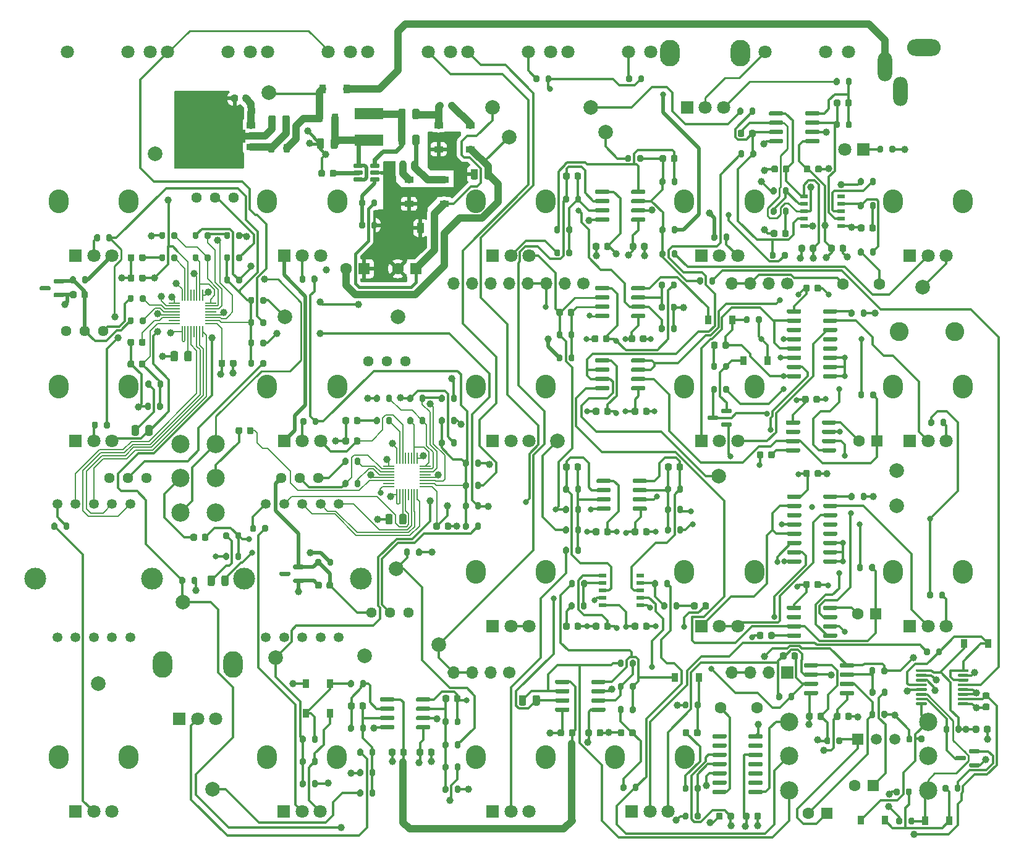
<source format=gbl>
G04 #@! TF.GenerationSoftware,KiCad,Pcbnew,6.0.5+dfsg-1~bpo11+1*
G04 #@! TF.CreationDate,2023-01-11T21:04:50+00:00*
G04 #@! TF.ProjectId,micro_pico,6d696372-6f5f-4706-9963-6f2e6b696361,1.0*
G04 #@! TF.SameCoordinates,Original*
G04 #@! TF.FileFunction,Copper,L4,Bot*
G04 #@! TF.FilePolarity,Positive*
%FSLAX46Y46*%
G04 Gerber Fmt 4.6, Leading zero omitted, Abs format (unit mm)*
G04 Created by KiCad (PCBNEW 6.0.5+dfsg-1~bpo11+1) date 2023-01-11 21:04:50*
%MOMM*%
%LPD*%
G01*
G04 APERTURE LIST*
G04 #@! TA.AperFunction,ComponentPad*
%ADD10C,2.500000*%
G04 #@! TD*
G04 #@! TA.AperFunction,ComponentPad*
%ADD11O,4.600000X2.300000*%
G04 #@! TD*
G04 #@! TA.AperFunction,ComponentPad*
%ADD12O,2.000000X4.000000*%
G04 #@! TD*
G04 #@! TA.AperFunction,ComponentPad*
%ADD13O,2.720000X3.240000*%
G04 #@! TD*
G04 #@! TA.AperFunction,ComponentPad*
%ADD14R,1.800000X1.800000*%
G04 #@! TD*
G04 #@! TA.AperFunction,ComponentPad*
%ADD15C,1.800000*%
G04 #@! TD*
G04 #@! TA.AperFunction,ComponentPad*
%ADD16C,3.000000*%
G04 #@! TD*
G04 #@! TA.AperFunction,ComponentPad*
%ADD17C,1.350000*%
G04 #@! TD*
G04 #@! TA.AperFunction,ComponentPad*
%ADD18O,2.720000X3.640000*%
G04 #@! TD*
G04 #@! TA.AperFunction,ComponentPad*
%ADD19C,2.000000*%
G04 #@! TD*
G04 #@! TA.AperFunction,ComponentPad*
%ADD20R,1.700000X1.700000*%
G04 #@! TD*
G04 #@! TA.AperFunction,ComponentPad*
%ADD21O,1.700000X1.700000*%
G04 #@! TD*
G04 #@! TA.AperFunction,ComponentPad*
%ADD22C,1.700000*%
G04 #@! TD*
G04 #@! TA.AperFunction,SMDPad,CuDef*
%ADD23R,0.900000X1.200000*%
G04 #@! TD*
G04 #@! TA.AperFunction,SMDPad,CuDef*
%ADD24R,1.500000X0.200000*%
G04 #@! TD*
G04 #@! TA.AperFunction,SMDPad,CuDef*
%ADD25R,0.200000X1.500000*%
G04 #@! TD*
G04 #@! TA.AperFunction,ComponentPad*
%ADD26R,1.600000X1.600000*%
G04 #@! TD*
G04 #@! TA.AperFunction,ComponentPad*
%ADD27C,1.600000*%
G04 #@! TD*
G04 #@! TA.AperFunction,ComponentPad*
%ADD28C,1.440000*%
G04 #@! TD*
G04 #@! TA.AperFunction,SMDPad,CuDef*
%ADD29R,1.300000X0.900000*%
G04 #@! TD*
G04 #@! TA.AperFunction,SMDPad,CuDef*
%ADD30R,1.100000X0.510000*%
G04 #@! TD*
G04 #@! TA.AperFunction,SMDPad,CuDef*
%ADD31R,1.200000X0.900000*%
G04 #@! TD*
G04 #@! TA.AperFunction,SMDPad,CuDef*
%ADD32R,4.000000X1.500000*%
G04 #@! TD*
G04 #@! TA.AperFunction,ComponentPad*
%ADD33C,2.600000*%
G04 #@! TD*
G04 #@! TA.AperFunction,ComponentPad*
%ADD34R,1.500000X1.500000*%
G04 #@! TD*
G04 #@! TA.AperFunction,ComponentPad*
%ADD35C,1.500000*%
G04 #@! TD*
G04 #@! TA.AperFunction,ViaPad*
%ADD36C,1.000000*%
G04 #@! TD*
G04 #@! TA.AperFunction,ViaPad*
%ADD37C,0.800000*%
G04 #@! TD*
G04 #@! TA.AperFunction,Conductor*
%ADD38C,0.300000*%
G04 #@! TD*
G04 #@! TA.AperFunction,Conductor*
%ADD39C,1.000000*%
G04 #@! TD*
G04 #@! TA.AperFunction,Conductor*
%ADD40C,0.500000*%
G04 #@! TD*
G04 #@! TA.AperFunction,Conductor*
%ADD41C,0.200000*%
G04 #@! TD*
G04 #@! TA.AperFunction,Conductor*
%ADD42C,0.400000*%
G04 #@! TD*
G04 #@! TA.AperFunction,Conductor*
%ADD43C,0.250000*%
G04 #@! TD*
G04 #@! TA.AperFunction,Conductor*
%ADD44C,0.600000*%
G04 #@! TD*
G04 APERTURE END LIST*
D10*
X179070000Y-136780000D03*
X179070000Y-132080000D03*
X179070000Y-127380000D03*
D11*
X197584000Y-34955000D03*
D12*
X192184000Y-37575000D03*
X194334000Y-40975000D03*
D13*
X117195000Y-56010000D03*
X107595000Y-56010000D03*
D14*
X109895000Y-63510000D03*
D15*
X112395000Y-63510000D03*
X114895000Y-63510000D03*
D13*
X88620000Y-56010000D03*
X79020000Y-56010000D03*
D14*
X81320000Y-63510000D03*
D15*
X83820000Y-63510000D03*
X86320000Y-63510000D03*
X119002000Y-35560000D03*
X115902000Y-35560000D03*
X107602000Y-35560000D03*
D16*
X91820000Y-107780000D03*
X75820000Y-107780000D03*
D17*
X78820000Y-97530000D03*
X81320000Y-97530000D03*
X83820000Y-97530000D03*
X86320000Y-97530000D03*
X88820000Y-97530000D03*
X88820000Y-115830000D03*
X86320000Y-115830000D03*
X83820000Y-115830000D03*
X81320000Y-115830000D03*
X78820000Y-115830000D03*
D13*
X174345000Y-106800000D03*
X164745000Y-106800000D03*
D14*
X167045000Y-114300000D03*
D15*
X169545000Y-114300000D03*
X172045000Y-114300000D03*
D13*
X202920000Y-56010000D03*
X193320000Y-56010000D03*
D14*
X195620000Y-63510000D03*
D15*
X198120000Y-63510000D03*
X200620000Y-63510000D03*
D13*
X145770000Y-56010000D03*
X136170000Y-56010000D03*
D14*
X138470000Y-63510000D03*
D15*
X140970000Y-63510000D03*
X143470000Y-63510000D03*
D10*
X95692500Y-98680000D03*
X95692500Y-93980000D03*
X95692500Y-89280000D03*
X100522500Y-98680000D03*
X100522500Y-93980000D03*
X100522500Y-89280000D03*
D13*
X164820000Y-132210000D03*
X155220000Y-132210000D03*
D14*
X157520000Y-139710000D03*
D15*
X160020000Y-139710000D03*
X162520000Y-139710000D03*
D18*
X102867500Y-119510000D03*
X93267500Y-119510000D03*
D14*
X95567500Y-127010000D03*
D15*
X98067500Y-127010000D03*
X100567500Y-127010000D03*
D13*
X145770000Y-81400000D03*
X136170000Y-81400000D03*
D14*
X138470000Y-88900000D03*
D15*
X140970000Y-88900000D03*
X143470000Y-88900000D03*
D14*
X189230000Y-48895000D03*
D15*
X186690000Y-48895000D03*
D13*
X193320000Y-81400000D03*
X202920000Y-81400000D03*
D14*
X195620000Y-88900000D03*
D15*
X198120000Y-88900000D03*
X200620000Y-88900000D03*
X187201000Y-35560000D03*
X184101000Y-35560000D03*
X175801000Y-35560000D03*
D13*
X164745000Y-81400000D03*
X174345000Y-81400000D03*
D14*
X167045000Y-88900000D03*
D15*
X169545000Y-88900000D03*
X172045000Y-88900000D03*
D13*
X145770000Y-106800000D03*
X136170000Y-106800000D03*
D14*
X138470000Y-114300000D03*
D15*
X140970000Y-114300000D03*
X143470000Y-114300000D03*
D13*
X136170000Y-132210000D03*
X145770000Y-132210000D03*
D14*
X138470000Y-139710000D03*
D15*
X140970000Y-139710000D03*
X143470000Y-139710000D03*
X146434000Y-35560000D03*
X143334000Y-35560000D03*
X135034000Y-35560000D03*
D13*
X88620000Y-132200000D03*
X79020000Y-132200000D03*
D14*
X81320000Y-139700000D03*
D15*
X83820000Y-139700000D03*
X86320000Y-139700000D03*
D13*
X193320000Y-106810000D03*
X202920000Y-106810000D03*
D14*
X195620000Y-114310000D03*
D15*
X198120000Y-114310000D03*
X200620000Y-114310000D03*
D10*
X198120000Y-136780000D03*
X198120000Y-132080000D03*
X198120000Y-127380000D03*
D15*
X160150000Y-35560000D03*
X157050000Y-35560000D03*
X148750000Y-35560000D03*
X91570000Y-35560000D03*
X88470000Y-35560000D03*
X80170000Y-35560000D03*
D18*
X172400000Y-35680000D03*
X162800000Y-35680000D03*
D14*
X165100000Y-43180000D03*
D15*
X167600000Y-43180000D03*
X170100000Y-43180000D03*
D16*
X104395000Y-107780000D03*
X120395000Y-107780000D03*
D17*
X107395000Y-97530000D03*
X109895000Y-97530000D03*
X112395000Y-97530000D03*
X114895000Y-97530000D03*
X117395000Y-97530000D03*
X117395000Y-115830000D03*
X114895000Y-115830000D03*
X112395000Y-115830000D03*
X109895000Y-115830000D03*
X107395000Y-115830000D03*
D15*
X132718000Y-35560000D03*
X129618000Y-35560000D03*
X121318000Y-35560000D03*
D13*
X107555000Y-132200000D03*
X117155000Y-132200000D03*
D14*
X109855000Y-139700000D03*
D15*
X112355000Y-139700000D03*
X114855000Y-139700000D03*
X105286000Y-35560000D03*
X102186000Y-35560000D03*
X93886000Y-35560000D03*
D13*
X117195000Y-81410000D03*
X107595000Y-81410000D03*
D14*
X109895000Y-88910000D03*
D15*
X112395000Y-88910000D03*
X114895000Y-88910000D03*
D13*
X174345000Y-56010000D03*
X164745000Y-56010000D03*
D14*
X167045000Y-63510000D03*
D15*
X169545000Y-63510000D03*
X172045000Y-63510000D03*
D13*
X88620000Y-81410000D03*
X79020000Y-81410000D03*
D14*
X81320000Y-88910000D03*
D15*
X83820000Y-88910000D03*
X86320000Y-88910000D03*
G04 #@! TA.AperFunction,SMDPad,CuDef*
G36*
G01*
X90928200Y-72129600D02*
X90928200Y-72679600D01*
G75*
G02*
X90728200Y-72879600I-200000J0D01*
G01*
X90328200Y-72879600D01*
G75*
G02*
X90128200Y-72679600I0J200000D01*
G01*
X90128200Y-72129600D01*
G75*
G02*
X90328200Y-71929600I200000J0D01*
G01*
X90728200Y-71929600D01*
G75*
G02*
X90928200Y-72129600I0J-200000D01*
G01*
G37*
G04 #@! TD.AperFunction*
G04 #@! TA.AperFunction,SMDPad,CuDef*
G36*
G01*
X89278200Y-72129600D02*
X89278200Y-72679600D01*
G75*
G02*
X89078200Y-72879600I-200000J0D01*
G01*
X88678200Y-72879600D01*
G75*
G02*
X88478200Y-72679600I0J200000D01*
G01*
X88478200Y-72129600D01*
G75*
G02*
X88678200Y-71929600I200000J0D01*
G01*
X89078200Y-71929600D01*
G75*
G02*
X89278200Y-72129600I0J-200000D01*
G01*
G37*
G04 #@! TD.AperFunction*
G04 #@! TA.AperFunction,SMDPad,CuDef*
G36*
G01*
X88478200Y-69631600D02*
X88478200Y-69081600D01*
G75*
G02*
X88678200Y-68881600I200000J0D01*
G01*
X89078200Y-68881600D01*
G75*
G02*
X89278200Y-69081600I0J-200000D01*
G01*
X89278200Y-69631600D01*
G75*
G02*
X89078200Y-69831600I-200000J0D01*
G01*
X88678200Y-69831600D01*
G75*
G02*
X88478200Y-69631600I0J200000D01*
G01*
G37*
G04 #@! TD.AperFunction*
G04 #@! TA.AperFunction,SMDPad,CuDef*
G36*
G01*
X90128200Y-69631600D02*
X90128200Y-69081600D01*
G75*
G02*
X90328200Y-68881600I200000J0D01*
G01*
X90728200Y-68881600D01*
G75*
G02*
X90928200Y-69081600I0J-200000D01*
G01*
X90928200Y-69631600D01*
G75*
G02*
X90728200Y-69831600I-200000J0D01*
G01*
X90328200Y-69831600D01*
G75*
G02*
X90128200Y-69631600I0J200000D01*
G01*
G37*
G04 #@! TD.AperFunction*
D19*
X140716000Y-47244000D03*
G04 #@! TA.AperFunction,SMDPad,CuDef*
G36*
G01*
X179025000Y-60202000D02*
X179025000Y-60702000D01*
G75*
G02*
X178800000Y-60927000I-225000J0D01*
G01*
X178350000Y-60927000D01*
G75*
G02*
X178125000Y-60702000I0J225000D01*
G01*
X178125000Y-60202000D01*
G75*
G02*
X178350000Y-59977000I225000J0D01*
G01*
X178800000Y-59977000D01*
G75*
G02*
X179025000Y-60202000I0J-225000D01*
G01*
G37*
G04 #@! TD.AperFunction*
G04 #@! TA.AperFunction,SMDPad,CuDef*
G36*
G01*
X177475000Y-60202000D02*
X177475000Y-60702000D01*
G75*
G02*
X177250000Y-60927000I-225000J0D01*
G01*
X176800000Y-60927000D01*
G75*
G02*
X176575000Y-60702000I0J225000D01*
G01*
X176575000Y-60202000D01*
G75*
G02*
X176800000Y-59977000I225000J0D01*
G01*
X177250000Y-59977000D01*
G75*
G02*
X177475000Y-60202000I0J-225000D01*
G01*
G37*
G04 #@! TD.AperFunction*
G04 #@! TA.AperFunction,SMDPad,CuDef*
G36*
G01*
X150577000Y-98023000D02*
X150577000Y-98573000D01*
G75*
G02*
X150377000Y-98773000I-200000J0D01*
G01*
X149977000Y-98773000D01*
G75*
G02*
X149777000Y-98573000I0J200000D01*
G01*
X149777000Y-98023000D01*
G75*
G02*
X149977000Y-97823000I200000J0D01*
G01*
X150377000Y-97823000D01*
G75*
G02*
X150577000Y-98023000I0J-200000D01*
G01*
G37*
G04 #@! TD.AperFunction*
G04 #@! TA.AperFunction,SMDPad,CuDef*
G36*
G01*
X148927000Y-98023000D02*
X148927000Y-98573000D01*
G75*
G02*
X148727000Y-98773000I-200000J0D01*
G01*
X148327000Y-98773000D01*
G75*
G02*
X148127000Y-98573000I0J200000D01*
G01*
X148127000Y-98023000D01*
G75*
G02*
X148327000Y-97823000I200000J0D01*
G01*
X148727000Y-97823000D01*
G75*
G02*
X148927000Y-98023000I0J-200000D01*
G01*
G37*
G04 #@! TD.AperFunction*
D20*
X178816000Y-120650000D03*
D21*
X176276000Y-120650000D03*
X173736000Y-120650000D03*
X171196000Y-120650000D03*
D22*
X140716000Y-120650000D03*
D21*
X138176000Y-120650000D03*
X135636000Y-120650000D03*
X133096000Y-120650000D03*
X133096000Y-67310000D03*
X135636000Y-67310000D03*
X138176000Y-67310000D03*
X140716000Y-67310000D03*
X143256000Y-67310000D03*
X145796000Y-67310000D03*
X148336000Y-67310000D03*
D22*
X150876000Y-67310000D03*
D21*
X171196000Y-67310000D03*
X173736000Y-67310000D03*
X176276000Y-67310000D03*
D22*
X178816000Y-67310000D03*
G04 #@! TA.AperFunction,SMDPad,CuDef*
G36*
G01*
X159609200Y-94211000D02*
X159609200Y-94511000D01*
G75*
G02*
X159459200Y-94661000I-150000J0D01*
G01*
X157809200Y-94661000D01*
G75*
G02*
X157659200Y-94511000I0J150000D01*
G01*
X157659200Y-94211000D01*
G75*
G02*
X157809200Y-94061000I150000J0D01*
G01*
X159459200Y-94061000D01*
G75*
G02*
X159609200Y-94211000I0J-150000D01*
G01*
G37*
G04 #@! TD.AperFunction*
G04 #@! TA.AperFunction,SMDPad,CuDef*
G36*
G01*
X159609200Y-95481000D02*
X159609200Y-95781000D01*
G75*
G02*
X159459200Y-95931000I-150000J0D01*
G01*
X157809200Y-95931000D01*
G75*
G02*
X157659200Y-95781000I0J150000D01*
G01*
X157659200Y-95481000D01*
G75*
G02*
X157809200Y-95331000I150000J0D01*
G01*
X159459200Y-95331000D01*
G75*
G02*
X159609200Y-95481000I0J-150000D01*
G01*
G37*
G04 #@! TD.AperFunction*
G04 #@! TA.AperFunction,SMDPad,CuDef*
G36*
G01*
X159609200Y-96751000D02*
X159609200Y-97051000D01*
G75*
G02*
X159459200Y-97201000I-150000J0D01*
G01*
X157809200Y-97201000D01*
G75*
G02*
X157659200Y-97051000I0J150000D01*
G01*
X157659200Y-96751000D01*
G75*
G02*
X157809200Y-96601000I150000J0D01*
G01*
X159459200Y-96601000D01*
G75*
G02*
X159609200Y-96751000I0J-150000D01*
G01*
G37*
G04 #@! TD.AperFunction*
G04 #@! TA.AperFunction,SMDPad,CuDef*
G36*
G01*
X159609200Y-98021000D02*
X159609200Y-98321000D01*
G75*
G02*
X159459200Y-98471000I-150000J0D01*
G01*
X157809200Y-98471000D01*
G75*
G02*
X157659200Y-98321000I0J150000D01*
G01*
X157659200Y-98021000D01*
G75*
G02*
X157809200Y-97871000I150000J0D01*
G01*
X159459200Y-97871000D01*
G75*
G02*
X159609200Y-98021000I0J-150000D01*
G01*
G37*
G04 #@! TD.AperFunction*
G04 #@! TA.AperFunction,SMDPad,CuDef*
G36*
G01*
X154659200Y-98021000D02*
X154659200Y-98321000D01*
G75*
G02*
X154509200Y-98471000I-150000J0D01*
G01*
X152859200Y-98471000D01*
G75*
G02*
X152709200Y-98321000I0J150000D01*
G01*
X152709200Y-98021000D01*
G75*
G02*
X152859200Y-97871000I150000J0D01*
G01*
X154509200Y-97871000D01*
G75*
G02*
X154659200Y-98021000I0J-150000D01*
G01*
G37*
G04 #@! TD.AperFunction*
G04 #@! TA.AperFunction,SMDPad,CuDef*
G36*
G01*
X154659200Y-96751000D02*
X154659200Y-97051000D01*
G75*
G02*
X154509200Y-97201000I-150000J0D01*
G01*
X152859200Y-97201000D01*
G75*
G02*
X152709200Y-97051000I0J150000D01*
G01*
X152709200Y-96751000D01*
G75*
G02*
X152859200Y-96601000I150000J0D01*
G01*
X154509200Y-96601000D01*
G75*
G02*
X154659200Y-96751000I0J-150000D01*
G01*
G37*
G04 #@! TD.AperFunction*
G04 #@! TA.AperFunction,SMDPad,CuDef*
G36*
G01*
X154659200Y-95481000D02*
X154659200Y-95781000D01*
G75*
G02*
X154509200Y-95931000I-150000J0D01*
G01*
X152859200Y-95931000D01*
G75*
G02*
X152709200Y-95781000I0J150000D01*
G01*
X152709200Y-95481000D01*
G75*
G02*
X152859200Y-95331000I150000J0D01*
G01*
X154509200Y-95331000D01*
G75*
G02*
X154659200Y-95481000I0J-150000D01*
G01*
G37*
G04 #@! TD.AperFunction*
G04 #@! TA.AperFunction,SMDPad,CuDef*
G36*
G01*
X154659200Y-94211000D02*
X154659200Y-94511000D01*
G75*
G02*
X154509200Y-94661000I-150000J0D01*
G01*
X152859200Y-94661000D01*
G75*
G02*
X152709200Y-94511000I0J150000D01*
G01*
X152709200Y-94211000D01*
G75*
G02*
X152859200Y-94061000I150000J0D01*
G01*
X154509200Y-94061000D01*
G75*
G02*
X154659200Y-94211000I0J-150000D01*
G01*
G37*
G04 #@! TD.AperFunction*
G04 #@! TA.AperFunction,SMDPad,CuDef*
G36*
G01*
X187661000Y-45241800D02*
X187661000Y-45791800D01*
G75*
G02*
X187461000Y-45991800I-200000J0D01*
G01*
X187061000Y-45991800D01*
G75*
G02*
X186861000Y-45791800I0J200000D01*
G01*
X186861000Y-45241800D01*
G75*
G02*
X187061000Y-45041800I200000J0D01*
G01*
X187461000Y-45041800D01*
G75*
G02*
X187661000Y-45241800I0J-200000D01*
G01*
G37*
G04 #@! TD.AperFunction*
G04 #@! TA.AperFunction,SMDPad,CuDef*
G36*
G01*
X186011000Y-45241800D02*
X186011000Y-45791800D01*
G75*
G02*
X185811000Y-45991800I-200000J0D01*
G01*
X185411000Y-45991800D01*
G75*
G02*
X185211000Y-45791800I0J200000D01*
G01*
X185211000Y-45241800D01*
G75*
G02*
X185411000Y-45041800I200000J0D01*
G01*
X185811000Y-45041800D01*
G75*
G02*
X186011000Y-45241800I0J-200000D01*
G01*
G37*
G04 #@! TD.AperFunction*
G04 #@! TA.AperFunction,SMDPad,CuDef*
G36*
G01*
X104136200Y-63493600D02*
X104136200Y-64043600D01*
G75*
G02*
X103936200Y-64243600I-200000J0D01*
G01*
X103536200Y-64243600D01*
G75*
G02*
X103336200Y-64043600I0J200000D01*
G01*
X103336200Y-63493600D01*
G75*
G02*
X103536200Y-63293600I200000J0D01*
G01*
X103936200Y-63293600D01*
G75*
G02*
X104136200Y-63493600I0J-200000D01*
G01*
G37*
G04 #@! TD.AperFunction*
G04 #@! TA.AperFunction,SMDPad,CuDef*
G36*
G01*
X102486200Y-63493600D02*
X102486200Y-64043600D01*
G75*
G02*
X102286200Y-64243600I-200000J0D01*
G01*
X101886200Y-64243600D01*
G75*
G02*
X101686200Y-64043600I0J200000D01*
G01*
X101686200Y-63493600D01*
G75*
G02*
X101886200Y-63293600I200000J0D01*
G01*
X102286200Y-63293600D01*
G75*
G02*
X102486200Y-63493600I0J-200000D01*
G01*
G37*
G04 #@! TD.AperFunction*
G04 #@! TA.AperFunction,SMDPad,CuDef*
G36*
G01*
X117049000Y-51946000D02*
X117049000Y-52446000D01*
G75*
G02*
X116824000Y-52671000I-225000J0D01*
G01*
X116374000Y-52671000D01*
G75*
G02*
X116149000Y-52446000I0J225000D01*
G01*
X116149000Y-51946000D01*
G75*
G02*
X116374000Y-51721000I225000J0D01*
G01*
X116824000Y-51721000D01*
G75*
G02*
X117049000Y-51946000I0J-225000D01*
G01*
G37*
G04 #@! TD.AperFunction*
G04 #@! TA.AperFunction,SMDPad,CuDef*
G36*
G01*
X115499000Y-51946000D02*
X115499000Y-52446000D01*
G75*
G02*
X115274000Y-52671000I-225000J0D01*
G01*
X114824000Y-52671000D01*
G75*
G02*
X114599000Y-52446000I0J225000D01*
G01*
X114599000Y-51946000D01*
G75*
G02*
X114824000Y-51721000I225000J0D01*
G01*
X115274000Y-51721000D01*
G75*
G02*
X115499000Y-51946000I0J-225000D01*
G01*
G37*
G04 #@! TD.AperFunction*
D23*
X201014600Y-140995400D03*
X197714600Y-140995400D03*
X166750000Y-121285000D03*
X163450000Y-121285000D03*
G04 #@! TA.AperFunction,SMDPad,CuDef*
G36*
G01*
X159975000Y-84586000D02*
X159975000Y-85086000D01*
G75*
G02*
X159750000Y-85311000I-225000J0D01*
G01*
X159300000Y-85311000D01*
G75*
G02*
X159075000Y-85086000I0J225000D01*
G01*
X159075000Y-84586000D01*
G75*
G02*
X159300000Y-84361000I225000J0D01*
G01*
X159750000Y-84361000D01*
G75*
G02*
X159975000Y-84586000I0J-225000D01*
G01*
G37*
G04 #@! TD.AperFunction*
G04 #@! TA.AperFunction,SMDPad,CuDef*
G36*
G01*
X158425000Y-84586000D02*
X158425000Y-85086000D01*
G75*
G02*
X158200000Y-85311000I-225000J0D01*
G01*
X157750000Y-85311000D01*
G75*
G02*
X157525000Y-85086000I0J225000D01*
G01*
X157525000Y-84586000D01*
G75*
G02*
X157750000Y-84361000I225000J0D01*
G01*
X158200000Y-84361000D01*
G75*
G02*
X158425000Y-84586000I0J-225000D01*
G01*
G37*
G04 #@! TD.AperFunction*
X203048600Y-116687600D03*
X206348600Y-116687600D03*
G04 #@! TA.AperFunction,SMDPad,CuDef*
G36*
G01*
X114585200Y-85932600D02*
X114585200Y-86482600D01*
G75*
G02*
X114385200Y-86682600I-200000J0D01*
G01*
X113985200Y-86682600D01*
G75*
G02*
X113785200Y-86482600I0J200000D01*
G01*
X113785200Y-85932600D01*
G75*
G02*
X113985200Y-85732600I200000J0D01*
G01*
X114385200Y-85732600D01*
G75*
G02*
X114585200Y-85932600I0J-200000D01*
G01*
G37*
G04 #@! TD.AperFunction*
G04 #@! TA.AperFunction,SMDPad,CuDef*
G36*
G01*
X112935200Y-85932600D02*
X112935200Y-86482600D01*
G75*
G02*
X112735200Y-86682600I-200000J0D01*
G01*
X112335200Y-86682600D01*
G75*
G02*
X112135200Y-86482600I0J200000D01*
G01*
X112135200Y-85932600D01*
G75*
G02*
X112335200Y-85732600I200000J0D01*
G01*
X112735200Y-85732600D01*
G75*
G02*
X112935200Y-85932600I0J-200000D01*
G01*
G37*
G04 #@! TD.AperFunction*
G04 #@! TA.AperFunction,SMDPad,CuDef*
G36*
G01*
X190963000Y-59440000D02*
X190963000Y-59940000D01*
G75*
G02*
X190738000Y-60165000I-225000J0D01*
G01*
X190288000Y-60165000D01*
G75*
G02*
X190063000Y-59940000I0J225000D01*
G01*
X190063000Y-59440000D01*
G75*
G02*
X190288000Y-59215000I225000J0D01*
G01*
X190738000Y-59215000D01*
G75*
G02*
X190963000Y-59440000I0J-225000D01*
G01*
G37*
G04 #@! TD.AperFunction*
G04 #@! TA.AperFunction,SMDPad,CuDef*
G36*
G01*
X189413000Y-59440000D02*
X189413000Y-59940000D01*
G75*
G02*
X189188000Y-60165000I-225000J0D01*
G01*
X188738000Y-60165000D01*
G75*
G02*
X188513000Y-59940000I0J225000D01*
G01*
X188513000Y-59440000D01*
G75*
G02*
X188738000Y-59215000I225000J0D01*
G01*
X189188000Y-59215000D01*
G75*
G02*
X189413000Y-59440000I0J-225000D01*
G01*
G37*
G04 #@! TD.AperFunction*
G04 #@! TA.AperFunction,SMDPad,CuDef*
G36*
G01*
X104988200Y-75727600D02*
X104988200Y-75177600D01*
G75*
G02*
X105188200Y-74977600I200000J0D01*
G01*
X105588200Y-74977600D01*
G75*
G02*
X105788200Y-75177600I0J-200000D01*
G01*
X105788200Y-75727600D01*
G75*
G02*
X105588200Y-75927600I-200000J0D01*
G01*
X105188200Y-75927600D01*
G75*
G02*
X104988200Y-75727600I0J200000D01*
G01*
G37*
G04 #@! TD.AperFunction*
G04 #@! TA.AperFunction,SMDPad,CuDef*
G36*
G01*
X106638200Y-75727600D02*
X106638200Y-75177600D01*
G75*
G02*
X106838200Y-74977600I200000J0D01*
G01*
X107238200Y-74977600D01*
G75*
G02*
X107438200Y-75177600I0J-200000D01*
G01*
X107438200Y-75727600D01*
G75*
G02*
X107238200Y-75927600I-200000J0D01*
G01*
X106838200Y-75927600D01*
G75*
G02*
X106638200Y-75727600I0J200000D01*
G01*
G37*
G04 #@! TD.AperFunction*
G04 #@! TA.AperFunction,SMDPad,CuDef*
G36*
G01*
X133559000Y-85831000D02*
X133559000Y-86381000D01*
G75*
G02*
X133359000Y-86581000I-200000J0D01*
G01*
X132959000Y-86581000D01*
G75*
G02*
X132759000Y-86381000I0J200000D01*
G01*
X132759000Y-85831000D01*
G75*
G02*
X132959000Y-85631000I200000J0D01*
G01*
X133359000Y-85631000D01*
G75*
G02*
X133559000Y-85831000I0J-200000D01*
G01*
G37*
G04 #@! TD.AperFunction*
G04 #@! TA.AperFunction,SMDPad,CuDef*
G36*
G01*
X131909000Y-85831000D02*
X131909000Y-86381000D01*
G75*
G02*
X131709000Y-86581000I-200000J0D01*
G01*
X131309000Y-86581000D01*
G75*
G02*
X131109000Y-86381000I0J200000D01*
G01*
X131109000Y-85831000D01*
G75*
G02*
X131309000Y-85631000I200000J0D01*
G01*
X131709000Y-85631000D01*
G75*
G02*
X131909000Y-85831000I0J-200000D01*
G01*
G37*
G04 #@! TD.AperFunction*
G04 #@! TA.AperFunction,SMDPad,CuDef*
G36*
G01*
X117901000Y-91969000D02*
X117901000Y-91419000D01*
G75*
G02*
X118101000Y-91219000I200000J0D01*
G01*
X118501000Y-91219000D01*
G75*
G02*
X118701000Y-91419000I0J-200000D01*
G01*
X118701000Y-91969000D01*
G75*
G02*
X118501000Y-92169000I-200000J0D01*
G01*
X118101000Y-92169000D01*
G75*
G02*
X117901000Y-91969000I0J200000D01*
G01*
G37*
G04 #@! TD.AperFunction*
G04 #@! TA.AperFunction,SMDPad,CuDef*
G36*
G01*
X119551000Y-91969000D02*
X119551000Y-91419000D01*
G75*
G02*
X119751000Y-91219000I200000J0D01*
G01*
X120151000Y-91219000D01*
G75*
G02*
X120351000Y-91419000I0J-200000D01*
G01*
X120351000Y-91969000D01*
G75*
G02*
X120151000Y-92169000I-200000J0D01*
G01*
X119751000Y-92169000D01*
G75*
G02*
X119551000Y-91969000I0J200000D01*
G01*
G37*
G04 #@! TD.AperFunction*
G04 #@! TA.AperFunction,SMDPad,CuDef*
G36*
G01*
X153625000Y-128655000D02*
X153625000Y-129155000D01*
G75*
G02*
X153400000Y-129380000I-225000J0D01*
G01*
X152950000Y-129380000D01*
G75*
G02*
X152725000Y-129155000I0J225000D01*
G01*
X152725000Y-128655000D01*
G75*
G02*
X152950000Y-128430000I225000J0D01*
G01*
X153400000Y-128430000D01*
G75*
G02*
X153625000Y-128655000I0J-225000D01*
G01*
G37*
G04 #@! TD.AperFunction*
G04 #@! TA.AperFunction,SMDPad,CuDef*
G36*
G01*
X152075000Y-128655000D02*
X152075000Y-129155000D01*
G75*
G02*
X151850000Y-129380000I-225000J0D01*
G01*
X151400000Y-129380000D01*
G75*
G02*
X151175000Y-129155000I0J225000D01*
G01*
X151175000Y-128655000D01*
G75*
G02*
X151400000Y-128430000I225000J0D01*
G01*
X151850000Y-128430000D01*
G75*
G02*
X152075000Y-128655000I0J-225000D01*
G01*
G37*
G04 #@! TD.AperFunction*
G04 #@! TA.AperFunction,SMDPad,CuDef*
G36*
G01*
X90912400Y-75111800D02*
X90912400Y-75611800D01*
G75*
G02*
X90687400Y-75836800I-225000J0D01*
G01*
X90237400Y-75836800D01*
G75*
G02*
X90012400Y-75611800I0J225000D01*
G01*
X90012400Y-75111800D01*
G75*
G02*
X90237400Y-74886800I225000J0D01*
G01*
X90687400Y-74886800D01*
G75*
G02*
X90912400Y-75111800I0J-225000D01*
G01*
G37*
G04 #@! TD.AperFunction*
G04 #@! TA.AperFunction,SMDPad,CuDef*
G36*
G01*
X89362400Y-75111800D02*
X89362400Y-75611800D01*
G75*
G02*
X89137400Y-75836800I-225000J0D01*
G01*
X88687400Y-75836800D01*
G75*
G02*
X88462400Y-75611800I0J225000D01*
G01*
X88462400Y-75111800D01*
G75*
G02*
X88687400Y-74886800I225000J0D01*
G01*
X89137400Y-74886800D01*
G75*
G02*
X89362400Y-75111800I0J-225000D01*
G01*
G37*
G04 #@! TD.AperFunction*
G04 #@! TA.AperFunction,SMDPad,CuDef*
G36*
G01*
X188513000Y-56917000D02*
X188513000Y-56367000D01*
G75*
G02*
X188713000Y-56167000I200000J0D01*
G01*
X189113000Y-56167000D01*
G75*
G02*
X189313000Y-56367000I0J-200000D01*
G01*
X189313000Y-56917000D01*
G75*
G02*
X189113000Y-57117000I-200000J0D01*
G01*
X188713000Y-57117000D01*
G75*
G02*
X188513000Y-56917000I0J200000D01*
G01*
G37*
G04 #@! TD.AperFunction*
G04 #@! TA.AperFunction,SMDPad,CuDef*
G36*
G01*
X190163000Y-56917000D02*
X190163000Y-56367000D01*
G75*
G02*
X190363000Y-56167000I200000J0D01*
G01*
X190763000Y-56167000D01*
G75*
G02*
X190963000Y-56367000I0J-200000D01*
G01*
X190963000Y-56917000D01*
G75*
G02*
X190763000Y-57117000I-200000J0D01*
G01*
X190363000Y-57117000D01*
G75*
G02*
X190163000Y-56917000I0J200000D01*
G01*
G37*
G04 #@! TD.AperFunction*
G04 #@! TA.AperFunction,SMDPad,CuDef*
G36*
G01*
X193630000Y-48620000D02*
X193630000Y-49170000D01*
G75*
G02*
X193430000Y-49370000I-200000J0D01*
G01*
X193030000Y-49370000D01*
G75*
G02*
X192830000Y-49170000I0J200000D01*
G01*
X192830000Y-48620000D01*
G75*
G02*
X193030000Y-48420000I200000J0D01*
G01*
X193430000Y-48420000D01*
G75*
G02*
X193630000Y-48620000I0J-200000D01*
G01*
G37*
G04 #@! TD.AperFunction*
G04 #@! TA.AperFunction,SMDPad,CuDef*
G36*
G01*
X191980000Y-48620000D02*
X191980000Y-49170000D01*
G75*
G02*
X191780000Y-49370000I-200000J0D01*
G01*
X191380000Y-49370000D01*
G75*
G02*
X191180000Y-49170000I0J200000D01*
G01*
X191180000Y-48620000D01*
G75*
G02*
X191380000Y-48420000I200000J0D01*
G01*
X191780000Y-48420000D01*
G75*
G02*
X191980000Y-48620000I0J-200000D01*
G01*
G37*
G04 #@! TD.AperFunction*
G04 #@! TA.AperFunction,SMDPad,CuDef*
G36*
G01*
X185542600Y-86210000D02*
X185542600Y-86510000D01*
G75*
G02*
X185392600Y-86660000I-150000J0D01*
G01*
X183742600Y-86660000D01*
G75*
G02*
X183592600Y-86510000I0J150000D01*
G01*
X183592600Y-86210000D01*
G75*
G02*
X183742600Y-86060000I150000J0D01*
G01*
X185392600Y-86060000D01*
G75*
G02*
X185542600Y-86210000I0J-150000D01*
G01*
G37*
G04 #@! TD.AperFunction*
G04 #@! TA.AperFunction,SMDPad,CuDef*
G36*
G01*
X185542600Y-87480000D02*
X185542600Y-87780000D01*
G75*
G02*
X185392600Y-87930000I-150000J0D01*
G01*
X183742600Y-87930000D01*
G75*
G02*
X183592600Y-87780000I0J150000D01*
G01*
X183592600Y-87480000D01*
G75*
G02*
X183742600Y-87330000I150000J0D01*
G01*
X185392600Y-87330000D01*
G75*
G02*
X185542600Y-87480000I0J-150000D01*
G01*
G37*
G04 #@! TD.AperFunction*
G04 #@! TA.AperFunction,SMDPad,CuDef*
G36*
G01*
X185542600Y-88750000D02*
X185542600Y-89050000D01*
G75*
G02*
X185392600Y-89200000I-150000J0D01*
G01*
X183742600Y-89200000D01*
G75*
G02*
X183592600Y-89050000I0J150000D01*
G01*
X183592600Y-88750000D01*
G75*
G02*
X183742600Y-88600000I150000J0D01*
G01*
X185392600Y-88600000D01*
G75*
G02*
X185542600Y-88750000I0J-150000D01*
G01*
G37*
G04 #@! TD.AperFunction*
G04 #@! TA.AperFunction,SMDPad,CuDef*
G36*
G01*
X185542600Y-90020000D02*
X185542600Y-90320000D01*
G75*
G02*
X185392600Y-90470000I-150000J0D01*
G01*
X183742600Y-90470000D01*
G75*
G02*
X183592600Y-90320000I0J150000D01*
G01*
X183592600Y-90020000D01*
G75*
G02*
X183742600Y-89870000I150000J0D01*
G01*
X185392600Y-89870000D01*
G75*
G02*
X185542600Y-90020000I0J-150000D01*
G01*
G37*
G04 #@! TD.AperFunction*
G04 #@! TA.AperFunction,SMDPad,CuDef*
G36*
G01*
X180592600Y-90020000D02*
X180592600Y-90320000D01*
G75*
G02*
X180442600Y-90470000I-150000J0D01*
G01*
X178792600Y-90470000D01*
G75*
G02*
X178642600Y-90320000I0J150000D01*
G01*
X178642600Y-90020000D01*
G75*
G02*
X178792600Y-89870000I150000J0D01*
G01*
X180442600Y-89870000D01*
G75*
G02*
X180592600Y-90020000I0J-150000D01*
G01*
G37*
G04 #@! TD.AperFunction*
G04 #@! TA.AperFunction,SMDPad,CuDef*
G36*
G01*
X180592600Y-88750000D02*
X180592600Y-89050000D01*
G75*
G02*
X180442600Y-89200000I-150000J0D01*
G01*
X178792600Y-89200000D01*
G75*
G02*
X178642600Y-89050000I0J150000D01*
G01*
X178642600Y-88750000D01*
G75*
G02*
X178792600Y-88600000I150000J0D01*
G01*
X180442600Y-88600000D01*
G75*
G02*
X180592600Y-88750000I0J-150000D01*
G01*
G37*
G04 #@! TD.AperFunction*
G04 #@! TA.AperFunction,SMDPad,CuDef*
G36*
G01*
X180592600Y-87480000D02*
X180592600Y-87780000D01*
G75*
G02*
X180442600Y-87930000I-150000J0D01*
G01*
X178792600Y-87930000D01*
G75*
G02*
X178642600Y-87780000I0J150000D01*
G01*
X178642600Y-87480000D01*
G75*
G02*
X178792600Y-87330000I150000J0D01*
G01*
X180442600Y-87330000D01*
G75*
G02*
X180592600Y-87480000I0J-150000D01*
G01*
G37*
G04 #@! TD.AperFunction*
G04 #@! TA.AperFunction,SMDPad,CuDef*
G36*
G01*
X180592600Y-86210000D02*
X180592600Y-86510000D01*
G75*
G02*
X180442600Y-86660000I-150000J0D01*
G01*
X178792600Y-86660000D01*
G75*
G02*
X178642600Y-86510000I0J150000D01*
G01*
X178642600Y-86210000D01*
G75*
G02*
X178792600Y-86060000I150000J0D01*
G01*
X180442600Y-86060000D01*
G75*
G02*
X180592600Y-86210000I0J-150000D01*
G01*
G37*
G04 #@! TD.AperFunction*
G04 #@! TA.AperFunction,SMDPad,CuDef*
G36*
G01*
X179025000Y-54335000D02*
X179025000Y-54885000D01*
G75*
G02*
X178825000Y-55085000I-200000J0D01*
G01*
X178425000Y-55085000D01*
G75*
G02*
X178225000Y-54885000I0J200000D01*
G01*
X178225000Y-54335000D01*
G75*
G02*
X178425000Y-54135000I200000J0D01*
G01*
X178825000Y-54135000D01*
G75*
G02*
X179025000Y-54335000I0J-200000D01*
G01*
G37*
G04 #@! TD.AperFunction*
G04 #@! TA.AperFunction,SMDPad,CuDef*
G36*
G01*
X177375000Y-54335000D02*
X177375000Y-54885000D01*
G75*
G02*
X177175000Y-55085000I-200000J0D01*
G01*
X176775000Y-55085000D01*
G75*
G02*
X176575000Y-54885000I0J200000D01*
G01*
X176575000Y-54335000D01*
G75*
G02*
X176775000Y-54135000I200000J0D01*
G01*
X177175000Y-54135000D01*
G75*
G02*
X177375000Y-54335000I0J-200000D01*
G01*
G37*
G04 #@! TD.AperFunction*
D19*
X108712000Y-118618000D03*
G04 #@! TA.AperFunction,SMDPad,CuDef*
G36*
G01*
X175215000Y-140085000D02*
X175215000Y-140585000D01*
G75*
G02*
X174990000Y-140810000I-225000J0D01*
G01*
X174540000Y-140810000D01*
G75*
G02*
X174315000Y-140585000I0J225000D01*
G01*
X174315000Y-140085000D01*
G75*
G02*
X174540000Y-139860000I225000J0D01*
G01*
X174990000Y-139860000D01*
G75*
G02*
X175215000Y-140085000I0J-225000D01*
G01*
G37*
G04 #@! TD.AperFunction*
G04 #@! TA.AperFunction,SMDPad,CuDef*
G36*
G01*
X173665000Y-140085000D02*
X173665000Y-140585000D01*
G75*
G02*
X173440000Y-140810000I-225000J0D01*
G01*
X172990000Y-140810000D01*
G75*
G02*
X172765000Y-140585000I0J225000D01*
G01*
X172765000Y-140085000D01*
G75*
G02*
X172990000Y-139860000I225000J0D01*
G01*
X173440000Y-139860000D01*
G75*
G02*
X173665000Y-140085000I0J-225000D01*
G01*
G37*
G04 #@! TD.AperFunction*
D24*
X129246000Y-92326000D03*
X129246000Y-92726000D03*
X129246000Y-93126000D03*
X129246000Y-93526000D03*
X129246000Y-93926000D03*
X129246000Y-94326000D03*
X129246000Y-94726000D03*
X129246000Y-95126000D03*
D25*
X128146000Y-96226000D03*
X127746000Y-96226000D03*
X127346000Y-96226000D03*
X126946000Y-96226000D03*
X126546000Y-96226000D03*
X126146000Y-96226000D03*
X125746000Y-96226000D03*
X125346000Y-96226000D03*
D24*
X124246000Y-95126000D03*
X124246000Y-94726000D03*
X124246000Y-94326000D03*
X124246000Y-93926000D03*
X124246000Y-93526000D03*
X124246000Y-93126000D03*
X124246000Y-92726000D03*
X124246000Y-92326000D03*
D25*
X125346000Y-91226000D03*
X125746000Y-91226000D03*
X126146000Y-91226000D03*
X126546000Y-91226000D03*
X126946000Y-91226000D03*
X127346000Y-91226000D03*
X127746000Y-91226000D03*
X128146000Y-91226000D03*
D26*
X127976000Y-65278000D03*
D27*
X125476000Y-65278000D03*
G04 #@! TA.AperFunction,SMDPad,CuDef*
G36*
G01*
X158070000Y-125455000D02*
X158070000Y-126005000D01*
G75*
G02*
X157870000Y-126205000I-200000J0D01*
G01*
X157470000Y-126205000D01*
G75*
G02*
X157270000Y-126005000I0J200000D01*
G01*
X157270000Y-125455000D01*
G75*
G02*
X157470000Y-125255000I200000J0D01*
G01*
X157870000Y-125255000D01*
G75*
G02*
X158070000Y-125455000I0J-200000D01*
G01*
G37*
G04 #@! TD.AperFunction*
G04 #@! TA.AperFunction,SMDPad,CuDef*
G36*
G01*
X156420000Y-125455000D02*
X156420000Y-126005000D01*
G75*
G02*
X156220000Y-126205000I-200000J0D01*
G01*
X155820000Y-126205000D01*
G75*
G02*
X155620000Y-126005000I0J200000D01*
G01*
X155620000Y-125455000D01*
G75*
G02*
X155820000Y-125255000I200000J0D01*
G01*
X156220000Y-125255000D01*
G75*
G02*
X156420000Y-125455000I0J-200000D01*
G01*
G37*
G04 #@! TD.AperFunction*
G04 #@! TA.AperFunction,SMDPad,CuDef*
G36*
G01*
X150577000Y-100817000D02*
X150577000Y-101367000D01*
G75*
G02*
X150377000Y-101567000I-200000J0D01*
G01*
X149977000Y-101567000D01*
G75*
G02*
X149777000Y-101367000I0J200000D01*
G01*
X149777000Y-100817000D01*
G75*
G02*
X149977000Y-100617000I200000J0D01*
G01*
X150377000Y-100617000D01*
G75*
G02*
X150577000Y-100817000I0J-200000D01*
G01*
G37*
G04 #@! TD.AperFunction*
G04 #@! TA.AperFunction,SMDPad,CuDef*
G36*
G01*
X148927000Y-100817000D02*
X148927000Y-101367000D01*
G75*
G02*
X148727000Y-101567000I-200000J0D01*
G01*
X148327000Y-101567000D01*
G75*
G02*
X148127000Y-101367000I0J200000D01*
G01*
X148127000Y-100817000D01*
G75*
G02*
X148327000Y-100617000I200000J0D01*
G01*
X148727000Y-100617000D01*
G75*
G02*
X148927000Y-100817000I0J-200000D01*
G01*
G37*
G04 #@! TD.AperFunction*
G04 #@! TA.AperFunction,SMDPad,CuDef*
G36*
G01*
X117274000Y-47657000D02*
X117274000Y-48607000D01*
G75*
G02*
X117024000Y-48857000I-250000J0D01*
G01*
X116524000Y-48857000D01*
G75*
G02*
X116274000Y-48607000I0J250000D01*
G01*
X116274000Y-47657000D01*
G75*
G02*
X116524000Y-47407000I250000J0D01*
G01*
X117024000Y-47407000D01*
G75*
G02*
X117274000Y-47657000I0J-250000D01*
G01*
G37*
G04 #@! TD.AperFunction*
G04 #@! TA.AperFunction,SMDPad,CuDef*
G36*
G01*
X115374000Y-47657000D02*
X115374000Y-48607000D01*
G75*
G02*
X115124000Y-48857000I-250000J0D01*
G01*
X114624000Y-48857000D01*
G75*
G02*
X114374000Y-48607000I0J250000D01*
G01*
X114374000Y-47657000D01*
G75*
G02*
X114624000Y-47407000I250000J0D01*
G01*
X115124000Y-47407000D01*
G75*
G02*
X115374000Y-47657000I0J-250000D01*
G01*
G37*
G04 #@! TD.AperFunction*
G04 #@! TA.AperFunction,SMDPad,CuDef*
G36*
G01*
X161244820Y-73757200D02*
X161244820Y-73207200D01*
G75*
G02*
X161444820Y-73007200I200000J0D01*
G01*
X161844820Y-73007200D01*
G75*
G02*
X162044820Y-73207200I0J-200000D01*
G01*
X162044820Y-73757200D01*
G75*
G02*
X161844820Y-73957200I-200000J0D01*
G01*
X161444820Y-73957200D01*
G75*
G02*
X161244820Y-73757200I0J200000D01*
G01*
G37*
G04 #@! TD.AperFunction*
G04 #@! TA.AperFunction,SMDPad,CuDef*
G36*
G01*
X162894820Y-73757200D02*
X162894820Y-73207200D01*
G75*
G02*
X163094820Y-73007200I200000J0D01*
G01*
X163494820Y-73007200D01*
G75*
G02*
X163694820Y-73207200I0J-200000D01*
G01*
X163694820Y-73757200D01*
G75*
G02*
X163494820Y-73957200I-200000J0D01*
G01*
X163094820Y-73957200D01*
G75*
G02*
X162894820Y-73757200I0J200000D01*
G01*
G37*
G04 #@! TD.AperFunction*
G04 #@! TA.AperFunction,SMDPad,CuDef*
G36*
G01*
X153945000Y-121770000D02*
X153945000Y-122070000D01*
G75*
G02*
X153795000Y-122220000I-150000J0D01*
G01*
X152145000Y-122220000D01*
G75*
G02*
X151995000Y-122070000I0J150000D01*
G01*
X151995000Y-121770000D01*
G75*
G02*
X152145000Y-121620000I150000J0D01*
G01*
X153795000Y-121620000D01*
G75*
G02*
X153945000Y-121770000I0J-150000D01*
G01*
G37*
G04 #@! TD.AperFunction*
G04 #@! TA.AperFunction,SMDPad,CuDef*
G36*
G01*
X153945000Y-123040000D02*
X153945000Y-123340000D01*
G75*
G02*
X153795000Y-123490000I-150000J0D01*
G01*
X152145000Y-123490000D01*
G75*
G02*
X151995000Y-123340000I0J150000D01*
G01*
X151995000Y-123040000D01*
G75*
G02*
X152145000Y-122890000I150000J0D01*
G01*
X153795000Y-122890000D01*
G75*
G02*
X153945000Y-123040000I0J-150000D01*
G01*
G37*
G04 #@! TD.AperFunction*
G04 #@! TA.AperFunction,SMDPad,CuDef*
G36*
G01*
X153945000Y-124310000D02*
X153945000Y-124610000D01*
G75*
G02*
X153795000Y-124760000I-150000J0D01*
G01*
X152145000Y-124760000D01*
G75*
G02*
X151995000Y-124610000I0J150000D01*
G01*
X151995000Y-124310000D01*
G75*
G02*
X152145000Y-124160000I150000J0D01*
G01*
X153795000Y-124160000D01*
G75*
G02*
X153945000Y-124310000I0J-150000D01*
G01*
G37*
G04 #@! TD.AperFunction*
G04 #@! TA.AperFunction,SMDPad,CuDef*
G36*
G01*
X153945000Y-125580000D02*
X153945000Y-125880000D01*
G75*
G02*
X153795000Y-126030000I-150000J0D01*
G01*
X152145000Y-126030000D01*
G75*
G02*
X151995000Y-125880000I0J150000D01*
G01*
X151995000Y-125580000D01*
G75*
G02*
X152145000Y-125430000I150000J0D01*
G01*
X153795000Y-125430000D01*
G75*
G02*
X153945000Y-125580000I0J-150000D01*
G01*
G37*
G04 #@! TD.AperFunction*
G04 #@! TA.AperFunction,SMDPad,CuDef*
G36*
G01*
X148995000Y-125580000D02*
X148995000Y-125880000D01*
G75*
G02*
X148845000Y-126030000I-150000J0D01*
G01*
X147195000Y-126030000D01*
G75*
G02*
X147045000Y-125880000I0J150000D01*
G01*
X147045000Y-125580000D01*
G75*
G02*
X147195000Y-125430000I150000J0D01*
G01*
X148845000Y-125430000D01*
G75*
G02*
X148995000Y-125580000I0J-150000D01*
G01*
G37*
G04 #@! TD.AperFunction*
G04 #@! TA.AperFunction,SMDPad,CuDef*
G36*
G01*
X148995000Y-124310000D02*
X148995000Y-124610000D01*
G75*
G02*
X148845000Y-124760000I-150000J0D01*
G01*
X147195000Y-124760000D01*
G75*
G02*
X147045000Y-124610000I0J150000D01*
G01*
X147045000Y-124310000D01*
G75*
G02*
X147195000Y-124160000I150000J0D01*
G01*
X148845000Y-124160000D01*
G75*
G02*
X148995000Y-124310000I0J-150000D01*
G01*
G37*
G04 #@! TD.AperFunction*
G04 #@! TA.AperFunction,SMDPad,CuDef*
G36*
G01*
X148995000Y-123040000D02*
X148995000Y-123340000D01*
G75*
G02*
X148845000Y-123490000I-150000J0D01*
G01*
X147195000Y-123490000D01*
G75*
G02*
X147045000Y-123340000I0J150000D01*
G01*
X147045000Y-123040000D01*
G75*
G02*
X147195000Y-122890000I150000J0D01*
G01*
X148845000Y-122890000D01*
G75*
G02*
X148995000Y-123040000I0J-150000D01*
G01*
G37*
G04 #@! TD.AperFunction*
G04 #@! TA.AperFunction,SMDPad,CuDef*
G36*
G01*
X148995000Y-121770000D02*
X148995000Y-122070000D01*
G75*
G02*
X148845000Y-122220000I-150000J0D01*
G01*
X147195000Y-122220000D01*
G75*
G02*
X147045000Y-122070000I0J150000D01*
G01*
X147045000Y-121770000D01*
G75*
G02*
X147195000Y-121620000I150000J0D01*
G01*
X148845000Y-121620000D01*
G75*
G02*
X148995000Y-121770000I0J-150000D01*
G01*
G37*
G04 #@! TD.AperFunction*
G04 #@! TA.AperFunction,SMDPad,CuDef*
G36*
G01*
X156636000Y-50440000D02*
X156636000Y-49890000D01*
G75*
G02*
X156836000Y-49690000I200000J0D01*
G01*
X157236000Y-49690000D01*
G75*
G02*
X157436000Y-49890000I0J-200000D01*
G01*
X157436000Y-50440000D01*
G75*
G02*
X157236000Y-50640000I-200000J0D01*
G01*
X156836000Y-50640000D01*
G75*
G02*
X156636000Y-50440000I0J200000D01*
G01*
G37*
G04 #@! TD.AperFunction*
G04 #@! TA.AperFunction,SMDPad,CuDef*
G36*
G01*
X158286000Y-50440000D02*
X158286000Y-49890000D01*
G75*
G02*
X158486000Y-49690000I200000J0D01*
G01*
X158886000Y-49690000D01*
G75*
G02*
X159086000Y-49890000I0J-200000D01*
G01*
X159086000Y-50440000D01*
G75*
G02*
X158886000Y-50640000I-200000J0D01*
G01*
X158486000Y-50640000D01*
G75*
G02*
X158286000Y-50440000I0J200000D01*
G01*
G37*
G04 #@! TD.AperFunction*
D23*
X115190000Y-40640000D03*
X118490000Y-40640000D03*
G04 #@! TA.AperFunction,SMDPad,CuDef*
G36*
G01*
X104988200Y-78521600D02*
X104988200Y-77971600D01*
G75*
G02*
X105188200Y-77771600I200000J0D01*
G01*
X105588200Y-77771600D01*
G75*
G02*
X105788200Y-77971600I0J-200000D01*
G01*
X105788200Y-78521600D01*
G75*
G02*
X105588200Y-78721600I-200000J0D01*
G01*
X105188200Y-78721600D01*
G75*
G02*
X104988200Y-78521600I0J200000D01*
G01*
G37*
G04 #@! TD.AperFunction*
G04 #@! TA.AperFunction,SMDPad,CuDef*
G36*
G01*
X106638200Y-78521600D02*
X106638200Y-77971600D01*
G75*
G02*
X106838200Y-77771600I200000J0D01*
G01*
X107238200Y-77771600D01*
G75*
G02*
X107438200Y-77971600I0J-200000D01*
G01*
X107438200Y-78521600D01*
G75*
G02*
X107238200Y-78721600I-200000J0D01*
G01*
X106838200Y-78721600D01*
G75*
G02*
X106638200Y-78521600I0J200000D01*
G01*
G37*
G04 #@! TD.AperFunction*
G04 #@! TA.AperFunction,SMDPad,CuDef*
G36*
G01*
X177337000Y-124227000D02*
X177337000Y-123677000D01*
G75*
G02*
X177537000Y-123477000I200000J0D01*
G01*
X177937000Y-123477000D01*
G75*
G02*
X178137000Y-123677000I0J-200000D01*
G01*
X178137000Y-124227000D01*
G75*
G02*
X177937000Y-124427000I-200000J0D01*
G01*
X177537000Y-124427000D01*
G75*
G02*
X177337000Y-124227000I0J200000D01*
G01*
G37*
G04 #@! TD.AperFunction*
G04 #@! TA.AperFunction,SMDPad,CuDef*
G36*
G01*
X178987000Y-124227000D02*
X178987000Y-123677000D01*
G75*
G02*
X179187000Y-123477000I200000J0D01*
G01*
X179587000Y-123477000D01*
G75*
G02*
X179787000Y-123677000I0J-200000D01*
G01*
X179787000Y-124227000D01*
G75*
G02*
X179587000Y-124427000I-200000J0D01*
G01*
X179187000Y-124427000D01*
G75*
G02*
X178987000Y-124227000I0J200000D01*
G01*
G37*
G04 #@! TD.AperFunction*
G04 #@! TA.AperFunction,SMDPad,CuDef*
G36*
G01*
X83013000Y-66527000D02*
X83013000Y-67077000D01*
G75*
G02*
X82813000Y-67277000I-200000J0D01*
G01*
X82413000Y-67277000D01*
G75*
G02*
X82213000Y-67077000I0J200000D01*
G01*
X82213000Y-66527000D01*
G75*
G02*
X82413000Y-66327000I200000J0D01*
G01*
X82813000Y-66327000D01*
G75*
G02*
X83013000Y-66527000I0J-200000D01*
G01*
G37*
G04 #@! TD.AperFunction*
G04 #@! TA.AperFunction,SMDPad,CuDef*
G36*
G01*
X81363000Y-66527000D02*
X81363000Y-67077000D01*
G75*
G02*
X81163000Y-67277000I-200000J0D01*
G01*
X80763000Y-67277000D01*
G75*
G02*
X80563000Y-67077000I0J200000D01*
G01*
X80563000Y-66527000D01*
G75*
G02*
X80763000Y-66327000I200000J0D01*
G01*
X81163000Y-66327000D01*
G75*
G02*
X81363000Y-66527000I0J-200000D01*
G01*
G37*
G04 #@! TD.AperFunction*
G04 #@! TA.AperFunction,SMDPad,CuDef*
G36*
G01*
X116617200Y-105236600D02*
X116617200Y-105786600D01*
G75*
G02*
X116417200Y-105986600I-200000J0D01*
G01*
X116017200Y-105986600D01*
G75*
G02*
X115817200Y-105786600I0J200000D01*
G01*
X115817200Y-105236600D01*
G75*
G02*
X116017200Y-105036600I200000J0D01*
G01*
X116417200Y-105036600D01*
G75*
G02*
X116617200Y-105236600I0J-200000D01*
G01*
G37*
G04 #@! TD.AperFunction*
G04 #@! TA.AperFunction,SMDPad,CuDef*
G36*
G01*
X114967200Y-105236600D02*
X114967200Y-105786600D01*
G75*
G02*
X114767200Y-105986600I-200000J0D01*
G01*
X114367200Y-105986600D01*
G75*
G02*
X114167200Y-105786600I0J200000D01*
G01*
X114167200Y-105236600D01*
G75*
G02*
X114367200Y-105036600I200000J0D01*
G01*
X114767200Y-105036600D01*
G75*
G02*
X114967200Y-105236600I0J-200000D01*
G01*
G37*
G04 #@! TD.AperFunction*
D28*
X85150800Y-73787000D03*
X82610800Y-73787000D03*
X80070800Y-73787000D03*
G04 #@! TA.AperFunction,SMDPad,CuDef*
G36*
G01*
X166960000Y-140060000D02*
X166960000Y-140610000D01*
G75*
G02*
X166760000Y-140810000I-200000J0D01*
G01*
X166360000Y-140810000D01*
G75*
G02*
X166160000Y-140610000I0J200000D01*
G01*
X166160000Y-140060000D01*
G75*
G02*
X166360000Y-139860000I200000J0D01*
G01*
X166760000Y-139860000D01*
G75*
G02*
X166960000Y-140060000I0J-200000D01*
G01*
G37*
G04 #@! TD.AperFunction*
G04 #@! TA.AperFunction,SMDPad,CuDef*
G36*
G01*
X165310000Y-140060000D02*
X165310000Y-140610000D01*
G75*
G02*
X165110000Y-140810000I-200000J0D01*
G01*
X164710000Y-140810000D01*
G75*
G02*
X164510000Y-140610000I0J200000D01*
G01*
X164510000Y-140060000D01*
G75*
G02*
X164710000Y-139860000I200000J0D01*
G01*
X165110000Y-139860000D01*
G75*
G02*
X165310000Y-140060000I0J-200000D01*
G01*
G37*
G04 #@! TD.AperFunction*
G04 #@! TA.AperFunction,SMDPad,CuDef*
G36*
G01*
X186899000Y-62234000D02*
X186899000Y-62734000D01*
G75*
G02*
X186674000Y-62959000I-225000J0D01*
G01*
X186224000Y-62959000D01*
G75*
G02*
X185999000Y-62734000I0J225000D01*
G01*
X185999000Y-62234000D01*
G75*
G02*
X186224000Y-62009000I225000J0D01*
G01*
X186674000Y-62009000D01*
G75*
G02*
X186899000Y-62234000I0J-225000D01*
G01*
G37*
G04 #@! TD.AperFunction*
G04 #@! TA.AperFunction,SMDPad,CuDef*
G36*
G01*
X185349000Y-62234000D02*
X185349000Y-62734000D01*
G75*
G02*
X185124000Y-62959000I-225000J0D01*
G01*
X184674000Y-62959000D01*
G75*
G02*
X184449000Y-62734000I0J225000D01*
G01*
X184449000Y-62234000D01*
G75*
G02*
X184674000Y-62009000I225000J0D01*
G01*
X185124000Y-62009000D01*
G75*
G02*
X185349000Y-62234000I0J-225000D01*
G01*
G37*
G04 #@! TD.AperFunction*
D26*
X190971180Y-112572800D03*
D27*
X188471180Y-112572800D03*
D19*
X138430000Y-43180000D03*
G04 #@! TA.AperFunction,SMDPad,CuDef*
G36*
G01*
X183915600Y-130272200D02*
X183915600Y-129722200D01*
G75*
G02*
X184115600Y-129522200I200000J0D01*
G01*
X184515600Y-129522200D01*
G75*
G02*
X184715600Y-129722200I0J-200000D01*
G01*
X184715600Y-130272200D01*
G75*
G02*
X184515600Y-130472200I-200000J0D01*
G01*
X184115600Y-130472200D01*
G75*
G02*
X183915600Y-130272200I0J200000D01*
G01*
G37*
G04 #@! TD.AperFunction*
G04 #@! TA.AperFunction,SMDPad,CuDef*
G36*
G01*
X185565600Y-130272200D02*
X185565600Y-129722200D01*
G75*
G02*
X185765600Y-129522200I200000J0D01*
G01*
X186165600Y-129522200D01*
G75*
G02*
X186365600Y-129722200I0J-200000D01*
G01*
X186365600Y-130272200D01*
G75*
G02*
X186165600Y-130472200I-200000J0D01*
G01*
X185765600Y-130472200D01*
G75*
G02*
X185565600Y-130272200I0J200000D01*
G01*
G37*
G04 #@! TD.AperFunction*
G04 #@! TA.AperFunction,SMDPad,CuDef*
G36*
G01*
X112627200Y-106016600D02*
X112627200Y-106316600D01*
G75*
G02*
X112477200Y-106466600I-150000J0D01*
G01*
X111302200Y-106466600D01*
G75*
G02*
X111152200Y-106316600I0J150000D01*
G01*
X111152200Y-106016600D01*
G75*
G02*
X111302200Y-105866600I150000J0D01*
G01*
X112477200Y-105866600D01*
G75*
G02*
X112627200Y-106016600I0J-150000D01*
G01*
G37*
G04 #@! TD.AperFunction*
G04 #@! TA.AperFunction,SMDPad,CuDef*
G36*
G01*
X112627200Y-107916600D02*
X112627200Y-108216600D01*
G75*
G02*
X112477200Y-108366600I-150000J0D01*
G01*
X111302200Y-108366600D01*
G75*
G02*
X111152200Y-108216600I0J150000D01*
G01*
X111152200Y-107916600D01*
G75*
G02*
X111302200Y-107766600I150000J0D01*
G01*
X112477200Y-107766600D01*
G75*
G02*
X112627200Y-107916600I0J-150000D01*
G01*
G37*
G04 #@! TD.AperFunction*
G04 #@! TA.AperFunction,SMDPad,CuDef*
G36*
G01*
X110752200Y-106966600D02*
X110752200Y-107266600D01*
G75*
G02*
X110602200Y-107416600I-150000J0D01*
G01*
X109427200Y-107416600D01*
G75*
G02*
X109277200Y-107266600I0J150000D01*
G01*
X109277200Y-106966600D01*
G75*
G02*
X109427200Y-106816600I150000J0D01*
G01*
X110602200Y-106816600D01*
G75*
G02*
X110752200Y-106966600I0J-150000D01*
G01*
G37*
G04 #@! TD.AperFunction*
G04 #@! TA.AperFunction,SMDPad,CuDef*
G36*
G01*
X149675800Y-74045400D02*
X149675800Y-74595400D01*
G75*
G02*
X149475800Y-74795400I-200000J0D01*
G01*
X149075800Y-74795400D01*
G75*
G02*
X148875800Y-74595400I0J200000D01*
G01*
X148875800Y-74045400D01*
G75*
G02*
X149075800Y-73845400I200000J0D01*
G01*
X149475800Y-73845400D01*
G75*
G02*
X149675800Y-74045400I0J-200000D01*
G01*
G37*
G04 #@! TD.AperFunction*
G04 #@! TA.AperFunction,SMDPad,CuDef*
G36*
G01*
X148025800Y-74045400D02*
X148025800Y-74595400D01*
G75*
G02*
X147825800Y-74795400I-200000J0D01*
G01*
X147425800Y-74795400D01*
G75*
G02*
X147225800Y-74595400I0J200000D01*
G01*
X147225800Y-74045400D01*
G75*
G02*
X147425800Y-73845400I200000J0D01*
G01*
X147825800Y-73845400D01*
G75*
G02*
X148025800Y-74045400I0J-200000D01*
G01*
G37*
G04 #@! TD.AperFunction*
G04 #@! TA.AperFunction,SMDPad,CuDef*
G36*
G01*
X130511000Y-131322000D02*
X130511000Y-131822000D01*
G75*
G02*
X130286000Y-132047000I-225000J0D01*
G01*
X129836000Y-132047000D01*
G75*
G02*
X129611000Y-131822000I0J225000D01*
G01*
X129611000Y-131322000D01*
G75*
G02*
X129836000Y-131097000I225000J0D01*
G01*
X130286000Y-131097000D01*
G75*
G02*
X130511000Y-131322000I0J-225000D01*
G01*
G37*
G04 #@! TD.AperFunction*
G04 #@! TA.AperFunction,SMDPad,CuDef*
G36*
G01*
X128961000Y-131322000D02*
X128961000Y-131822000D01*
G75*
G02*
X128736000Y-132047000I-225000J0D01*
G01*
X128286000Y-132047000D01*
G75*
G02*
X128061000Y-131822000I0J225000D01*
G01*
X128061000Y-131322000D01*
G75*
G02*
X128286000Y-131097000I225000J0D01*
G01*
X128736000Y-131097000D01*
G75*
G02*
X128961000Y-131322000I0J-225000D01*
G01*
G37*
G04 #@! TD.AperFunction*
G04 #@! TA.AperFunction,SMDPad,CuDef*
G36*
G01*
X181020000Y-108835000D02*
X181020000Y-108335000D01*
G75*
G02*
X181245000Y-108110000I225000J0D01*
G01*
X181695000Y-108110000D01*
G75*
G02*
X181920000Y-108335000I0J-225000D01*
G01*
X181920000Y-108835000D01*
G75*
G02*
X181695000Y-109060000I-225000J0D01*
G01*
X181245000Y-109060000D01*
G75*
G02*
X181020000Y-108835000I0J225000D01*
G01*
G37*
G04 #@! TD.AperFunction*
G04 #@! TA.AperFunction,SMDPad,CuDef*
G36*
G01*
X182570000Y-108835000D02*
X182570000Y-108335000D01*
G75*
G02*
X182795000Y-108110000I225000J0D01*
G01*
X183245000Y-108110000D01*
G75*
G02*
X183470000Y-108335000I0J-225000D01*
G01*
X183470000Y-108835000D01*
G75*
G02*
X183245000Y-109060000I-225000J0D01*
G01*
X182795000Y-109060000D01*
G75*
G02*
X182570000Y-108835000I0J225000D01*
G01*
G37*
G04 #@! TD.AperFunction*
G04 #@! TA.AperFunction,SMDPad,CuDef*
G36*
G01*
X187661000Y-42295000D02*
X187661000Y-42795000D01*
G75*
G02*
X187436000Y-43020000I-225000J0D01*
G01*
X186986000Y-43020000D01*
G75*
G02*
X186761000Y-42795000I0J225000D01*
G01*
X186761000Y-42295000D01*
G75*
G02*
X186986000Y-42070000I225000J0D01*
G01*
X187436000Y-42070000D01*
G75*
G02*
X187661000Y-42295000I0J-225000D01*
G01*
G37*
G04 #@! TD.AperFunction*
G04 #@! TA.AperFunction,SMDPad,CuDef*
G36*
G01*
X186111000Y-42295000D02*
X186111000Y-42795000D01*
G75*
G02*
X185886000Y-43020000I-225000J0D01*
G01*
X185436000Y-43020000D01*
G75*
G02*
X185211000Y-42795000I0J225000D01*
G01*
X185211000Y-42295000D01*
G75*
G02*
X185436000Y-42070000I225000J0D01*
G01*
X185886000Y-42070000D01*
G75*
G02*
X186111000Y-42295000I0J-225000D01*
G01*
G37*
G04 #@! TD.AperFunction*
G04 #@! TA.AperFunction,SMDPad,CuDef*
G36*
G01*
X180867600Y-83435000D02*
X180867600Y-82935000D01*
G75*
G02*
X181092600Y-82710000I225000J0D01*
G01*
X181542600Y-82710000D01*
G75*
G02*
X181767600Y-82935000I0J-225000D01*
G01*
X181767600Y-83435000D01*
G75*
G02*
X181542600Y-83660000I-225000J0D01*
G01*
X181092600Y-83660000D01*
G75*
G02*
X180867600Y-83435000I0J225000D01*
G01*
G37*
G04 #@! TD.AperFunction*
G04 #@! TA.AperFunction,SMDPad,CuDef*
G36*
G01*
X182417600Y-83435000D02*
X182417600Y-82935000D01*
G75*
G02*
X182642600Y-82710000I225000J0D01*
G01*
X183092600Y-82710000D01*
G75*
G02*
X183317600Y-82935000I0J-225000D01*
G01*
X183317600Y-83435000D01*
G75*
G02*
X183092600Y-83660000I-225000J0D01*
G01*
X182642600Y-83660000D01*
G75*
G02*
X182417600Y-83435000I0J225000D01*
G01*
G37*
G04 #@! TD.AperFunction*
D29*
X105396000Y-45591600D03*
G04 #@! TA.AperFunction,SMDPad,CuDef*
G36*
X101446000Y-46225100D02*
G01*
X104571000Y-46225100D01*
X104571000Y-46641600D01*
X106046000Y-46641600D01*
X106046000Y-47541600D01*
X104571000Y-47541600D01*
X104571000Y-47958100D01*
X101446000Y-47958100D01*
X101446000Y-46225100D01*
G37*
G04 #@! TD.AperFunction*
X105396000Y-48591600D03*
G04 #@! TA.AperFunction,SMDPad,CuDef*
G36*
G01*
X161589000Y-111781000D02*
X161589000Y-111231000D01*
G75*
G02*
X161789000Y-111031000I200000J0D01*
G01*
X162189000Y-111031000D01*
G75*
G02*
X162389000Y-111231000I0J-200000D01*
G01*
X162389000Y-111781000D01*
G75*
G02*
X162189000Y-111981000I-200000J0D01*
G01*
X161789000Y-111981000D01*
G75*
G02*
X161589000Y-111781000I0J200000D01*
G01*
G37*
G04 #@! TD.AperFunction*
G04 #@! TA.AperFunction,SMDPad,CuDef*
G36*
G01*
X163239000Y-111781000D02*
X163239000Y-111231000D01*
G75*
G02*
X163439000Y-111031000I200000J0D01*
G01*
X163839000Y-111031000D01*
G75*
G02*
X164039000Y-111231000I0J-200000D01*
G01*
X164039000Y-111781000D01*
G75*
G02*
X163839000Y-111981000I-200000J0D01*
G01*
X163439000Y-111981000D01*
G75*
G02*
X163239000Y-111781000I0J200000D01*
G01*
G37*
G04 #@! TD.AperFunction*
G04 #@! TA.AperFunction,SMDPad,CuDef*
G36*
G01*
X104018800Y-104449200D02*
X104018800Y-104999200D01*
G75*
G02*
X103818800Y-105199200I-200000J0D01*
G01*
X103418800Y-105199200D01*
G75*
G02*
X103218800Y-104999200I0J200000D01*
G01*
X103218800Y-104449200D01*
G75*
G02*
X103418800Y-104249200I200000J0D01*
G01*
X103818800Y-104249200D01*
G75*
G02*
X104018800Y-104449200I0J-200000D01*
G01*
G37*
G04 #@! TD.AperFunction*
G04 #@! TA.AperFunction,SMDPad,CuDef*
G36*
G01*
X102368800Y-104449200D02*
X102368800Y-104999200D01*
G75*
G02*
X102168800Y-105199200I-200000J0D01*
G01*
X101768800Y-105199200D01*
G75*
G02*
X101568800Y-104999200I0J200000D01*
G01*
X101568800Y-104449200D01*
G75*
G02*
X101768800Y-104249200I200000J0D01*
G01*
X102168800Y-104249200D01*
G75*
G02*
X102368800Y-104449200I0J-200000D01*
G01*
G37*
G04 #@! TD.AperFunction*
G04 #@! TA.AperFunction,SMDPad,CuDef*
G36*
G01*
X114509000Y-135615000D02*
X114509000Y-136165000D01*
G75*
G02*
X114309000Y-136365000I-200000J0D01*
G01*
X113909000Y-136365000D01*
G75*
G02*
X113709000Y-136165000I0J200000D01*
G01*
X113709000Y-135615000D01*
G75*
G02*
X113909000Y-135415000I200000J0D01*
G01*
X114309000Y-135415000D01*
G75*
G02*
X114509000Y-135615000I0J-200000D01*
G01*
G37*
G04 #@! TD.AperFunction*
G04 #@! TA.AperFunction,SMDPad,CuDef*
G36*
G01*
X112859000Y-135615000D02*
X112859000Y-136165000D01*
G75*
G02*
X112659000Y-136365000I-200000J0D01*
G01*
X112259000Y-136365000D01*
G75*
G02*
X112059000Y-136165000I0J200000D01*
G01*
X112059000Y-135615000D01*
G75*
G02*
X112259000Y-135415000I200000J0D01*
G01*
X112659000Y-135415000D01*
G75*
G02*
X112859000Y-135615000I0J-200000D01*
G01*
G37*
G04 #@! TD.AperFunction*
D19*
X125476000Y-71882000D03*
G04 #@! TA.AperFunction,SMDPad,CuDef*
G36*
G01*
X159406000Y-77701000D02*
X159406000Y-78001000D01*
G75*
G02*
X159256000Y-78151000I-150000J0D01*
G01*
X157606000Y-78151000D01*
G75*
G02*
X157456000Y-78001000I0J150000D01*
G01*
X157456000Y-77701000D01*
G75*
G02*
X157606000Y-77551000I150000J0D01*
G01*
X159256000Y-77551000D01*
G75*
G02*
X159406000Y-77701000I0J-150000D01*
G01*
G37*
G04 #@! TD.AperFunction*
G04 #@! TA.AperFunction,SMDPad,CuDef*
G36*
G01*
X159406000Y-78971000D02*
X159406000Y-79271000D01*
G75*
G02*
X159256000Y-79421000I-150000J0D01*
G01*
X157606000Y-79421000D01*
G75*
G02*
X157456000Y-79271000I0J150000D01*
G01*
X157456000Y-78971000D01*
G75*
G02*
X157606000Y-78821000I150000J0D01*
G01*
X159256000Y-78821000D01*
G75*
G02*
X159406000Y-78971000I0J-150000D01*
G01*
G37*
G04 #@! TD.AperFunction*
G04 #@! TA.AperFunction,SMDPad,CuDef*
G36*
G01*
X159406000Y-80241000D02*
X159406000Y-80541000D01*
G75*
G02*
X159256000Y-80691000I-150000J0D01*
G01*
X157606000Y-80691000D01*
G75*
G02*
X157456000Y-80541000I0J150000D01*
G01*
X157456000Y-80241000D01*
G75*
G02*
X157606000Y-80091000I150000J0D01*
G01*
X159256000Y-80091000D01*
G75*
G02*
X159406000Y-80241000I0J-150000D01*
G01*
G37*
G04 #@! TD.AperFunction*
G04 #@! TA.AperFunction,SMDPad,CuDef*
G36*
G01*
X159406000Y-81511000D02*
X159406000Y-81811000D01*
G75*
G02*
X159256000Y-81961000I-150000J0D01*
G01*
X157606000Y-81961000D01*
G75*
G02*
X157456000Y-81811000I0J150000D01*
G01*
X157456000Y-81511000D01*
G75*
G02*
X157606000Y-81361000I150000J0D01*
G01*
X159256000Y-81361000D01*
G75*
G02*
X159406000Y-81511000I0J-150000D01*
G01*
G37*
G04 #@! TD.AperFunction*
G04 #@! TA.AperFunction,SMDPad,CuDef*
G36*
G01*
X154456000Y-81511000D02*
X154456000Y-81811000D01*
G75*
G02*
X154306000Y-81961000I-150000J0D01*
G01*
X152656000Y-81961000D01*
G75*
G02*
X152506000Y-81811000I0J150000D01*
G01*
X152506000Y-81511000D01*
G75*
G02*
X152656000Y-81361000I150000J0D01*
G01*
X154306000Y-81361000D01*
G75*
G02*
X154456000Y-81511000I0J-150000D01*
G01*
G37*
G04 #@! TD.AperFunction*
G04 #@! TA.AperFunction,SMDPad,CuDef*
G36*
G01*
X154456000Y-80241000D02*
X154456000Y-80541000D01*
G75*
G02*
X154306000Y-80691000I-150000J0D01*
G01*
X152656000Y-80691000D01*
G75*
G02*
X152506000Y-80541000I0J150000D01*
G01*
X152506000Y-80241000D01*
G75*
G02*
X152656000Y-80091000I150000J0D01*
G01*
X154306000Y-80091000D01*
G75*
G02*
X154456000Y-80241000I0J-150000D01*
G01*
G37*
G04 #@! TD.AperFunction*
G04 #@! TA.AperFunction,SMDPad,CuDef*
G36*
G01*
X154456000Y-78971000D02*
X154456000Y-79271000D01*
G75*
G02*
X154306000Y-79421000I-150000J0D01*
G01*
X152656000Y-79421000D01*
G75*
G02*
X152506000Y-79271000I0J150000D01*
G01*
X152506000Y-78971000D01*
G75*
G02*
X152656000Y-78821000I150000J0D01*
G01*
X154306000Y-78821000D01*
G75*
G02*
X154456000Y-78971000I0J-150000D01*
G01*
G37*
G04 #@! TD.AperFunction*
G04 #@! TA.AperFunction,SMDPad,CuDef*
G36*
G01*
X154456000Y-77701000D02*
X154456000Y-78001000D01*
G75*
G02*
X154306000Y-78151000I-150000J0D01*
G01*
X152656000Y-78151000D01*
G75*
G02*
X152506000Y-78001000I0J150000D01*
G01*
X152506000Y-77701000D01*
G75*
G02*
X152656000Y-77551000I150000J0D01*
G01*
X154306000Y-77551000D01*
G75*
G02*
X154456000Y-77701000I0J-150000D01*
G01*
G37*
G04 #@! TD.AperFunction*
G04 #@! TA.AperFunction,SMDPad,CuDef*
G36*
G01*
X179113600Y-51362800D02*
X179113600Y-51862800D01*
G75*
G02*
X178888600Y-52087800I-225000J0D01*
G01*
X178438600Y-52087800D01*
G75*
G02*
X178213600Y-51862800I0J225000D01*
G01*
X178213600Y-51362800D01*
G75*
G02*
X178438600Y-51137800I225000J0D01*
G01*
X178888600Y-51137800D01*
G75*
G02*
X179113600Y-51362800I0J-225000D01*
G01*
G37*
G04 #@! TD.AperFunction*
G04 #@! TA.AperFunction,SMDPad,CuDef*
G36*
G01*
X177563600Y-51362800D02*
X177563600Y-51862800D01*
G75*
G02*
X177338600Y-52087800I-225000J0D01*
G01*
X176888600Y-52087800D01*
G75*
G02*
X176663600Y-51862800I0J225000D01*
G01*
X176663600Y-51362800D01*
G75*
G02*
X176888600Y-51137800I225000J0D01*
G01*
X177338600Y-51137800D01*
G75*
G02*
X177563600Y-51362800I0J-225000D01*
G01*
G37*
G04 #@! TD.AperFunction*
X197358000Y-67818000D03*
D27*
X186465200Y-67360800D03*
X191465200Y-67360800D03*
G04 #@! TA.AperFunction,SMDPad,CuDef*
G36*
G01*
X166960000Y-128655000D02*
X166960000Y-129155000D01*
G75*
G02*
X166735000Y-129380000I-225000J0D01*
G01*
X166285000Y-129380000D01*
G75*
G02*
X166060000Y-129155000I0J225000D01*
G01*
X166060000Y-128655000D01*
G75*
G02*
X166285000Y-128430000I225000J0D01*
G01*
X166735000Y-128430000D01*
G75*
G02*
X166960000Y-128655000I0J-225000D01*
G01*
G37*
G04 #@! TD.AperFunction*
G04 #@! TA.AperFunction,SMDPad,CuDef*
G36*
G01*
X165410000Y-128655000D02*
X165410000Y-129155000D01*
G75*
G02*
X165185000Y-129380000I-225000J0D01*
G01*
X164735000Y-129380000D01*
G75*
G02*
X164510000Y-129155000I0J225000D01*
G01*
X164510000Y-128655000D01*
G75*
G02*
X164735000Y-128430000I225000J0D01*
G01*
X165185000Y-128430000D01*
G75*
G02*
X165410000Y-128655000I0J-225000D01*
G01*
G37*
G04 #@! TD.AperFunction*
G04 #@! TA.AperFunction,SMDPad,CuDef*
G36*
G01*
X198165000Y-86635000D02*
X198165000Y-86085000D01*
G75*
G02*
X198365000Y-85885000I200000J0D01*
G01*
X198765000Y-85885000D01*
G75*
G02*
X198965000Y-86085000I0J-200000D01*
G01*
X198965000Y-86635000D01*
G75*
G02*
X198765000Y-86835000I-200000J0D01*
G01*
X198365000Y-86835000D01*
G75*
G02*
X198165000Y-86635000I0J200000D01*
G01*
G37*
G04 #@! TD.AperFunction*
G04 #@! TA.AperFunction,SMDPad,CuDef*
G36*
G01*
X199815000Y-86635000D02*
X199815000Y-86085000D01*
G75*
G02*
X200015000Y-85885000I200000J0D01*
G01*
X200415000Y-85885000D01*
G75*
G02*
X200615000Y-86085000I0J-200000D01*
G01*
X200615000Y-86635000D01*
G75*
G02*
X200415000Y-86835000I-200000J0D01*
G01*
X200015000Y-86835000D01*
G75*
G02*
X199815000Y-86635000I0J200000D01*
G01*
G37*
G04 #@! TD.AperFunction*
G04 #@! TA.AperFunction,SMDPad,CuDef*
G36*
G01*
X107689600Y-100613800D02*
X107689600Y-101163800D01*
G75*
G02*
X107489600Y-101363800I-200000J0D01*
G01*
X107089600Y-101363800D01*
G75*
G02*
X106889600Y-101163800I0J200000D01*
G01*
X106889600Y-100613800D01*
G75*
G02*
X107089600Y-100413800I200000J0D01*
G01*
X107489600Y-100413800D01*
G75*
G02*
X107689600Y-100613800I0J-200000D01*
G01*
G37*
G04 #@! TD.AperFunction*
G04 #@! TA.AperFunction,SMDPad,CuDef*
G36*
G01*
X106039600Y-100613800D02*
X106039600Y-101163800D01*
G75*
G02*
X105839600Y-101363800I-200000J0D01*
G01*
X105439600Y-101363800D01*
G75*
G02*
X105239600Y-101163800I0J200000D01*
G01*
X105239600Y-100613800D01*
G75*
G02*
X105439600Y-100413800I200000J0D01*
G01*
X105839600Y-100413800D01*
G75*
G02*
X106039600Y-100613800I0J-200000D01*
G01*
G37*
G04 #@! TD.AperFunction*
D19*
X96012000Y-110998000D03*
G04 #@! TA.AperFunction,SMDPad,CuDef*
G36*
G01*
X147225800Y-77770400D02*
X147225800Y-77220400D01*
G75*
G02*
X147425800Y-77020400I200000J0D01*
G01*
X147825800Y-77020400D01*
G75*
G02*
X148025800Y-77220400I0J-200000D01*
G01*
X148025800Y-77770400D01*
G75*
G02*
X147825800Y-77970400I-200000J0D01*
G01*
X147425800Y-77970400D01*
G75*
G02*
X147225800Y-77770400I0J200000D01*
G01*
G37*
G04 #@! TD.AperFunction*
G04 #@! TA.AperFunction,SMDPad,CuDef*
G36*
G01*
X148875800Y-77770400D02*
X148875800Y-77220400D01*
G75*
G02*
X149075800Y-77020400I200000J0D01*
G01*
X149475800Y-77020400D01*
G75*
G02*
X149675800Y-77220400I0J-200000D01*
G01*
X149675800Y-77770400D01*
G75*
G02*
X149475800Y-77970400I-200000J0D01*
G01*
X149075800Y-77970400D01*
G75*
G02*
X148875800Y-77770400I0J200000D01*
G01*
G37*
G04 #@! TD.AperFunction*
G04 #@! TA.AperFunction,SMDPad,CuDef*
G36*
G01*
X112059000Y-133117000D02*
X112059000Y-132567000D01*
G75*
G02*
X112259000Y-132367000I200000J0D01*
G01*
X112659000Y-132367000D01*
G75*
G02*
X112859000Y-132567000I0J-200000D01*
G01*
X112859000Y-133117000D01*
G75*
G02*
X112659000Y-133317000I-200000J0D01*
G01*
X112259000Y-133317000D01*
G75*
G02*
X112059000Y-133117000I0J200000D01*
G01*
G37*
G04 #@! TD.AperFunction*
G04 #@! TA.AperFunction,SMDPad,CuDef*
G36*
G01*
X113709000Y-133117000D02*
X113709000Y-132567000D01*
G75*
G02*
X113909000Y-132367000I200000J0D01*
G01*
X114309000Y-132367000D01*
G75*
G02*
X114509000Y-132567000I0J-200000D01*
G01*
X114509000Y-133117000D01*
G75*
G02*
X114309000Y-133317000I-200000J0D01*
G01*
X113909000Y-133317000D01*
G75*
G02*
X113709000Y-133117000I0J200000D01*
G01*
G37*
G04 #@! TD.AperFunction*
G04 #@! TA.AperFunction,SMDPad,CuDef*
G36*
G01*
X126701000Y-131322000D02*
X126701000Y-131822000D01*
G75*
G02*
X126476000Y-132047000I-225000J0D01*
G01*
X126026000Y-132047000D01*
G75*
G02*
X125801000Y-131822000I0J225000D01*
G01*
X125801000Y-131322000D01*
G75*
G02*
X126026000Y-131097000I225000J0D01*
G01*
X126476000Y-131097000D01*
G75*
G02*
X126701000Y-131322000I0J-225000D01*
G01*
G37*
G04 #@! TD.AperFunction*
G04 #@! TA.AperFunction,SMDPad,CuDef*
G36*
G01*
X125151000Y-131322000D02*
X125151000Y-131822000D01*
G75*
G02*
X124926000Y-132047000I-225000J0D01*
G01*
X124476000Y-132047000D01*
G75*
G02*
X124251000Y-131822000I0J225000D01*
G01*
X124251000Y-131322000D01*
G75*
G02*
X124476000Y-131097000I225000J0D01*
G01*
X124926000Y-131097000D01*
G75*
G02*
X125151000Y-131322000I0J-225000D01*
G01*
G37*
G04 #@! TD.AperFunction*
X147320000Y-88900000D03*
G04 #@! TA.AperFunction,SMDPad,CuDef*
G36*
G01*
X176575000Y-57679000D02*
X176575000Y-57129000D01*
G75*
G02*
X176775000Y-56929000I200000J0D01*
G01*
X177175000Y-56929000D01*
G75*
G02*
X177375000Y-57129000I0J-200000D01*
G01*
X177375000Y-57679000D01*
G75*
G02*
X177175000Y-57879000I-200000J0D01*
G01*
X176775000Y-57879000D01*
G75*
G02*
X176575000Y-57679000I0J200000D01*
G01*
G37*
G04 #@! TD.AperFunction*
G04 #@! TA.AperFunction,SMDPad,CuDef*
G36*
G01*
X178225000Y-57679000D02*
X178225000Y-57129000D01*
G75*
G02*
X178425000Y-56929000I200000J0D01*
G01*
X178825000Y-56929000D01*
G75*
G02*
X179025000Y-57129000I0J-200000D01*
G01*
X179025000Y-57679000D01*
G75*
G02*
X178825000Y-57879000I-200000J0D01*
G01*
X178425000Y-57879000D01*
G75*
G02*
X178225000Y-57679000I0J200000D01*
G01*
G37*
G04 #@! TD.AperFunction*
D30*
X158658400Y-107372400D03*
X158658400Y-108372400D03*
X158658400Y-109372400D03*
X158658400Y-110372400D03*
X158658400Y-111372400D03*
X153558400Y-111372400D03*
X153558400Y-110372400D03*
X153558400Y-109372400D03*
X153558400Y-108372400D03*
X153558400Y-107372400D03*
G04 #@! TA.AperFunction,SMDPad,CuDef*
G36*
G01*
X188399980Y-106523200D02*
X188399980Y-105973200D01*
G75*
G02*
X188599980Y-105773200I200000J0D01*
G01*
X188999980Y-105773200D01*
G75*
G02*
X189199980Y-105973200I0J-200000D01*
G01*
X189199980Y-106523200D01*
G75*
G02*
X188999980Y-106723200I-200000J0D01*
G01*
X188599980Y-106723200D01*
G75*
G02*
X188399980Y-106523200I0J200000D01*
G01*
G37*
G04 #@! TD.AperFunction*
G04 #@! TA.AperFunction,SMDPad,CuDef*
G36*
G01*
X190049980Y-106523200D02*
X190049980Y-105973200D01*
G75*
G02*
X190249980Y-105773200I200000J0D01*
G01*
X190649980Y-105773200D01*
G75*
G02*
X190849980Y-105973200I0J-200000D01*
G01*
X190849980Y-106523200D01*
G75*
G02*
X190649980Y-106723200I-200000J0D01*
G01*
X190249980Y-106723200D01*
G75*
G02*
X190049980Y-106523200I0J200000D01*
G01*
G37*
G04 #@! TD.AperFunction*
G04 #@! TA.AperFunction,SMDPad,CuDef*
G36*
G01*
X168396200Y-78938800D02*
X168396200Y-78388800D01*
G75*
G02*
X168596200Y-78188800I200000J0D01*
G01*
X168996200Y-78188800D01*
G75*
G02*
X169196200Y-78388800I0J-200000D01*
G01*
X169196200Y-78938800D01*
G75*
G02*
X168996200Y-79138800I-200000J0D01*
G01*
X168596200Y-79138800D01*
G75*
G02*
X168396200Y-78938800I0J200000D01*
G01*
G37*
G04 #@! TD.AperFunction*
G04 #@! TA.AperFunction,SMDPad,CuDef*
G36*
G01*
X170046200Y-78938800D02*
X170046200Y-78388800D01*
G75*
G02*
X170246200Y-78188800I200000J0D01*
G01*
X170646200Y-78188800D01*
G75*
G02*
X170846200Y-78388800I0J-200000D01*
G01*
X170846200Y-78938800D01*
G75*
G02*
X170646200Y-79138800I-200000J0D01*
G01*
X170246200Y-79138800D01*
G75*
G02*
X170046200Y-78938800I0J200000D01*
G01*
G37*
G04 #@! TD.AperFunction*
G04 #@! TA.AperFunction,SMDPad,CuDef*
G36*
G01*
X116617200Y-108436600D02*
X116617200Y-108936600D01*
G75*
G02*
X116392200Y-109161600I-225000J0D01*
G01*
X115942200Y-109161600D01*
G75*
G02*
X115717200Y-108936600I0J225000D01*
G01*
X115717200Y-108436600D01*
G75*
G02*
X115942200Y-108211600I225000J0D01*
G01*
X116392200Y-108211600D01*
G75*
G02*
X116617200Y-108436600I0J-225000D01*
G01*
G37*
G04 #@! TD.AperFunction*
G04 #@! TA.AperFunction,SMDPad,CuDef*
G36*
G01*
X115067200Y-108436600D02*
X115067200Y-108936600D01*
G75*
G02*
X114842200Y-109161600I-225000J0D01*
G01*
X114392200Y-109161600D01*
G75*
G02*
X114167200Y-108936600I0J225000D01*
G01*
X114167200Y-108436600D01*
G75*
G02*
X114392200Y-108211600I225000J0D01*
G01*
X114842200Y-108211600D01*
G75*
G02*
X115067200Y-108436600I0J-225000D01*
G01*
G37*
G04 #@! TD.AperFunction*
G04 #@! TA.AperFunction,SMDPad,CuDef*
G36*
G01*
X190087800Y-126665400D02*
X190087800Y-126115400D01*
G75*
G02*
X190287800Y-125915400I200000J0D01*
G01*
X190687800Y-125915400D01*
G75*
G02*
X190887800Y-126115400I0J-200000D01*
G01*
X190887800Y-126665400D01*
G75*
G02*
X190687800Y-126865400I-200000J0D01*
G01*
X190287800Y-126865400D01*
G75*
G02*
X190087800Y-126665400I0J200000D01*
G01*
G37*
G04 #@! TD.AperFunction*
G04 #@! TA.AperFunction,SMDPad,CuDef*
G36*
G01*
X191737800Y-126665400D02*
X191737800Y-126115400D01*
G75*
G02*
X191937800Y-125915400I200000J0D01*
G01*
X192337800Y-125915400D01*
G75*
G02*
X192537800Y-126115400I0J-200000D01*
G01*
X192537800Y-126665400D01*
G75*
G02*
X192337800Y-126865400I-200000J0D01*
G01*
X191937800Y-126865400D01*
G75*
G02*
X191737800Y-126665400I0J200000D01*
G01*
G37*
G04 #@! TD.AperFunction*
G04 #@! TA.AperFunction,SMDPad,CuDef*
G36*
G01*
X114324000Y-44957250D02*
X114324000Y-44194750D01*
G75*
G02*
X114542750Y-43976000I218750J0D01*
G01*
X114980250Y-43976000D01*
G75*
G02*
X115199000Y-44194750I0J-218750D01*
G01*
X115199000Y-44957250D01*
G75*
G02*
X114980250Y-45176000I-218750J0D01*
G01*
X114542750Y-45176000D01*
G75*
G02*
X114324000Y-44957250I0J218750D01*
G01*
G37*
G04 #@! TD.AperFunction*
G04 #@! TA.AperFunction,SMDPad,CuDef*
G36*
G01*
X116449000Y-44957250D02*
X116449000Y-44194750D01*
G75*
G02*
X116667750Y-43976000I218750J0D01*
G01*
X117105250Y-43976000D01*
G75*
G02*
X117324000Y-44194750I0J-218750D01*
G01*
X117324000Y-44957250D01*
G75*
G02*
X117105250Y-45176000I-218750J0D01*
G01*
X116667750Y-45176000D01*
G75*
G02*
X116449000Y-44957250I0J218750D01*
G01*
G37*
G04 #@! TD.AperFunction*
G04 #@! TA.AperFunction,SMDPad,CuDef*
G36*
G01*
X150577000Y-95229000D02*
X150577000Y-95779000D01*
G75*
G02*
X150377000Y-95979000I-200000J0D01*
G01*
X149977000Y-95979000D01*
G75*
G02*
X149777000Y-95779000I0J200000D01*
G01*
X149777000Y-95229000D01*
G75*
G02*
X149977000Y-95029000I200000J0D01*
G01*
X150377000Y-95029000D01*
G75*
G02*
X150577000Y-95229000I0J-200000D01*
G01*
G37*
G04 #@! TD.AperFunction*
G04 #@! TA.AperFunction,SMDPad,CuDef*
G36*
G01*
X148927000Y-95229000D02*
X148927000Y-95779000D01*
G75*
G02*
X148727000Y-95979000I-200000J0D01*
G01*
X148327000Y-95979000D01*
G75*
G02*
X148127000Y-95779000I0J200000D01*
G01*
X148127000Y-95229000D01*
G75*
G02*
X148327000Y-95029000I200000J0D01*
G01*
X148727000Y-95029000D01*
G75*
G02*
X148927000Y-95229000I0J-200000D01*
G01*
G37*
G04 #@! TD.AperFunction*
G04 #@! TA.AperFunction,SMDPad,CuDef*
G36*
G01*
X97249200Y-76806400D02*
X97249200Y-77756400D01*
G75*
G02*
X96999200Y-78006400I-250000J0D01*
G01*
X96499200Y-78006400D01*
G75*
G02*
X96249200Y-77756400I0J250000D01*
G01*
X96249200Y-76806400D01*
G75*
G02*
X96499200Y-76556400I250000J0D01*
G01*
X96999200Y-76556400D01*
G75*
G02*
X97249200Y-76806400I0J-250000D01*
G01*
G37*
G04 #@! TD.AperFunction*
G04 #@! TA.AperFunction,SMDPad,CuDef*
G36*
G01*
X95349200Y-76806400D02*
X95349200Y-77756400D01*
G75*
G02*
X95099200Y-78006400I-250000J0D01*
G01*
X94599200Y-78006400D01*
G75*
G02*
X94349200Y-77756400I0J250000D01*
G01*
X94349200Y-76806400D01*
G75*
G02*
X94599200Y-76556400I250000J0D01*
G01*
X95099200Y-76556400D01*
G75*
G02*
X95349200Y-76806400I0J-250000D01*
G01*
G37*
G04 #@! TD.AperFunction*
G04 #@! TA.AperFunction,SMDPad,CuDef*
G36*
G01*
X121113000Y-127995000D02*
X121113000Y-128545000D01*
G75*
G02*
X120913000Y-128745000I-200000J0D01*
G01*
X120513000Y-128745000D01*
G75*
G02*
X120313000Y-128545000I0J200000D01*
G01*
X120313000Y-127995000D01*
G75*
G02*
X120513000Y-127795000I200000J0D01*
G01*
X120913000Y-127795000D01*
G75*
G02*
X121113000Y-127995000I0J-200000D01*
G01*
G37*
G04 #@! TD.AperFunction*
G04 #@! TA.AperFunction,SMDPad,CuDef*
G36*
G01*
X119463000Y-127995000D02*
X119463000Y-128545000D01*
G75*
G02*
X119263000Y-128745000I-200000J0D01*
G01*
X118863000Y-128745000D01*
G75*
G02*
X118663000Y-128545000I0J200000D01*
G01*
X118663000Y-127995000D01*
G75*
G02*
X118863000Y-127795000I200000J0D01*
G01*
X119263000Y-127795000D01*
G75*
G02*
X119463000Y-127995000I0J-200000D01*
G01*
G37*
G04 #@! TD.AperFunction*
G04 #@! TA.AperFunction,SMDPad,CuDef*
G36*
G01*
X150577000Y-55478000D02*
X150577000Y-56028000D01*
G75*
G02*
X150377000Y-56228000I-200000J0D01*
G01*
X149977000Y-56228000D01*
G75*
G02*
X149777000Y-56028000I0J200000D01*
G01*
X149777000Y-55478000D01*
G75*
G02*
X149977000Y-55278000I200000J0D01*
G01*
X150377000Y-55278000D01*
G75*
G02*
X150577000Y-55478000I0J-200000D01*
G01*
G37*
G04 #@! TD.AperFunction*
G04 #@! TA.AperFunction,SMDPad,CuDef*
G36*
G01*
X148927000Y-55478000D02*
X148927000Y-56028000D01*
G75*
G02*
X148727000Y-56228000I-200000J0D01*
G01*
X148327000Y-56228000D01*
G75*
G02*
X148127000Y-56028000I0J200000D01*
G01*
X148127000Y-55478000D01*
G75*
G02*
X148327000Y-55278000I200000J0D01*
G01*
X148727000Y-55278000D01*
G75*
G02*
X148927000Y-55478000I0J-200000D01*
G01*
G37*
G04 #@! TD.AperFunction*
G04 #@! TA.AperFunction,SMDPad,CuDef*
G36*
G01*
X155620000Y-122830000D02*
X155620000Y-122280000D01*
G75*
G02*
X155820000Y-122080000I200000J0D01*
G01*
X156220000Y-122080000D01*
G75*
G02*
X156420000Y-122280000I0J-200000D01*
G01*
X156420000Y-122830000D01*
G75*
G02*
X156220000Y-123030000I-200000J0D01*
G01*
X155820000Y-123030000D01*
G75*
G02*
X155620000Y-122830000I0J200000D01*
G01*
G37*
G04 #@! TD.AperFunction*
G04 #@! TA.AperFunction,SMDPad,CuDef*
G36*
G01*
X157270000Y-122830000D02*
X157270000Y-122280000D01*
G75*
G02*
X157470000Y-122080000I200000J0D01*
G01*
X157870000Y-122080000D01*
G75*
G02*
X158070000Y-122280000I0J-200000D01*
G01*
X158070000Y-122830000D01*
G75*
G02*
X157870000Y-123030000I-200000J0D01*
G01*
X157470000Y-123030000D01*
G75*
G02*
X157270000Y-122830000I0J200000D01*
G01*
G37*
G04 #@! TD.AperFunction*
G04 #@! TA.AperFunction,SMDPad,CuDef*
G36*
G01*
X181033980Y-93595000D02*
X181033980Y-93095000D01*
G75*
G02*
X181258980Y-92870000I225000J0D01*
G01*
X181708980Y-92870000D01*
G75*
G02*
X181933980Y-93095000I0J-225000D01*
G01*
X181933980Y-93595000D01*
G75*
G02*
X181708980Y-93820000I-225000J0D01*
G01*
X181258980Y-93820000D01*
G75*
G02*
X181033980Y-93595000I0J225000D01*
G01*
G37*
G04 #@! TD.AperFunction*
G04 #@! TA.AperFunction,SMDPad,CuDef*
G36*
G01*
X182583980Y-93595000D02*
X182583980Y-93095000D01*
G75*
G02*
X182808980Y-92870000I225000J0D01*
G01*
X183258980Y-92870000D01*
G75*
G02*
X183483980Y-93095000I0J-225000D01*
G01*
X183483980Y-93595000D01*
G75*
G02*
X183258980Y-93820000I-225000J0D01*
G01*
X182808980Y-93820000D01*
G75*
G02*
X182583980Y-93595000I0J225000D01*
G01*
G37*
G04 #@! TD.AperFunction*
G04 #@! TA.AperFunction,SMDPad,CuDef*
G36*
G01*
X125550000Y-44543000D02*
X125550000Y-43593000D01*
G75*
G02*
X125800000Y-43343000I250000J0D01*
G01*
X126300000Y-43343000D01*
G75*
G02*
X126550000Y-43593000I0J-250000D01*
G01*
X126550000Y-44543000D01*
G75*
G02*
X126300000Y-44793000I-250000J0D01*
G01*
X125800000Y-44793000D01*
G75*
G02*
X125550000Y-44543000I0J250000D01*
G01*
G37*
G04 #@! TD.AperFunction*
G04 #@! TA.AperFunction,SMDPad,CuDef*
G36*
G01*
X127450000Y-44543000D02*
X127450000Y-43593000D01*
G75*
G02*
X127700000Y-43343000I250000J0D01*
G01*
X128200000Y-43343000D01*
G75*
G02*
X128450000Y-43593000I0J-250000D01*
G01*
X128450000Y-44543000D01*
G75*
G02*
X128200000Y-44793000I-250000J0D01*
G01*
X127700000Y-44793000D01*
G75*
G02*
X127450000Y-44543000I0J250000D01*
G01*
G37*
G04 #@! TD.AperFunction*
G04 #@! TA.AperFunction,SMDPad,CuDef*
G36*
G01*
X163785000Y-59669000D02*
X163785000Y-60219000D01*
G75*
G02*
X163585000Y-60419000I-200000J0D01*
G01*
X163185000Y-60419000D01*
G75*
G02*
X162985000Y-60219000I0J200000D01*
G01*
X162985000Y-59669000D01*
G75*
G02*
X163185000Y-59469000I200000J0D01*
G01*
X163585000Y-59469000D01*
G75*
G02*
X163785000Y-59669000I0J-200000D01*
G01*
G37*
G04 #@! TD.AperFunction*
G04 #@! TA.AperFunction,SMDPad,CuDef*
G36*
G01*
X162135000Y-59669000D02*
X162135000Y-60219000D01*
G75*
G02*
X161935000Y-60419000I-200000J0D01*
G01*
X161535000Y-60419000D01*
G75*
G02*
X161335000Y-60219000I0J200000D01*
G01*
X161335000Y-59669000D01*
G75*
G02*
X161535000Y-59469000I200000J0D01*
G01*
X161935000Y-59469000D01*
G75*
G02*
X162135000Y-59669000I0J-200000D01*
G01*
G37*
G04 #@! TD.AperFunction*
G04 #@! TA.AperFunction,SMDPad,CuDef*
G36*
G01*
X188513000Y-53615000D02*
X188513000Y-53065000D01*
G75*
G02*
X188713000Y-52865000I200000J0D01*
G01*
X189113000Y-52865000D01*
G75*
G02*
X189313000Y-53065000I0J-200000D01*
G01*
X189313000Y-53615000D01*
G75*
G02*
X189113000Y-53815000I-200000J0D01*
G01*
X188713000Y-53815000D01*
G75*
G02*
X188513000Y-53615000I0J200000D01*
G01*
G37*
G04 #@! TD.AperFunction*
G04 #@! TA.AperFunction,SMDPad,CuDef*
G36*
G01*
X190163000Y-53615000D02*
X190163000Y-53065000D01*
G75*
G02*
X190363000Y-52865000I200000J0D01*
G01*
X190763000Y-52865000D01*
G75*
G02*
X190963000Y-53065000I0J-200000D01*
G01*
X190963000Y-53615000D01*
G75*
G02*
X190763000Y-53815000I-200000J0D01*
G01*
X190363000Y-53815000D01*
G75*
G02*
X190163000Y-53615000I0J200000D01*
G01*
G37*
G04 #@! TD.AperFunction*
G04 #@! TA.AperFunction,SMDPad,CuDef*
G36*
G01*
X203675800Y-120281600D02*
X203675800Y-120481600D01*
G75*
G02*
X203575800Y-120581600I-100000J0D01*
G01*
X202300800Y-120581600D01*
G75*
G02*
X202200800Y-120481600I0J100000D01*
G01*
X202200800Y-120281600D01*
G75*
G02*
X202300800Y-120181600I100000J0D01*
G01*
X203575800Y-120181600D01*
G75*
G02*
X203675800Y-120281600I0J-100000D01*
G01*
G37*
G04 #@! TD.AperFunction*
G04 #@! TA.AperFunction,SMDPad,CuDef*
G36*
G01*
X203675800Y-120931600D02*
X203675800Y-121131600D01*
G75*
G02*
X203575800Y-121231600I-100000J0D01*
G01*
X202300800Y-121231600D01*
G75*
G02*
X202200800Y-121131600I0J100000D01*
G01*
X202200800Y-120931600D01*
G75*
G02*
X202300800Y-120831600I100000J0D01*
G01*
X203575800Y-120831600D01*
G75*
G02*
X203675800Y-120931600I0J-100000D01*
G01*
G37*
G04 #@! TD.AperFunction*
G04 #@! TA.AperFunction,SMDPad,CuDef*
G36*
G01*
X203675800Y-121581600D02*
X203675800Y-121781600D01*
G75*
G02*
X203575800Y-121881600I-100000J0D01*
G01*
X202300800Y-121881600D01*
G75*
G02*
X202200800Y-121781600I0J100000D01*
G01*
X202200800Y-121581600D01*
G75*
G02*
X202300800Y-121481600I100000J0D01*
G01*
X203575800Y-121481600D01*
G75*
G02*
X203675800Y-121581600I0J-100000D01*
G01*
G37*
G04 #@! TD.AperFunction*
G04 #@! TA.AperFunction,SMDPad,CuDef*
G36*
G01*
X203675800Y-122231600D02*
X203675800Y-122431600D01*
G75*
G02*
X203575800Y-122531600I-100000J0D01*
G01*
X202300800Y-122531600D01*
G75*
G02*
X202200800Y-122431600I0J100000D01*
G01*
X202200800Y-122231600D01*
G75*
G02*
X202300800Y-122131600I100000J0D01*
G01*
X203575800Y-122131600D01*
G75*
G02*
X203675800Y-122231600I0J-100000D01*
G01*
G37*
G04 #@! TD.AperFunction*
G04 #@! TA.AperFunction,SMDPad,CuDef*
G36*
G01*
X203675800Y-122881600D02*
X203675800Y-123081600D01*
G75*
G02*
X203575800Y-123181600I-100000J0D01*
G01*
X202300800Y-123181600D01*
G75*
G02*
X202200800Y-123081600I0J100000D01*
G01*
X202200800Y-122881600D01*
G75*
G02*
X202300800Y-122781600I100000J0D01*
G01*
X203575800Y-122781600D01*
G75*
G02*
X203675800Y-122881600I0J-100000D01*
G01*
G37*
G04 #@! TD.AperFunction*
G04 #@! TA.AperFunction,SMDPad,CuDef*
G36*
G01*
X203675800Y-123531600D02*
X203675800Y-123731600D01*
G75*
G02*
X203575800Y-123831600I-100000J0D01*
G01*
X202300800Y-123831600D01*
G75*
G02*
X202200800Y-123731600I0J100000D01*
G01*
X202200800Y-123531600D01*
G75*
G02*
X202300800Y-123431600I100000J0D01*
G01*
X203575800Y-123431600D01*
G75*
G02*
X203675800Y-123531600I0J-100000D01*
G01*
G37*
G04 #@! TD.AperFunction*
G04 #@! TA.AperFunction,SMDPad,CuDef*
G36*
G01*
X203675800Y-124181600D02*
X203675800Y-124381600D01*
G75*
G02*
X203575800Y-124481600I-100000J0D01*
G01*
X202300800Y-124481600D01*
G75*
G02*
X202200800Y-124381600I0J100000D01*
G01*
X202200800Y-124181600D01*
G75*
G02*
X202300800Y-124081600I100000J0D01*
G01*
X203575800Y-124081600D01*
G75*
G02*
X203675800Y-124181600I0J-100000D01*
G01*
G37*
G04 #@! TD.AperFunction*
G04 #@! TA.AperFunction,SMDPad,CuDef*
G36*
G01*
X203675800Y-124831600D02*
X203675800Y-125031600D01*
G75*
G02*
X203575800Y-125131600I-100000J0D01*
G01*
X202300800Y-125131600D01*
G75*
G02*
X202200800Y-125031600I0J100000D01*
G01*
X202200800Y-124831600D01*
G75*
G02*
X202300800Y-124731600I100000J0D01*
G01*
X203575800Y-124731600D01*
G75*
G02*
X203675800Y-124831600I0J-100000D01*
G01*
G37*
G04 #@! TD.AperFunction*
G04 #@! TA.AperFunction,SMDPad,CuDef*
G36*
G01*
X197950800Y-124831600D02*
X197950800Y-125031600D01*
G75*
G02*
X197850800Y-125131600I-100000J0D01*
G01*
X196575800Y-125131600D01*
G75*
G02*
X196475800Y-125031600I0J100000D01*
G01*
X196475800Y-124831600D01*
G75*
G02*
X196575800Y-124731600I100000J0D01*
G01*
X197850800Y-124731600D01*
G75*
G02*
X197950800Y-124831600I0J-100000D01*
G01*
G37*
G04 #@! TD.AperFunction*
G04 #@! TA.AperFunction,SMDPad,CuDef*
G36*
G01*
X197950800Y-124181600D02*
X197950800Y-124381600D01*
G75*
G02*
X197850800Y-124481600I-100000J0D01*
G01*
X196575800Y-124481600D01*
G75*
G02*
X196475800Y-124381600I0J100000D01*
G01*
X196475800Y-124181600D01*
G75*
G02*
X196575800Y-124081600I100000J0D01*
G01*
X197850800Y-124081600D01*
G75*
G02*
X197950800Y-124181600I0J-100000D01*
G01*
G37*
G04 #@! TD.AperFunction*
G04 #@! TA.AperFunction,SMDPad,CuDef*
G36*
G01*
X197950800Y-123531600D02*
X197950800Y-123731600D01*
G75*
G02*
X197850800Y-123831600I-100000J0D01*
G01*
X196575800Y-123831600D01*
G75*
G02*
X196475800Y-123731600I0J100000D01*
G01*
X196475800Y-123531600D01*
G75*
G02*
X196575800Y-123431600I100000J0D01*
G01*
X197850800Y-123431600D01*
G75*
G02*
X197950800Y-123531600I0J-100000D01*
G01*
G37*
G04 #@! TD.AperFunction*
G04 #@! TA.AperFunction,SMDPad,CuDef*
G36*
G01*
X197950800Y-122881600D02*
X197950800Y-123081600D01*
G75*
G02*
X197850800Y-123181600I-100000J0D01*
G01*
X196575800Y-123181600D01*
G75*
G02*
X196475800Y-123081600I0J100000D01*
G01*
X196475800Y-122881600D01*
G75*
G02*
X196575800Y-122781600I100000J0D01*
G01*
X197850800Y-122781600D01*
G75*
G02*
X197950800Y-122881600I0J-100000D01*
G01*
G37*
G04 #@! TD.AperFunction*
G04 #@! TA.AperFunction,SMDPad,CuDef*
G36*
G01*
X197950800Y-122231600D02*
X197950800Y-122431600D01*
G75*
G02*
X197850800Y-122531600I-100000J0D01*
G01*
X196575800Y-122531600D01*
G75*
G02*
X196475800Y-122431600I0J100000D01*
G01*
X196475800Y-122231600D01*
G75*
G02*
X196575800Y-122131600I100000J0D01*
G01*
X197850800Y-122131600D01*
G75*
G02*
X197950800Y-122231600I0J-100000D01*
G01*
G37*
G04 #@! TD.AperFunction*
G04 #@! TA.AperFunction,SMDPad,CuDef*
G36*
G01*
X197950800Y-121581600D02*
X197950800Y-121781600D01*
G75*
G02*
X197850800Y-121881600I-100000J0D01*
G01*
X196575800Y-121881600D01*
G75*
G02*
X196475800Y-121781600I0J100000D01*
G01*
X196475800Y-121581600D01*
G75*
G02*
X196575800Y-121481600I100000J0D01*
G01*
X197850800Y-121481600D01*
G75*
G02*
X197950800Y-121581600I0J-100000D01*
G01*
G37*
G04 #@! TD.AperFunction*
G04 #@! TA.AperFunction,SMDPad,CuDef*
G36*
G01*
X197950800Y-120931600D02*
X197950800Y-121131600D01*
G75*
G02*
X197850800Y-121231600I-100000J0D01*
G01*
X196575800Y-121231600D01*
G75*
G02*
X196475800Y-121131600I0J100000D01*
G01*
X196475800Y-120931600D01*
G75*
G02*
X196575800Y-120831600I100000J0D01*
G01*
X197850800Y-120831600D01*
G75*
G02*
X197950800Y-120931600I0J-100000D01*
G01*
G37*
G04 #@! TD.AperFunction*
G04 #@! TA.AperFunction,SMDPad,CuDef*
G36*
G01*
X197950800Y-120281600D02*
X197950800Y-120481600D01*
G75*
G02*
X197850800Y-120581600I-100000J0D01*
G01*
X196575800Y-120581600D01*
G75*
G02*
X196475800Y-120481600I0J100000D01*
G01*
X196475800Y-120281600D01*
G75*
G02*
X196575800Y-120181600I100000J0D01*
G01*
X197850800Y-120181600D01*
G75*
G02*
X197950800Y-120281600I0J-100000D01*
G01*
G37*
G04 #@! TD.AperFunction*
G04 #@! TA.AperFunction,SMDPad,CuDef*
G36*
G01*
X133559000Y-82783000D02*
X133559000Y-83333000D01*
G75*
G02*
X133359000Y-83533000I-200000J0D01*
G01*
X132959000Y-83533000D01*
G75*
G02*
X132759000Y-83333000I0J200000D01*
G01*
X132759000Y-82783000D01*
G75*
G02*
X132959000Y-82583000I200000J0D01*
G01*
X133359000Y-82583000D01*
G75*
G02*
X133559000Y-82783000I0J-200000D01*
G01*
G37*
G04 #@! TD.AperFunction*
G04 #@! TA.AperFunction,SMDPad,CuDef*
G36*
G01*
X131909000Y-82783000D02*
X131909000Y-83333000D01*
G75*
G02*
X131709000Y-83533000I-200000J0D01*
G01*
X131309000Y-83533000D01*
G75*
G02*
X131109000Y-83333000I0J200000D01*
G01*
X131109000Y-82783000D01*
G75*
G02*
X131309000Y-82583000I200000J0D01*
G01*
X131709000Y-82583000D01*
G75*
G02*
X131909000Y-82783000I0J-200000D01*
G01*
G37*
G04 #@! TD.AperFunction*
G04 #@! TA.AperFunction,SMDPad,CuDef*
G36*
G01*
X110657000Y-44483000D02*
X110657000Y-45433000D01*
G75*
G02*
X110407000Y-45683000I-250000J0D01*
G01*
X109907000Y-45683000D01*
G75*
G02*
X109657000Y-45433000I0J250000D01*
G01*
X109657000Y-44483000D01*
G75*
G02*
X109907000Y-44233000I250000J0D01*
G01*
X110407000Y-44233000D01*
G75*
G02*
X110657000Y-44483000I0J-250000D01*
G01*
G37*
G04 #@! TD.AperFunction*
G04 #@! TA.AperFunction,SMDPad,CuDef*
G36*
G01*
X108757000Y-44483000D02*
X108757000Y-45433000D01*
G75*
G02*
X108507000Y-45683000I-250000J0D01*
G01*
X108007000Y-45683000D01*
G75*
G02*
X107757000Y-45433000I0J250000D01*
G01*
X107757000Y-44483000D01*
G75*
G02*
X108007000Y-44233000I250000J0D01*
G01*
X108507000Y-44233000D01*
G75*
G02*
X108757000Y-44483000I0J-250000D01*
G01*
G37*
G04 #@! TD.AperFunction*
G04 #@! TA.AperFunction,SMDPad,CuDef*
G36*
G01*
X78023000Y-100859000D02*
X78023000Y-100309000D01*
G75*
G02*
X78223000Y-100109000I200000J0D01*
G01*
X78623000Y-100109000D01*
G75*
G02*
X78823000Y-100309000I0J-200000D01*
G01*
X78823000Y-100859000D01*
G75*
G02*
X78623000Y-101059000I-200000J0D01*
G01*
X78223000Y-101059000D01*
G75*
G02*
X78023000Y-100859000I0J200000D01*
G01*
G37*
G04 #@! TD.AperFunction*
G04 #@! TA.AperFunction,SMDPad,CuDef*
G36*
G01*
X79673000Y-100859000D02*
X79673000Y-100309000D01*
G75*
G02*
X79873000Y-100109000I200000J0D01*
G01*
X80273000Y-100109000D01*
G75*
G02*
X80473000Y-100309000I0J-200000D01*
G01*
X80473000Y-100859000D01*
G75*
G02*
X80273000Y-101059000I-200000J0D01*
G01*
X79873000Y-101059000D01*
G75*
G02*
X79673000Y-100859000I0J200000D01*
G01*
G37*
G04 #@! TD.AperFunction*
G04 #@! TA.AperFunction,SMDPad,CuDef*
G36*
G01*
X172003000Y-43963000D02*
X172003000Y-43413000D01*
G75*
G02*
X172203000Y-43213000I200000J0D01*
G01*
X172603000Y-43213000D01*
G75*
G02*
X172803000Y-43413000I0J-200000D01*
G01*
X172803000Y-43963000D01*
G75*
G02*
X172603000Y-44163000I-200000J0D01*
G01*
X172203000Y-44163000D01*
G75*
G02*
X172003000Y-43963000I0J200000D01*
G01*
G37*
G04 #@! TD.AperFunction*
G04 #@! TA.AperFunction,SMDPad,CuDef*
G36*
G01*
X173653000Y-43963000D02*
X173653000Y-43413000D01*
G75*
G02*
X173853000Y-43213000I200000J0D01*
G01*
X174253000Y-43213000D01*
G75*
G02*
X174453000Y-43413000I0J-200000D01*
G01*
X174453000Y-43963000D01*
G75*
G02*
X174253000Y-44163000I-200000J0D01*
G01*
X173853000Y-44163000D01*
G75*
G02*
X173653000Y-43963000I0J200000D01*
G01*
G37*
G04 #@! TD.AperFunction*
G04 #@! TA.AperFunction,SMDPad,CuDef*
G36*
G01*
X150577000Y-52328000D02*
X150577000Y-52828000D01*
G75*
G02*
X150352000Y-53053000I-225000J0D01*
G01*
X149902000Y-53053000D01*
G75*
G02*
X149677000Y-52828000I0J225000D01*
G01*
X149677000Y-52328000D01*
G75*
G02*
X149902000Y-52103000I225000J0D01*
G01*
X150352000Y-52103000D01*
G75*
G02*
X150577000Y-52328000I0J-225000D01*
G01*
G37*
G04 #@! TD.AperFunction*
G04 #@! TA.AperFunction,SMDPad,CuDef*
G36*
G01*
X149027000Y-52328000D02*
X149027000Y-52828000D01*
G75*
G02*
X148802000Y-53053000I-225000J0D01*
G01*
X148352000Y-53053000D01*
G75*
G02*
X148127000Y-52828000I0J225000D01*
G01*
X148127000Y-52328000D01*
G75*
G02*
X148352000Y-52103000I225000J0D01*
G01*
X148802000Y-52103000D01*
G75*
G02*
X149027000Y-52328000I0J-225000D01*
G01*
G37*
G04 #@! TD.AperFunction*
G04 #@! TA.AperFunction,SMDPad,CuDef*
G36*
G01*
X131617000Y-127656000D02*
X131617000Y-127106000D01*
G75*
G02*
X131817000Y-126906000I200000J0D01*
G01*
X132217000Y-126906000D01*
G75*
G02*
X132417000Y-127106000I0J-200000D01*
G01*
X132417000Y-127656000D01*
G75*
G02*
X132217000Y-127856000I-200000J0D01*
G01*
X131817000Y-127856000D01*
G75*
G02*
X131617000Y-127656000I0J200000D01*
G01*
G37*
G04 #@! TD.AperFunction*
G04 #@! TA.AperFunction,SMDPad,CuDef*
G36*
G01*
X133267000Y-127656000D02*
X133267000Y-127106000D01*
G75*
G02*
X133467000Y-126906000I200000J0D01*
G01*
X133867000Y-126906000D01*
G75*
G02*
X134067000Y-127106000I0J-200000D01*
G01*
X134067000Y-127656000D01*
G75*
G02*
X133867000Y-127856000I-200000J0D01*
G01*
X133467000Y-127856000D01*
G75*
G02*
X133267000Y-127656000I0J200000D01*
G01*
G37*
G04 #@! TD.AperFunction*
D19*
X100076000Y-136652000D03*
G04 #@! TA.AperFunction,SMDPad,CuDef*
G36*
G01*
X156763000Y-39518000D02*
X156763000Y-38968000D01*
G75*
G02*
X156963000Y-38768000I200000J0D01*
G01*
X157363000Y-38768000D01*
G75*
G02*
X157563000Y-38968000I0J-200000D01*
G01*
X157563000Y-39518000D01*
G75*
G02*
X157363000Y-39718000I-200000J0D01*
G01*
X156963000Y-39718000D01*
G75*
G02*
X156763000Y-39518000I0J200000D01*
G01*
G37*
G04 #@! TD.AperFunction*
G04 #@! TA.AperFunction,SMDPad,CuDef*
G36*
G01*
X158413000Y-39518000D02*
X158413000Y-38968000D01*
G75*
G02*
X158613000Y-38768000I200000J0D01*
G01*
X159013000Y-38768000D01*
G75*
G02*
X159213000Y-38968000I0J-200000D01*
G01*
X159213000Y-39518000D01*
G75*
G02*
X159013000Y-39718000I-200000J0D01*
G01*
X158613000Y-39718000D01*
G75*
G02*
X158413000Y-39518000I0J200000D01*
G01*
G37*
G04 #@! TD.AperFunction*
G04 #@! TA.AperFunction,SMDPad,CuDef*
G36*
G01*
X134411000Y-98065000D02*
X134411000Y-97515000D01*
G75*
G02*
X134611000Y-97315000I200000J0D01*
G01*
X135011000Y-97315000D01*
G75*
G02*
X135211000Y-97515000I0J-200000D01*
G01*
X135211000Y-98065000D01*
G75*
G02*
X135011000Y-98265000I-200000J0D01*
G01*
X134611000Y-98265000D01*
G75*
G02*
X134411000Y-98065000I0J200000D01*
G01*
G37*
G04 #@! TD.AperFunction*
G04 #@! TA.AperFunction,SMDPad,CuDef*
G36*
G01*
X136061000Y-98065000D02*
X136061000Y-97515000D01*
G75*
G02*
X136261000Y-97315000I200000J0D01*
G01*
X136661000Y-97315000D01*
G75*
G02*
X136861000Y-97515000I0J-200000D01*
G01*
X136861000Y-98065000D01*
G75*
G02*
X136661000Y-98265000I-200000J0D01*
G01*
X136261000Y-98265000D01*
G75*
G02*
X136061000Y-98065000I0J200000D01*
G01*
G37*
G04 #@! TD.AperFunction*
G04 #@! TA.AperFunction,SMDPad,CuDef*
G36*
G01*
X163694820Y-70286200D02*
X163694820Y-70836200D01*
G75*
G02*
X163494820Y-71036200I-200000J0D01*
G01*
X163094820Y-71036200D01*
G75*
G02*
X162894820Y-70836200I0J200000D01*
G01*
X162894820Y-70286200D01*
G75*
G02*
X163094820Y-70086200I200000J0D01*
G01*
X163494820Y-70086200D01*
G75*
G02*
X163694820Y-70286200I0J-200000D01*
G01*
G37*
G04 #@! TD.AperFunction*
G04 #@! TA.AperFunction,SMDPad,CuDef*
G36*
G01*
X162044820Y-70286200D02*
X162044820Y-70836200D01*
G75*
G02*
X161844820Y-71036200I-200000J0D01*
G01*
X161444820Y-71036200D01*
G75*
G02*
X161244820Y-70836200I0J200000D01*
G01*
X161244820Y-70286200D01*
G75*
G02*
X161444820Y-70086200I200000J0D01*
G01*
X161844820Y-70086200D01*
G75*
G02*
X162044820Y-70286200I0J-200000D01*
G01*
G37*
G04 #@! TD.AperFunction*
G04 #@! TA.AperFunction,SMDPad,CuDef*
G36*
G01*
X188006400Y-119509400D02*
X188006400Y-119809400D01*
G75*
G02*
X187856400Y-119959400I-150000J0D01*
G01*
X186206400Y-119959400D01*
G75*
G02*
X186056400Y-119809400I0J150000D01*
G01*
X186056400Y-119509400D01*
G75*
G02*
X186206400Y-119359400I150000J0D01*
G01*
X187856400Y-119359400D01*
G75*
G02*
X188006400Y-119509400I0J-150000D01*
G01*
G37*
G04 #@! TD.AperFunction*
G04 #@! TA.AperFunction,SMDPad,CuDef*
G36*
G01*
X188006400Y-120779400D02*
X188006400Y-121079400D01*
G75*
G02*
X187856400Y-121229400I-150000J0D01*
G01*
X186206400Y-121229400D01*
G75*
G02*
X186056400Y-121079400I0J150000D01*
G01*
X186056400Y-120779400D01*
G75*
G02*
X186206400Y-120629400I150000J0D01*
G01*
X187856400Y-120629400D01*
G75*
G02*
X188006400Y-120779400I0J-150000D01*
G01*
G37*
G04 #@! TD.AperFunction*
G04 #@! TA.AperFunction,SMDPad,CuDef*
G36*
G01*
X188006400Y-122049400D02*
X188006400Y-122349400D01*
G75*
G02*
X187856400Y-122499400I-150000J0D01*
G01*
X186206400Y-122499400D01*
G75*
G02*
X186056400Y-122349400I0J150000D01*
G01*
X186056400Y-122049400D01*
G75*
G02*
X186206400Y-121899400I150000J0D01*
G01*
X187856400Y-121899400D01*
G75*
G02*
X188006400Y-122049400I0J-150000D01*
G01*
G37*
G04 #@! TD.AperFunction*
G04 #@! TA.AperFunction,SMDPad,CuDef*
G36*
G01*
X188006400Y-123319400D02*
X188006400Y-123619400D01*
G75*
G02*
X187856400Y-123769400I-150000J0D01*
G01*
X186206400Y-123769400D01*
G75*
G02*
X186056400Y-123619400I0J150000D01*
G01*
X186056400Y-123319400D01*
G75*
G02*
X186206400Y-123169400I150000J0D01*
G01*
X187856400Y-123169400D01*
G75*
G02*
X188006400Y-123319400I0J-150000D01*
G01*
G37*
G04 #@! TD.AperFunction*
G04 #@! TA.AperFunction,SMDPad,CuDef*
G36*
G01*
X183056400Y-123319400D02*
X183056400Y-123619400D01*
G75*
G02*
X182906400Y-123769400I-150000J0D01*
G01*
X181256400Y-123769400D01*
G75*
G02*
X181106400Y-123619400I0J150000D01*
G01*
X181106400Y-123319400D01*
G75*
G02*
X181256400Y-123169400I150000J0D01*
G01*
X182906400Y-123169400D01*
G75*
G02*
X183056400Y-123319400I0J-150000D01*
G01*
G37*
G04 #@! TD.AperFunction*
G04 #@! TA.AperFunction,SMDPad,CuDef*
G36*
G01*
X183056400Y-122049400D02*
X183056400Y-122349400D01*
G75*
G02*
X182906400Y-122499400I-150000J0D01*
G01*
X181256400Y-122499400D01*
G75*
G02*
X181106400Y-122349400I0J150000D01*
G01*
X181106400Y-122049400D01*
G75*
G02*
X181256400Y-121899400I150000J0D01*
G01*
X182906400Y-121899400D01*
G75*
G02*
X183056400Y-122049400I0J-150000D01*
G01*
G37*
G04 #@! TD.AperFunction*
G04 #@! TA.AperFunction,SMDPad,CuDef*
G36*
G01*
X183056400Y-120779400D02*
X183056400Y-121079400D01*
G75*
G02*
X182906400Y-121229400I-150000J0D01*
G01*
X181256400Y-121229400D01*
G75*
G02*
X181106400Y-121079400I0J150000D01*
G01*
X181106400Y-120779400D01*
G75*
G02*
X181256400Y-120629400I150000J0D01*
G01*
X182906400Y-120629400D01*
G75*
G02*
X183056400Y-120779400I0J-150000D01*
G01*
G37*
G04 #@! TD.AperFunction*
G04 #@! TA.AperFunction,SMDPad,CuDef*
G36*
G01*
X183056400Y-119509400D02*
X183056400Y-119809400D01*
G75*
G02*
X182906400Y-119959400I-150000J0D01*
G01*
X181256400Y-119959400D01*
G75*
G02*
X181106400Y-119809400I0J150000D01*
G01*
X181106400Y-119509400D01*
G75*
G02*
X181256400Y-119359400I150000J0D01*
G01*
X182906400Y-119359400D01*
G75*
G02*
X183056400Y-119509400I0J-150000D01*
G01*
G37*
G04 #@! TD.AperFunction*
D31*
X131064000Y-48894000D03*
X131064000Y-45594000D03*
G04 #@! TA.AperFunction,SMDPad,CuDef*
G36*
G01*
X120351000Y-85856000D02*
X120351000Y-86356000D01*
G75*
G02*
X120126000Y-86581000I-225000J0D01*
G01*
X119676000Y-86581000D01*
G75*
G02*
X119451000Y-86356000I0J225000D01*
G01*
X119451000Y-85856000D01*
G75*
G02*
X119676000Y-85631000I225000J0D01*
G01*
X120126000Y-85631000D01*
G75*
G02*
X120351000Y-85856000I0J-225000D01*
G01*
G37*
G04 #@! TD.AperFunction*
G04 #@! TA.AperFunction,SMDPad,CuDef*
G36*
G01*
X118801000Y-85856000D02*
X118801000Y-86356000D01*
G75*
G02*
X118576000Y-86581000I-225000J0D01*
G01*
X118126000Y-86581000D01*
G75*
G02*
X117901000Y-86356000I0J225000D01*
G01*
X117901000Y-85856000D01*
G75*
G02*
X118126000Y-85631000I225000J0D01*
G01*
X118576000Y-85631000D01*
G75*
G02*
X118801000Y-85856000I0J-225000D01*
G01*
G37*
G04 #@! TD.AperFunction*
G04 #@! TA.AperFunction,SMDPad,CuDef*
G36*
G01*
X120351000Y-88650000D02*
X120351000Y-89150000D01*
G75*
G02*
X120126000Y-89375000I-225000J0D01*
G01*
X119676000Y-89375000D01*
G75*
G02*
X119451000Y-89150000I0J225000D01*
G01*
X119451000Y-88650000D01*
G75*
G02*
X119676000Y-88425000I225000J0D01*
G01*
X120126000Y-88425000D01*
G75*
G02*
X120351000Y-88650000I0J-225000D01*
G01*
G37*
G04 #@! TD.AperFunction*
G04 #@! TA.AperFunction,SMDPad,CuDef*
G36*
G01*
X118801000Y-88650000D02*
X118801000Y-89150000D01*
G75*
G02*
X118576000Y-89375000I-225000J0D01*
G01*
X118126000Y-89375000D01*
G75*
G02*
X117901000Y-89150000I0J225000D01*
G01*
X117901000Y-88650000D01*
G75*
G02*
X118126000Y-88425000I225000J0D01*
G01*
X118576000Y-88425000D01*
G75*
G02*
X118801000Y-88650000I0J-225000D01*
G01*
G37*
G04 #@! TD.AperFunction*
D19*
X107823000Y-41148000D03*
G04 #@! TA.AperFunction,SMDPad,CuDef*
G36*
G01*
X183876400Y-126394400D02*
X183876400Y-126894400D01*
G75*
G02*
X183651400Y-127119400I-225000J0D01*
G01*
X183201400Y-127119400D01*
G75*
G02*
X182976400Y-126894400I0J225000D01*
G01*
X182976400Y-126394400D01*
G75*
G02*
X183201400Y-126169400I225000J0D01*
G01*
X183651400Y-126169400D01*
G75*
G02*
X183876400Y-126394400I0J-225000D01*
G01*
G37*
G04 #@! TD.AperFunction*
G04 #@! TA.AperFunction,SMDPad,CuDef*
G36*
G01*
X182326400Y-126394400D02*
X182326400Y-126894400D01*
G75*
G02*
X182101400Y-127119400I-225000J0D01*
G01*
X181651400Y-127119400D01*
G75*
G02*
X181426400Y-126894400I0J225000D01*
G01*
X181426400Y-126394400D01*
G75*
G02*
X181651400Y-126169400I225000J0D01*
G01*
X182101400Y-126169400D01*
G75*
G02*
X182326400Y-126394400I0J-225000D01*
G01*
G37*
G04 #@! TD.AperFunction*
G04 #@! TA.AperFunction,SMDPad,CuDef*
G36*
G01*
X83013000Y-68584000D02*
X83013000Y-69084000D01*
G75*
G02*
X82788000Y-69309000I-225000J0D01*
G01*
X82338000Y-69309000D01*
G75*
G02*
X82113000Y-69084000I0J225000D01*
G01*
X82113000Y-68584000D01*
G75*
G02*
X82338000Y-68359000I225000J0D01*
G01*
X82788000Y-68359000D01*
G75*
G02*
X83013000Y-68584000I0J-225000D01*
G01*
G37*
G04 #@! TD.AperFunction*
G04 #@! TA.AperFunction,SMDPad,CuDef*
G36*
G01*
X81463000Y-68584000D02*
X81463000Y-69084000D01*
G75*
G02*
X81238000Y-69309000I-225000J0D01*
G01*
X80788000Y-69309000D01*
G75*
G02*
X80563000Y-69084000I0J225000D01*
G01*
X80563000Y-68584000D01*
G75*
G02*
X80788000Y-68359000I225000J0D01*
G01*
X81238000Y-68359000D01*
G75*
G02*
X81463000Y-68584000I0J-225000D01*
G01*
G37*
G04 #@! TD.AperFunction*
G04 #@! TA.AperFunction,SMDPad,CuDef*
G36*
G01*
X119933000Y-137435000D02*
X119933000Y-136885000D01*
G75*
G02*
X120133000Y-136685000I200000J0D01*
G01*
X120533000Y-136685000D01*
G75*
G02*
X120733000Y-136885000I0J-200000D01*
G01*
X120733000Y-137435000D01*
G75*
G02*
X120533000Y-137635000I-200000J0D01*
G01*
X120133000Y-137635000D01*
G75*
G02*
X119933000Y-137435000I0J200000D01*
G01*
G37*
G04 #@! TD.AperFunction*
G04 #@! TA.AperFunction,SMDPad,CuDef*
G36*
G01*
X121583000Y-137435000D02*
X121583000Y-136885000D01*
G75*
G02*
X121783000Y-136685000I200000J0D01*
G01*
X122183000Y-136685000D01*
G75*
G02*
X122383000Y-136885000I0J-200000D01*
G01*
X122383000Y-137435000D01*
G75*
G02*
X122183000Y-137635000I-200000J0D01*
G01*
X121783000Y-137635000D01*
G75*
G02*
X121583000Y-137435000I0J200000D01*
G01*
G37*
G04 #@! TD.AperFunction*
G04 #@! TA.AperFunction,SMDPad,CuDef*
G36*
G01*
X183558600Y-51362800D02*
X183558600Y-51862800D01*
G75*
G02*
X183333600Y-52087800I-225000J0D01*
G01*
X182883600Y-52087800D01*
G75*
G02*
X182658600Y-51862800I0J225000D01*
G01*
X182658600Y-51362800D01*
G75*
G02*
X182883600Y-51137800I225000J0D01*
G01*
X183333600Y-51137800D01*
G75*
G02*
X183558600Y-51362800I0J-225000D01*
G01*
G37*
G04 #@! TD.AperFunction*
G04 #@! TA.AperFunction,SMDPad,CuDef*
G36*
G01*
X182008600Y-51362800D02*
X182008600Y-51862800D01*
G75*
G02*
X181783600Y-52087800I-225000J0D01*
G01*
X181333600Y-52087800D01*
G75*
G02*
X181108600Y-51862800I0J225000D01*
G01*
X181108600Y-51362800D01*
G75*
G02*
X181333600Y-51137800I225000J0D01*
G01*
X181783600Y-51137800D01*
G75*
G02*
X182008600Y-51362800I0J-225000D01*
G01*
G37*
G04 #@! TD.AperFunction*
G04 #@! TA.AperFunction,SMDPad,CuDef*
G36*
G01*
X161335000Y-53615000D02*
X161335000Y-53065000D01*
G75*
G02*
X161535000Y-52865000I200000J0D01*
G01*
X161935000Y-52865000D01*
G75*
G02*
X162135000Y-53065000I0J-200000D01*
G01*
X162135000Y-53615000D01*
G75*
G02*
X161935000Y-53815000I-200000J0D01*
G01*
X161535000Y-53815000D01*
G75*
G02*
X161335000Y-53615000I0J200000D01*
G01*
G37*
G04 #@! TD.AperFunction*
G04 #@! TA.AperFunction,SMDPad,CuDef*
G36*
G01*
X162985000Y-53615000D02*
X162985000Y-53065000D01*
G75*
G02*
X163185000Y-52865000I200000J0D01*
G01*
X163585000Y-52865000D01*
G75*
G02*
X163785000Y-53065000I0J-200000D01*
G01*
X163785000Y-53615000D01*
G75*
G02*
X163585000Y-53815000I-200000J0D01*
G01*
X163185000Y-53815000D01*
G75*
G02*
X162985000Y-53615000I0J200000D01*
G01*
G37*
G04 #@! TD.AperFunction*
D32*
X121539000Y-47646000D03*
X121539000Y-44046000D03*
G04 #@! TA.AperFunction,SMDPad,CuDef*
G36*
G01*
X202697800Y-128147400D02*
X202697800Y-128697400D01*
G75*
G02*
X202497800Y-128897400I-200000J0D01*
G01*
X202097800Y-128897400D01*
G75*
G02*
X201897800Y-128697400I0J200000D01*
G01*
X201897800Y-128147400D01*
G75*
G02*
X202097800Y-127947400I200000J0D01*
G01*
X202497800Y-127947400D01*
G75*
G02*
X202697800Y-128147400I0J-200000D01*
G01*
G37*
G04 #@! TD.AperFunction*
G04 #@! TA.AperFunction,SMDPad,CuDef*
G36*
G01*
X201047800Y-128147400D02*
X201047800Y-128697400D01*
G75*
G02*
X200847800Y-128897400I-200000J0D01*
G01*
X200447800Y-128897400D01*
G75*
G02*
X200247800Y-128697400I0J200000D01*
G01*
X200247800Y-128147400D01*
G75*
G02*
X200447800Y-127947400I200000J0D01*
G01*
X200847800Y-127947400D01*
G75*
G02*
X201047800Y-128147400I0J-200000D01*
G01*
G37*
G04 #@! TD.AperFunction*
G04 #@! TA.AperFunction,SMDPad,CuDef*
G36*
G01*
X197615000Y-129485000D02*
X197615000Y-130035000D01*
G75*
G02*
X197415000Y-130235000I-200000J0D01*
G01*
X197015000Y-130235000D01*
G75*
G02*
X196815000Y-130035000I0J200000D01*
G01*
X196815000Y-129485000D01*
G75*
G02*
X197015000Y-129285000I200000J0D01*
G01*
X197415000Y-129285000D01*
G75*
G02*
X197615000Y-129485000I0J-200000D01*
G01*
G37*
G04 #@! TD.AperFunction*
G04 #@! TA.AperFunction,SMDPad,CuDef*
G36*
G01*
X195965000Y-129485000D02*
X195965000Y-130035000D01*
G75*
G02*
X195765000Y-130235000I-200000J0D01*
G01*
X195365000Y-130235000D01*
G75*
G02*
X195165000Y-130035000I0J200000D01*
G01*
X195165000Y-129485000D01*
G75*
G02*
X195365000Y-129285000I200000J0D01*
G01*
X195765000Y-129285000D01*
G75*
G02*
X195965000Y-129485000I0J-200000D01*
G01*
G37*
G04 #@! TD.AperFunction*
G04 #@! TA.AperFunction,SMDPad,CuDef*
G36*
G01*
X162097000Y-98573000D02*
X162097000Y-98023000D01*
G75*
G02*
X162297000Y-97823000I200000J0D01*
G01*
X162697000Y-97823000D01*
G75*
G02*
X162897000Y-98023000I0J-200000D01*
G01*
X162897000Y-98573000D01*
G75*
G02*
X162697000Y-98773000I-200000J0D01*
G01*
X162297000Y-98773000D01*
G75*
G02*
X162097000Y-98573000I0J200000D01*
G01*
G37*
G04 #@! TD.AperFunction*
G04 #@! TA.AperFunction,SMDPad,CuDef*
G36*
G01*
X163747000Y-98573000D02*
X163747000Y-98023000D01*
G75*
G02*
X163947000Y-97823000I200000J0D01*
G01*
X164347000Y-97823000D01*
G75*
G02*
X164547000Y-98023000I0J-200000D01*
G01*
X164547000Y-98573000D01*
G75*
G02*
X164347000Y-98773000I-200000J0D01*
G01*
X163947000Y-98773000D01*
G75*
G02*
X163747000Y-98573000I0J200000D01*
G01*
G37*
G04 #@! TD.AperFunction*
G04 #@! TA.AperFunction,SMDPad,CuDef*
G36*
G01*
X190113200Y-123617400D02*
X190113200Y-123067400D01*
G75*
G02*
X190313200Y-122867400I200000J0D01*
G01*
X190713200Y-122867400D01*
G75*
G02*
X190913200Y-123067400I0J-200000D01*
G01*
X190913200Y-123617400D01*
G75*
G02*
X190713200Y-123817400I-200000J0D01*
G01*
X190313200Y-123817400D01*
G75*
G02*
X190113200Y-123617400I0J200000D01*
G01*
G37*
G04 #@! TD.AperFunction*
G04 #@! TA.AperFunction,SMDPad,CuDef*
G36*
G01*
X191763200Y-123617400D02*
X191763200Y-123067400D01*
G75*
G02*
X191963200Y-122867400I200000J0D01*
G01*
X192363200Y-122867400D01*
G75*
G02*
X192563200Y-123067400I0J-200000D01*
G01*
X192563200Y-123617400D01*
G75*
G02*
X192363200Y-123817400I-200000J0D01*
G01*
X191963200Y-123817400D01*
G75*
G02*
X191763200Y-123617400I0J200000D01*
G01*
G37*
G04 #@! TD.AperFunction*
G04 #@! TA.AperFunction,SMDPad,CuDef*
G36*
G01*
X104988200Y-72933600D02*
X104988200Y-72383600D01*
G75*
G02*
X105188200Y-72183600I200000J0D01*
G01*
X105588200Y-72183600D01*
G75*
G02*
X105788200Y-72383600I0J-200000D01*
G01*
X105788200Y-72933600D01*
G75*
G02*
X105588200Y-73133600I-200000J0D01*
G01*
X105188200Y-73133600D01*
G75*
G02*
X104988200Y-72933600I0J200000D01*
G01*
G37*
G04 #@! TD.AperFunction*
G04 #@! TA.AperFunction,SMDPad,CuDef*
G36*
G01*
X106638200Y-72933600D02*
X106638200Y-72383600D01*
G75*
G02*
X106838200Y-72183600I200000J0D01*
G01*
X107238200Y-72183600D01*
G75*
G02*
X107438200Y-72383600I0J-200000D01*
G01*
X107438200Y-72933600D01*
G75*
G02*
X107238200Y-73133600I-200000J0D01*
G01*
X106838200Y-73133600D01*
G75*
G02*
X106638200Y-72933600I0J200000D01*
G01*
G37*
G04 #@! TD.AperFunction*
D30*
X186192000Y-55404000D03*
X186192000Y-56404000D03*
X186192000Y-57404000D03*
X186192000Y-58404000D03*
X186192000Y-59404000D03*
X181092000Y-59404000D03*
X181092000Y-58404000D03*
X181092000Y-57404000D03*
X181092000Y-56404000D03*
X181092000Y-55404000D03*
G04 #@! TA.AperFunction,SMDPad,CuDef*
G36*
G01*
X99818200Y-63493600D02*
X99818200Y-64043600D01*
G75*
G02*
X99618200Y-64243600I-200000J0D01*
G01*
X99218200Y-64243600D01*
G75*
G02*
X99018200Y-64043600I0J200000D01*
G01*
X99018200Y-63493600D01*
G75*
G02*
X99218200Y-63293600I200000J0D01*
G01*
X99618200Y-63293600D01*
G75*
G02*
X99818200Y-63493600I0J-200000D01*
G01*
G37*
G04 #@! TD.AperFunction*
G04 #@! TA.AperFunction,SMDPad,CuDef*
G36*
G01*
X98168200Y-63493600D02*
X98168200Y-64043600D01*
G75*
G02*
X97968200Y-64243600I-200000J0D01*
G01*
X97568200Y-64243600D01*
G75*
G02*
X97368200Y-64043600I0J200000D01*
G01*
X97368200Y-63493600D01*
G75*
G02*
X97568200Y-63293600I200000J0D01*
G01*
X97968200Y-63293600D01*
G75*
G02*
X98168200Y-63493600I0J-200000D01*
G01*
G37*
G04 #@! TD.AperFunction*
G04 #@! TA.AperFunction,SMDPad,CuDef*
G36*
G01*
X190087800Y-120671000D02*
X190087800Y-120121000D01*
G75*
G02*
X190287800Y-119921000I200000J0D01*
G01*
X190687800Y-119921000D01*
G75*
G02*
X190887800Y-120121000I0J-200000D01*
G01*
X190887800Y-120671000D01*
G75*
G02*
X190687800Y-120871000I-200000J0D01*
G01*
X190287800Y-120871000D01*
G75*
G02*
X190087800Y-120671000I0J200000D01*
G01*
G37*
G04 #@! TD.AperFunction*
G04 #@! TA.AperFunction,SMDPad,CuDef*
G36*
G01*
X191737800Y-120671000D02*
X191737800Y-120121000D01*
G75*
G02*
X191937800Y-119921000I200000J0D01*
G01*
X192337800Y-119921000D01*
G75*
G02*
X192537800Y-120121000I0J-200000D01*
G01*
X192537800Y-120671000D01*
G75*
G02*
X192337800Y-120871000I-200000J0D01*
G01*
X191937800Y-120871000D01*
G75*
G02*
X191737800Y-120671000I0J200000D01*
G01*
G37*
G04 #@! TD.AperFunction*
G04 #@! TA.AperFunction,SMDPad,CuDef*
G36*
G01*
X188563800Y-82850400D02*
X188563800Y-82300400D01*
G75*
G02*
X188763800Y-82100400I200000J0D01*
G01*
X189163800Y-82100400D01*
G75*
G02*
X189363800Y-82300400I0J-200000D01*
G01*
X189363800Y-82850400D01*
G75*
G02*
X189163800Y-83050400I-200000J0D01*
G01*
X188763800Y-83050400D01*
G75*
G02*
X188563800Y-82850400I0J200000D01*
G01*
G37*
G04 #@! TD.AperFunction*
G04 #@! TA.AperFunction,SMDPad,CuDef*
G36*
G01*
X190213800Y-82850400D02*
X190213800Y-82300400D01*
G75*
G02*
X190413800Y-82100400I200000J0D01*
G01*
X190813800Y-82100400D01*
G75*
G02*
X191013800Y-82300400I0J-200000D01*
G01*
X191013800Y-82850400D01*
G75*
G02*
X190813800Y-83050400I-200000J0D01*
G01*
X190413800Y-83050400D01*
G75*
G02*
X190213800Y-82850400I0J200000D01*
G01*
G37*
G04 #@! TD.AperFunction*
G04 #@! TA.AperFunction,SMDPad,CuDef*
G36*
G01*
X168953400Y-66679400D02*
X168953400Y-67229400D01*
G75*
G02*
X168753400Y-67429400I-200000J0D01*
G01*
X168353400Y-67429400D01*
G75*
G02*
X168153400Y-67229400I0J200000D01*
G01*
X168153400Y-66679400D01*
G75*
G02*
X168353400Y-66479400I200000J0D01*
G01*
X168753400Y-66479400D01*
G75*
G02*
X168953400Y-66679400I0J-200000D01*
G01*
G37*
G04 #@! TD.AperFunction*
G04 #@! TA.AperFunction,SMDPad,CuDef*
G36*
G01*
X167303400Y-66679400D02*
X167303400Y-67229400D01*
G75*
G02*
X167103400Y-67429400I-200000J0D01*
G01*
X166703400Y-67429400D01*
G75*
G02*
X166503400Y-67229400I0J200000D01*
G01*
X166503400Y-66679400D01*
G75*
G02*
X166703400Y-66479400I200000J0D01*
G01*
X167103400Y-66479400D01*
G75*
G02*
X167303400Y-66679400I0J-200000D01*
G01*
G37*
G04 #@! TD.AperFunction*
D33*
X194183000Y-73914000D03*
X201803000Y-73914000D03*
G04 #@! TA.AperFunction,SMDPad,CuDef*
G36*
G01*
X95246200Y-63493600D02*
X95246200Y-64043600D01*
G75*
G02*
X95046200Y-64243600I-200000J0D01*
G01*
X94646200Y-64243600D01*
G75*
G02*
X94446200Y-64043600I0J200000D01*
G01*
X94446200Y-63493600D01*
G75*
G02*
X94646200Y-63293600I200000J0D01*
G01*
X95046200Y-63293600D01*
G75*
G02*
X95246200Y-63493600I0J-200000D01*
G01*
G37*
G04 #@! TD.AperFunction*
G04 #@! TA.AperFunction,SMDPad,CuDef*
G36*
G01*
X93596200Y-63493600D02*
X93596200Y-64043600D01*
G75*
G02*
X93396200Y-64243600I-200000J0D01*
G01*
X92996200Y-64243600D01*
G75*
G02*
X92796200Y-64043600I0J200000D01*
G01*
X92796200Y-63493600D01*
G75*
G02*
X92996200Y-63293600I200000J0D01*
G01*
X93396200Y-63293600D01*
G75*
G02*
X93596200Y-63493600I0J-200000D01*
G01*
G37*
G04 #@! TD.AperFunction*
G04 #@! TA.AperFunction,SMDPad,CuDef*
G36*
G01*
X158070000Y-128655000D02*
X158070000Y-129155000D01*
G75*
G02*
X157845000Y-129380000I-225000J0D01*
G01*
X157395000Y-129380000D01*
G75*
G02*
X157170000Y-129155000I0J225000D01*
G01*
X157170000Y-128655000D01*
G75*
G02*
X157395000Y-128430000I225000J0D01*
G01*
X157845000Y-128430000D01*
G75*
G02*
X158070000Y-128655000I0J-225000D01*
G01*
G37*
G04 #@! TD.AperFunction*
G04 #@! TA.AperFunction,SMDPad,CuDef*
G36*
G01*
X156520000Y-128655000D02*
X156520000Y-129155000D01*
G75*
G02*
X156295000Y-129380000I-225000J0D01*
G01*
X155845000Y-129380000D01*
G75*
G02*
X155620000Y-129155000I0J225000D01*
G01*
X155620000Y-128655000D01*
G75*
G02*
X155845000Y-128430000I225000J0D01*
G01*
X156295000Y-128430000D01*
G75*
G02*
X156520000Y-128655000I0J-225000D01*
G01*
G37*
G04 #@! TD.AperFunction*
G04 #@! TA.AperFunction,SMDPad,CuDef*
G36*
G01*
X114509000Y-129519000D02*
X114509000Y-130069000D01*
G75*
G02*
X114309000Y-130269000I-200000J0D01*
G01*
X113909000Y-130269000D01*
G75*
G02*
X113709000Y-130069000I0J200000D01*
G01*
X113709000Y-129519000D01*
G75*
G02*
X113909000Y-129319000I200000J0D01*
G01*
X114309000Y-129319000D01*
G75*
G02*
X114509000Y-129519000I0J-200000D01*
G01*
G37*
G04 #@! TD.AperFunction*
G04 #@! TA.AperFunction,SMDPad,CuDef*
G36*
G01*
X112859000Y-129519000D02*
X112859000Y-130069000D01*
G75*
G02*
X112659000Y-130269000I-200000J0D01*
G01*
X112259000Y-130269000D01*
G75*
G02*
X112059000Y-130069000I0J200000D01*
G01*
X112059000Y-129519000D01*
G75*
G02*
X112259000Y-129319000I200000J0D01*
G01*
X112659000Y-129319000D01*
G75*
G02*
X112859000Y-129519000I0J-200000D01*
G01*
G37*
G04 #@! TD.AperFunction*
G04 #@! TA.AperFunction,SMDPad,CuDef*
G36*
G01*
X99523000Y-101858000D02*
X99523000Y-102358000D01*
G75*
G02*
X99298000Y-102583000I-225000J0D01*
G01*
X98848000Y-102583000D01*
G75*
G02*
X98623000Y-102358000I0J225000D01*
G01*
X98623000Y-101858000D01*
G75*
G02*
X98848000Y-101633000I225000J0D01*
G01*
X99298000Y-101633000D01*
G75*
G02*
X99523000Y-101858000I0J-225000D01*
G01*
G37*
G04 #@! TD.AperFunction*
G04 #@! TA.AperFunction,SMDPad,CuDef*
G36*
G01*
X97973000Y-101858000D02*
X97973000Y-102358000D01*
G75*
G02*
X97748000Y-102583000I-225000J0D01*
G01*
X97298000Y-102583000D01*
G75*
G02*
X97073000Y-102358000I0J225000D01*
G01*
X97073000Y-101858000D01*
G75*
G02*
X97298000Y-101633000I225000J0D01*
G01*
X97748000Y-101633000D01*
G75*
G02*
X97973000Y-101858000I0J-225000D01*
G01*
G37*
G04 #@! TD.AperFunction*
D23*
X116204000Y-126238000D03*
X112904000Y-126238000D03*
G04 #@! TA.AperFunction,SMDPad,CuDef*
G36*
G01*
X121113000Y-124972000D02*
X121113000Y-125472000D01*
G75*
G02*
X120888000Y-125697000I-225000J0D01*
G01*
X120438000Y-125697000D01*
G75*
G02*
X120213000Y-125472000I0J225000D01*
G01*
X120213000Y-124972000D01*
G75*
G02*
X120438000Y-124747000I225000J0D01*
G01*
X120888000Y-124747000D01*
G75*
G02*
X121113000Y-124972000I0J-225000D01*
G01*
G37*
G04 #@! TD.AperFunction*
G04 #@! TA.AperFunction,SMDPad,CuDef*
G36*
G01*
X119563000Y-124972000D02*
X119563000Y-125472000D01*
G75*
G02*
X119338000Y-125697000I-225000J0D01*
G01*
X118888000Y-125697000D01*
G75*
G02*
X118663000Y-125472000I0J225000D01*
G01*
X118663000Y-124972000D01*
G75*
G02*
X118888000Y-124747000I225000J0D01*
G01*
X119338000Y-124747000D01*
G75*
G02*
X119563000Y-124972000I0J-225000D01*
G01*
G37*
G04 #@! TD.AperFunction*
G04 #@! TA.AperFunction,SMDPad,CuDef*
G36*
G01*
X119933000Y-134641000D02*
X119933000Y-134091000D01*
G75*
G02*
X120133000Y-133891000I200000J0D01*
G01*
X120533000Y-133891000D01*
G75*
G02*
X120733000Y-134091000I0J-200000D01*
G01*
X120733000Y-134641000D01*
G75*
G02*
X120533000Y-134841000I-200000J0D01*
G01*
X120133000Y-134841000D01*
G75*
G02*
X119933000Y-134641000I0J200000D01*
G01*
G37*
G04 #@! TD.AperFunction*
G04 #@! TA.AperFunction,SMDPad,CuDef*
G36*
G01*
X121583000Y-134641000D02*
X121583000Y-134091000D01*
G75*
G02*
X121783000Y-133891000I200000J0D01*
G01*
X122183000Y-133891000D01*
G75*
G02*
X122383000Y-134091000I0J-200000D01*
G01*
X122383000Y-134641000D01*
G75*
G02*
X122183000Y-134841000I-200000J0D01*
G01*
X121783000Y-134841000D01*
G75*
G02*
X121583000Y-134641000I0J200000D01*
G01*
G37*
G04 #@! TD.AperFunction*
G04 #@! TA.AperFunction,SMDPad,CuDef*
G36*
G01*
X90928200Y-66312600D02*
X90928200Y-66812600D01*
G75*
G02*
X90703200Y-67037600I-225000J0D01*
G01*
X90253200Y-67037600D01*
G75*
G02*
X90028200Y-66812600I0J225000D01*
G01*
X90028200Y-66312600D01*
G75*
G02*
X90253200Y-66087600I225000J0D01*
G01*
X90703200Y-66087600D01*
G75*
G02*
X90928200Y-66312600I0J-225000D01*
G01*
G37*
G04 #@! TD.AperFunction*
G04 #@! TA.AperFunction,SMDPad,CuDef*
G36*
G01*
X89378200Y-66312600D02*
X89378200Y-66812600D01*
G75*
G02*
X89153200Y-67037600I-225000J0D01*
G01*
X88703200Y-67037600D01*
G75*
G02*
X88478200Y-66812600I0J225000D01*
G01*
X88478200Y-66312600D01*
G75*
G02*
X88703200Y-66087600I225000J0D01*
G01*
X89153200Y-66087600D01*
G75*
G02*
X89378200Y-66312600I0J-225000D01*
G01*
G37*
G04 #@! TD.AperFunction*
G04 #@! TA.AperFunction,SMDPad,CuDef*
G36*
G01*
X79780000Y-66845000D02*
X79780000Y-67145000D01*
G75*
G02*
X79630000Y-67295000I-150000J0D01*
G01*
X78455000Y-67295000D01*
G75*
G02*
X78305000Y-67145000I0J150000D01*
G01*
X78305000Y-66845000D01*
G75*
G02*
X78455000Y-66695000I150000J0D01*
G01*
X79630000Y-66695000D01*
G75*
G02*
X79780000Y-66845000I0J-150000D01*
G01*
G37*
G04 #@! TD.AperFunction*
G04 #@! TA.AperFunction,SMDPad,CuDef*
G36*
G01*
X79780000Y-68745000D02*
X79780000Y-69045000D01*
G75*
G02*
X79630000Y-69195000I-150000J0D01*
G01*
X78455000Y-69195000D01*
G75*
G02*
X78305000Y-69045000I0J150000D01*
G01*
X78305000Y-68745000D01*
G75*
G02*
X78455000Y-68595000I150000J0D01*
G01*
X79630000Y-68595000D01*
G75*
G02*
X79780000Y-68745000I0J-150000D01*
G01*
G37*
G04 #@! TD.AperFunction*
G04 #@! TA.AperFunction,SMDPad,CuDef*
G36*
G01*
X77905000Y-67795000D02*
X77905000Y-68095000D01*
G75*
G02*
X77755000Y-68245000I-150000J0D01*
G01*
X76580000Y-68245000D01*
G75*
G02*
X76430000Y-68095000I0J150000D01*
G01*
X76430000Y-67795000D01*
G75*
G02*
X76580000Y-67645000I150000J0D01*
G01*
X77755000Y-67645000D01*
G75*
G02*
X77905000Y-67795000I0J-150000D01*
G01*
G37*
G04 #@! TD.AperFunction*
G04 #@! TA.AperFunction,SMDPad,CuDef*
G36*
G01*
X187243000Y-96795000D02*
X187243000Y-96245000D01*
G75*
G02*
X187443000Y-96045000I200000J0D01*
G01*
X187843000Y-96045000D01*
G75*
G02*
X188043000Y-96245000I0J-200000D01*
G01*
X188043000Y-96795000D01*
G75*
G02*
X187843000Y-96995000I-200000J0D01*
G01*
X187443000Y-96995000D01*
G75*
G02*
X187243000Y-96795000I0J200000D01*
G01*
G37*
G04 #@! TD.AperFunction*
G04 #@! TA.AperFunction,SMDPad,CuDef*
G36*
G01*
X188893000Y-96795000D02*
X188893000Y-96245000D01*
G75*
G02*
X189093000Y-96045000I200000J0D01*
G01*
X189493000Y-96045000D01*
G75*
G02*
X189693000Y-96245000I0J-200000D01*
G01*
X189693000Y-96795000D01*
G75*
G02*
X189493000Y-96995000I-200000J0D01*
G01*
X189093000Y-96995000D01*
G75*
G02*
X188893000Y-96795000I0J200000D01*
G01*
G37*
G04 #@! TD.AperFunction*
D26*
X184240180Y-139928600D03*
D27*
X181740180Y-139928600D03*
G04 #@! TA.AperFunction,SMDPad,CuDef*
G36*
G01*
X144960000Y-123985000D02*
X144960000Y-124935000D01*
G75*
G02*
X144710000Y-125185000I-250000J0D01*
G01*
X144210000Y-125185000D01*
G75*
G02*
X143960000Y-124935000I0J250000D01*
G01*
X143960000Y-123985000D01*
G75*
G02*
X144210000Y-123735000I250000J0D01*
G01*
X144710000Y-123735000D01*
G75*
G02*
X144960000Y-123985000I0J-250000D01*
G01*
G37*
G04 #@! TD.AperFunction*
G04 #@! TA.AperFunction,SMDPad,CuDef*
G36*
G01*
X143060000Y-123985000D02*
X143060000Y-124935000D01*
G75*
G02*
X142810000Y-125185000I-250000J0D01*
G01*
X142310000Y-125185000D01*
G75*
G02*
X142060000Y-124935000I0J250000D01*
G01*
X142060000Y-123985000D01*
G75*
G02*
X142310000Y-123735000I250000J0D01*
G01*
X142810000Y-123735000D01*
G75*
G02*
X143060000Y-123985000I0J-250000D01*
G01*
G37*
G04 #@! TD.AperFunction*
G04 #@! TA.AperFunction,SMDPad,CuDef*
G36*
G01*
X200120800Y-136774600D02*
X200120800Y-136224600D01*
G75*
G02*
X200320800Y-136024600I200000J0D01*
G01*
X200720800Y-136024600D01*
G75*
G02*
X200920800Y-136224600I0J-200000D01*
G01*
X200920800Y-136774600D01*
G75*
G02*
X200720800Y-136974600I-200000J0D01*
G01*
X200320800Y-136974600D01*
G75*
G02*
X200120800Y-136774600I0J200000D01*
G01*
G37*
G04 #@! TD.AperFunction*
G04 #@! TA.AperFunction,SMDPad,CuDef*
G36*
G01*
X201770800Y-136774600D02*
X201770800Y-136224600D01*
G75*
G02*
X201970800Y-136024600I200000J0D01*
G01*
X202370800Y-136024600D01*
G75*
G02*
X202570800Y-136224600I0J-200000D01*
G01*
X202570800Y-136774600D01*
G75*
G02*
X202370800Y-136974600I-200000J0D01*
G01*
X201970800Y-136974600D01*
G75*
G02*
X201770800Y-136774600I0J200000D01*
G01*
G37*
G04 #@! TD.AperFunction*
G04 #@! TA.AperFunction,SMDPad,CuDef*
G36*
G01*
X159406000Y-67795000D02*
X159406000Y-68095000D01*
G75*
G02*
X159256000Y-68245000I-150000J0D01*
G01*
X157606000Y-68245000D01*
G75*
G02*
X157456000Y-68095000I0J150000D01*
G01*
X157456000Y-67795000D01*
G75*
G02*
X157606000Y-67645000I150000J0D01*
G01*
X159256000Y-67645000D01*
G75*
G02*
X159406000Y-67795000I0J-150000D01*
G01*
G37*
G04 #@! TD.AperFunction*
G04 #@! TA.AperFunction,SMDPad,CuDef*
G36*
G01*
X159406000Y-69065000D02*
X159406000Y-69365000D01*
G75*
G02*
X159256000Y-69515000I-150000J0D01*
G01*
X157606000Y-69515000D01*
G75*
G02*
X157456000Y-69365000I0J150000D01*
G01*
X157456000Y-69065000D01*
G75*
G02*
X157606000Y-68915000I150000J0D01*
G01*
X159256000Y-68915000D01*
G75*
G02*
X159406000Y-69065000I0J-150000D01*
G01*
G37*
G04 #@! TD.AperFunction*
G04 #@! TA.AperFunction,SMDPad,CuDef*
G36*
G01*
X159406000Y-70335000D02*
X159406000Y-70635000D01*
G75*
G02*
X159256000Y-70785000I-150000J0D01*
G01*
X157606000Y-70785000D01*
G75*
G02*
X157456000Y-70635000I0J150000D01*
G01*
X157456000Y-70335000D01*
G75*
G02*
X157606000Y-70185000I150000J0D01*
G01*
X159256000Y-70185000D01*
G75*
G02*
X159406000Y-70335000I0J-150000D01*
G01*
G37*
G04 #@! TD.AperFunction*
G04 #@! TA.AperFunction,SMDPad,CuDef*
G36*
G01*
X159406000Y-71605000D02*
X159406000Y-71905000D01*
G75*
G02*
X159256000Y-72055000I-150000J0D01*
G01*
X157606000Y-72055000D01*
G75*
G02*
X157456000Y-71905000I0J150000D01*
G01*
X157456000Y-71605000D01*
G75*
G02*
X157606000Y-71455000I150000J0D01*
G01*
X159256000Y-71455000D01*
G75*
G02*
X159406000Y-71605000I0J-150000D01*
G01*
G37*
G04 #@! TD.AperFunction*
G04 #@! TA.AperFunction,SMDPad,CuDef*
G36*
G01*
X154456000Y-71605000D02*
X154456000Y-71905000D01*
G75*
G02*
X154306000Y-72055000I-150000J0D01*
G01*
X152656000Y-72055000D01*
G75*
G02*
X152506000Y-71905000I0J150000D01*
G01*
X152506000Y-71605000D01*
G75*
G02*
X152656000Y-71455000I150000J0D01*
G01*
X154306000Y-71455000D01*
G75*
G02*
X154456000Y-71605000I0J-150000D01*
G01*
G37*
G04 #@! TD.AperFunction*
G04 #@! TA.AperFunction,SMDPad,CuDef*
G36*
G01*
X154456000Y-70335000D02*
X154456000Y-70635000D01*
G75*
G02*
X154306000Y-70785000I-150000J0D01*
G01*
X152656000Y-70785000D01*
G75*
G02*
X152506000Y-70635000I0J150000D01*
G01*
X152506000Y-70335000D01*
G75*
G02*
X152656000Y-70185000I150000J0D01*
G01*
X154306000Y-70185000D01*
G75*
G02*
X154456000Y-70335000I0J-150000D01*
G01*
G37*
G04 #@! TD.AperFunction*
G04 #@! TA.AperFunction,SMDPad,CuDef*
G36*
G01*
X154456000Y-69065000D02*
X154456000Y-69365000D01*
G75*
G02*
X154306000Y-69515000I-150000J0D01*
G01*
X152656000Y-69515000D01*
G75*
G02*
X152506000Y-69365000I0J150000D01*
G01*
X152506000Y-69065000D01*
G75*
G02*
X152656000Y-68915000I150000J0D01*
G01*
X154306000Y-68915000D01*
G75*
G02*
X154456000Y-69065000I0J-150000D01*
G01*
G37*
G04 #@! TD.AperFunction*
G04 #@! TA.AperFunction,SMDPad,CuDef*
G36*
G01*
X154456000Y-67795000D02*
X154456000Y-68095000D01*
G75*
G02*
X154306000Y-68245000I-150000J0D01*
G01*
X152656000Y-68245000D01*
G75*
G02*
X152506000Y-68095000I0J150000D01*
G01*
X152506000Y-67795000D01*
G75*
G02*
X152656000Y-67645000I150000J0D01*
G01*
X154306000Y-67645000D01*
G75*
G02*
X154456000Y-67795000I0J-150000D01*
G01*
G37*
G04 #@! TD.AperFunction*
G04 #@! TA.AperFunction,SMDPad,CuDef*
G36*
G01*
X159975000Y-101096000D02*
X159975000Y-101596000D01*
G75*
G02*
X159750000Y-101821000I-225000J0D01*
G01*
X159300000Y-101821000D01*
G75*
G02*
X159075000Y-101596000I0J225000D01*
G01*
X159075000Y-101096000D01*
G75*
G02*
X159300000Y-100871000I225000J0D01*
G01*
X159750000Y-100871000D01*
G75*
G02*
X159975000Y-101096000I0J-225000D01*
G01*
G37*
G04 #@! TD.AperFunction*
G04 #@! TA.AperFunction,SMDPad,CuDef*
G36*
G01*
X158425000Y-101096000D02*
X158425000Y-101596000D01*
G75*
G02*
X158200000Y-101821000I-225000J0D01*
G01*
X157750000Y-101821000D01*
G75*
G02*
X157525000Y-101596000I0J225000D01*
G01*
X157525000Y-101096000D01*
G75*
G02*
X157750000Y-100871000I225000J0D01*
G01*
X158200000Y-100871000D01*
G75*
G02*
X158425000Y-101096000I0J-225000D01*
G01*
G37*
G04 #@! TD.AperFunction*
G04 #@! TA.AperFunction,SMDPad,CuDef*
G36*
G01*
X131617000Y-124456000D02*
X131617000Y-123956000D01*
G75*
G02*
X131842000Y-123731000I225000J0D01*
G01*
X132292000Y-123731000D01*
G75*
G02*
X132517000Y-123956000I0J-225000D01*
G01*
X132517000Y-124456000D01*
G75*
G02*
X132292000Y-124681000I-225000J0D01*
G01*
X131842000Y-124681000D01*
G75*
G02*
X131617000Y-124456000I0J225000D01*
G01*
G37*
G04 #@! TD.AperFunction*
G04 #@! TA.AperFunction,SMDPad,CuDef*
G36*
G01*
X133167000Y-124456000D02*
X133167000Y-123956000D01*
G75*
G02*
X133392000Y-123731000I225000J0D01*
G01*
X133842000Y-123731000D01*
G75*
G02*
X134067000Y-123956000I0J-225000D01*
G01*
X134067000Y-124456000D01*
G75*
G02*
X133842000Y-124681000I-225000J0D01*
G01*
X133392000Y-124681000D01*
G75*
G02*
X133167000Y-124456000I0J225000D01*
G01*
G37*
G04 #@! TD.AperFunction*
D31*
X135382000Y-45594000D03*
X135382000Y-48894000D03*
G04 #@! TA.AperFunction,SMDPad,CuDef*
G36*
G01*
X151402000Y-108183000D02*
X151402000Y-108733000D01*
G75*
G02*
X151202000Y-108933000I-200000J0D01*
G01*
X150802000Y-108933000D01*
G75*
G02*
X150602000Y-108733000I0J200000D01*
G01*
X150602000Y-108183000D01*
G75*
G02*
X150802000Y-107983000I200000J0D01*
G01*
X151202000Y-107983000D01*
G75*
G02*
X151402000Y-108183000I0J-200000D01*
G01*
G37*
G04 #@! TD.AperFunction*
G04 #@! TA.AperFunction,SMDPad,CuDef*
G36*
G01*
X149752000Y-108183000D02*
X149752000Y-108733000D01*
G75*
G02*
X149552000Y-108933000I-200000J0D01*
G01*
X149152000Y-108933000D01*
G75*
G02*
X148952000Y-108733000I0J200000D01*
G01*
X148952000Y-108183000D01*
G75*
G02*
X149152000Y-107983000I200000J0D01*
G01*
X149552000Y-107983000D01*
G75*
G02*
X149752000Y-108183000I0J-200000D01*
G01*
G37*
G04 #@! TD.AperFunction*
D23*
X116204000Y-122174000D03*
X112904000Y-122174000D03*
G04 #@! TA.AperFunction,SMDPad,CuDef*
G36*
G01*
X177120000Y-115320000D02*
X177120000Y-115820000D01*
G75*
G02*
X176895000Y-116045000I-225000J0D01*
G01*
X176445000Y-116045000D01*
G75*
G02*
X176220000Y-115820000I0J225000D01*
G01*
X176220000Y-115320000D01*
G75*
G02*
X176445000Y-115095000I225000J0D01*
G01*
X176895000Y-115095000D01*
G75*
G02*
X177120000Y-115320000I0J-225000D01*
G01*
G37*
G04 #@! TD.AperFunction*
G04 #@! TA.AperFunction,SMDPad,CuDef*
G36*
G01*
X175570000Y-115320000D02*
X175570000Y-115820000D01*
G75*
G02*
X175345000Y-116045000I-225000J0D01*
G01*
X174895000Y-116045000D01*
G75*
G02*
X174670000Y-115820000I0J225000D01*
G01*
X174670000Y-115320000D01*
G75*
G02*
X174895000Y-115095000I225000J0D01*
G01*
X175345000Y-115095000D01*
G75*
G02*
X175570000Y-115320000I0J-225000D01*
G01*
G37*
G04 #@! TD.AperFunction*
D19*
X131064000Y-116840000D03*
G04 #@! TA.AperFunction,SMDPad,CuDef*
G36*
G01*
X128450000Y-47149000D02*
X128450000Y-48099000D01*
G75*
G02*
X128200000Y-48349000I-250000J0D01*
G01*
X127700000Y-48349000D01*
G75*
G02*
X127450000Y-48099000I0J250000D01*
G01*
X127450000Y-47149000D01*
G75*
G02*
X127700000Y-46899000I250000J0D01*
G01*
X128200000Y-46899000D01*
G75*
G02*
X128450000Y-47149000I0J-250000D01*
G01*
G37*
G04 #@! TD.AperFunction*
G04 #@! TA.AperFunction,SMDPad,CuDef*
G36*
G01*
X126550000Y-47149000D02*
X126550000Y-48099000D01*
G75*
G02*
X126300000Y-48349000I-250000J0D01*
G01*
X125800000Y-48349000D01*
G75*
G02*
X125550000Y-48099000I0J250000D01*
G01*
X125550000Y-47149000D01*
G75*
G02*
X125800000Y-46899000I250000J0D01*
G01*
X126300000Y-46899000D01*
G75*
G02*
X126550000Y-47149000I0J-250000D01*
G01*
G37*
G04 #@! TD.AperFunction*
G04 #@! TA.AperFunction,SMDPad,CuDef*
G36*
G01*
X159549900Y-74629200D02*
X159549900Y-75129200D01*
G75*
G02*
X159324900Y-75354200I-225000J0D01*
G01*
X158874900Y-75354200D01*
G75*
G02*
X158649900Y-75129200I0J225000D01*
G01*
X158649900Y-74629200D01*
G75*
G02*
X158874900Y-74404200I225000J0D01*
G01*
X159324900Y-74404200D01*
G75*
G02*
X159549900Y-74629200I0J-225000D01*
G01*
G37*
G04 #@! TD.AperFunction*
G04 #@! TA.AperFunction,SMDPad,CuDef*
G36*
G01*
X157999900Y-74629200D02*
X157999900Y-75129200D01*
G75*
G02*
X157774900Y-75354200I-225000J0D01*
G01*
X157324900Y-75354200D01*
G75*
G02*
X157099900Y-75129200I0J225000D01*
G01*
X157099900Y-74629200D01*
G75*
G02*
X157324900Y-74404200I225000J0D01*
G01*
X157774900Y-74404200D01*
G75*
G02*
X157999900Y-74629200I0J-225000D01*
G01*
G37*
G04 #@! TD.AperFunction*
G04 #@! TA.AperFunction,SMDPad,CuDef*
G36*
G01*
X121113000Y-121899000D02*
X121113000Y-122449000D01*
G75*
G02*
X120913000Y-122649000I-200000J0D01*
G01*
X120513000Y-122649000D01*
G75*
G02*
X120313000Y-122449000I0J200000D01*
G01*
X120313000Y-121899000D01*
G75*
G02*
X120513000Y-121699000I200000J0D01*
G01*
X120913000Y-121699000D01*
G75*
G02*
X121113000Y-121899000I0J-200000D01*
G01*
G37*
G04 #@! TD.AperFunction*
G04 #@! TA.AperFunction,SMDPad,CuDef*
G36*
G01*
X119463000Y-121899000D02*
X119463000Y-122449000D01*
G75*
G02*
X119263000Y-122649000I-200000J0D01*
G01*
X118863000Y-122649000D01*
G75*
G02*
X118663000Y-122449000I0J200000D01*
G01*
X118663000Y-121899000D01*
G75*
G02*
X118863000Y-121699000I200000J0D01*
G01*
X119263000Y-121699000D01*
G75*
G02*
X119463000Y-121899000I0J-200000D01*
G01*
G37*
G04 #@! TD.AperFunction*
G04 #@! TA.AperFunction,SMDPad,CuDef*
G36*
G01*
X92796200Y-60995600D02*
X92796200Y-60445600D01*
G75*
G02*
X92996200Y-60245600I200000J0D01*
G01*
X93396200Y-60245600D01*
G75*
G02*
X93596200Y-60445600I0J-200000D01*
G01*
X93596200Y-60995600D01*
G75*
G02*
X93396200Y-61195600I-200000J0D01*
G01*
X92996200Y-61195600D01*
G75*
G02*
X92796200Y-60995600I0J200000D01*
G01*
G37*
G04 #@! TD.AperFunction*
G04 #@! TA.AperFunction,SMDPad,CuDef*
G36*
G01*
X94446200Y-60995600D02*
X94446200Y-60445600D01*
G75*
G02*
X94646200Y-60245600I200000J0D01*
G01*
X95046200Y-60245600D01*
G75*
G02*
X95246200Y-60445600I0J-200000D01*
G01*
X95246200Y-60995600D01*
G75*
G02*
X95046200Y-61195600I-200000J0D01*
G01*
X94646200Y-61195600D01*
G75*
G02*
X94446200Y-60995600I0J200000D01*
G01*
G37*
G04 #@! TD.AperFunction*
G04 #@! TA.AperFunction,SMDPad,CuDef*
G36*
G01*
X183243600Y-43842800D02*
X183243600Y-44142800D01*
G75*
G02*
X183093600Y-44292800I-150000J0D01*
G01*
X181443600Y-44292800D01*
G75*
G02*
X181293600Y-44142800I0J150000D01*
G01*
X181293600Y-43842800D01*
G75*
G02*
X181443600Y-43692800I150000J0D01*
G01*
X183093600Y-43692800D01*
G75*
G02*
X183243600Y-43842800I0J-150000D01*
G01*
G37*
G04 #@! TD.AperFunction*
G04 #@! TA.AperFunction,SMDPad,CuDef*
G36*
G01*
X183243600Y-45112800D02*
X183243600Y-45412800D01*
G75*
G02*
X183093600Y-45562800I-150000J0D01*
G01*
X181443600Y-45562800D01*
G75*
G02*
X181293600Y-45412800I0J150000D01*
G01*
X181293600Y-45112800D01*
G75*
G02*
X181443600Y-44962800I150000J0D01*
G01*
X183093600Y-44962800D01*
G75*
G02*
X183243600Y-45112800I0J-150000D01*
G01*
G37*
G04 #@! TD.AperFunction*
G04 #@! TA.AperFunction,SMDPad,CuDef*
G36*
G01*
X183243600Y-46382800D02*
X183243600Y-46682800D01*
G75*
G02*
X183093600Y-46832800I-150000J0D01*
G01*
X181443600Y-46832800D01*
G75*
G02*
X181293600Y-46682800I0J150000D01*
G01*
X181293600Y-46382800D01*
G75*
G02*
X181443600Y-46232800I150000J0D01*
G01*
X183093600Y-46232800D01*
G75*
G02*
X183243600Y-46382800I0J-150000D01*
G01*
G37*
G04 #@! TD.AperFunction*
G04 #@! TA.AperFunction,SMDPad,CuDef*
G36*
G01*
X183243600Y-47652800D02*
X183243600Y-47952800D01*
G75*
G02*
X183093600Y-48102800I-150000J0D01*
G01*
X181443600Y-48102800D01*
G75*
G02*
X181293600Y-47952800I0J150000D01*
G01*
X181293600Y-47652800D01*
G75*
G02*
X181443600Y-47502800I150000J0D01*
G01*
X183093600Y-47502800D01*
G75*
G02*
X183243600Y-47652800I0J-150000D01*
G01*
G37*
G04 #@! TD.AperFunction*
G04 #@! TA.AperFunction,SMDPad,CuDef*
G36*
G01*
X178293600Y-47652800D02*
X178293600Y-47952800D01*
G75*
G02*
X178143600Y-48102800I-150000J0D01*
G01*
X176493600Y-48102800D01*
G75*
G02*
X176343600Y-47952800I0J150000D01*
G01*
X176343600Y-47652800D01*
G75*
G02*
X176493600Y-47502800I150000J0D01*
G01*
X178143600Y-47502800D01*
G75*
G02*
X178293600Y-47652800I0J-150000D01*
G01*
G37*
G04 #@! TD.AperFunction*
G04 #@! TA.AperFunction,SMDPad,CuDef*
G36*
G01*
X178293600Y-46382800D02*
X178293600Y-46682800D01*
G75*
G02*
X178143600Y-46832800I-150000J0D01*
G01*
X176493600Y-46832800D01*
G75*
G02*
X176343600Y-46682800I0J150000D01*
G01*
X176343600Y-46382800D01*
G75*
G02*
X176493600Y-46232800I150000J0D01*
G01*
X178143600Y-46232800D01*
G75*
G02*
X178293600Y-46382800I0J-150000D01*
G01*
G37*
G04 #@! TD.AperFunction*
G04 #@! TA.AperFunction,SMDPad,CuDef*
G36*
G01*
X178293600Y-45112800D02*
X178293600Y-45412800D01*
G75*
G02*
X178143600Y-45562800I-150000J0D01*
G01*
X176493600Y-45562800D01*
G75*
G02*
X176343600Y-45412800I0J150000D01*
G01*
X176343600Y-45112800D01*
G75*
G02*
X176493600Y-44962800I150000J0D01*
G01*
X178143600Y-44962800D01*
G75*
G02*
X178293600Y-45112800I0J-150000D01*
G01*
G37*
G04 #@! TD.AperFunction*
G04 #@! TA.AperFunction,SMDPad,CuDef*
G36*
G01*
X178293600Y-43842800D02*
X178293600Y-44142800D01*
G75*
G02*
X178143600Y-44292800I-150000J0D01*
G01*
X176493600Y-44292800D01*
G75*
G02*
X176343600Y-44142800I0J150000D01*
G01*
X176343600Y-43842800D01*
G75*
G02*
X176493600Y-43692800I150000J0D01*
G01*
X178143600Y-43692800D01*
G75*
G02*
X178293600Y-43842800I0J-150000D01*
G01*
G37*
G04 #@! TD.AperFunction*
X169418000Y-93726000D03*
G04 #@! TA.AperFunction,SMDPad,CuDef*
G36*
G01*
X156001000Y-136673000D02*
X156001000Y-136123000D01*
G75*
G02*
X156201000Y-135923000I200000J0D01*
G01*
X156601000Y-135923000D01*
G75*
G02*
X156801000Y-136123000I0J-200000D01*
G01*
X156801000Y-136673000D01*
G75*
G02*
X156601000Y-136873000I-200000J0D01*
G01*
X156201000Y-136873000D01*
G75*
G02*
X156001000Y-136673000I0J200000D01*
G01*
G37*
G04 #@! TD.AperFunction*
G04 #@! TA.AperFunction,SMDPad,CuDef*
G36*
G01*
X157651000Y-136673000D02*
X157651000Y-136123000D01*
G75*
G02*
X157851000Y-135923000I200000J0D01*
G01*
X158251000Y-135923000D01*
G75*
G02*
X158451000Y-136123000I0J-200000D01*
G01*
X158451000Y-136673000D01*
G75*
G02*
X158251000Y-136873000I-200000J0D01*
G01*
X157851000Y-136873000D01*
G75*
G02*
X157651000Y-136673000I0J200000D01*
G01*
G37*
G04 #@! TD.AperFunction*
G04 #@! TA.AperFunction,SMDPad,CuDef*
G36*
G01*
X144063000Y-39518000D02*
X144063000Y-38968000D01*
G75*
G02*
X144263000Y-38768000I200000J0D01*
G01*
X144663000Y-38768000D01*
G75*
G02*
X144863000Y-38968000I0J-200000D01*
G01*
X144863000Y-39518000D01*
G75*
G02*
X144663000Y-39718000I-200000J0D01*
G01*
X144263000Y-39718000D01*
G75*
G02*
X144063000Y-39518000I0J200000D01*
G01*
G37*
G04 #@! TD.AperFunction*
G04 #@! TA.AperFunction,SMDPad,CuDef*
G36*
G01*
X145713000Y-39518000D02*
X145713000Y-38968000D01*
G75*
G02*
X145913000Y-38768000I200000J0D01*
G01*
X146313000Y-38768000D01*
G75*
G02*
X146513000Y-38968000I0J-200000D01*
G01*
X146513000Y-39518000D01*
G75*
G02*
X146313000Y-39718000I-200000J0D01*
G01*
X145913000Y-39718000D01*
G75*
G02*
X145713000Y-39518000I0J200000D01*
G01*
G37*
G04 #@! TD.AperFunction*
X84455000Y-122148600D03*
G04 #@! TA.AperFunction,SMDPad,CuDef*
G36*
G01*
X105111000Y-41660000D02*
X105111000Y-42160000D01*
G75*
G02*
X104886000Y-42385000I-225000J0D01*
G01*
X104436000Y-42385000D01*
G75*
G02*
X104211000Y-42160000I0J225000D01*
G01*
X104211000Y-41660000D01*
G75*
G02*
X104436000Y-41435000I225000J0D01*
G01*
X104886000Y-41435000D01*
G75*
G02*
X105111000Y-41660000I0J-225000D01*
G01*
G37*
G04 #@! TD.AperFunction*
G04 #@! TA.AperFunction,SMDPad,CuDef*
G36*
G01*
X103561000Y-41660000D02*
X103561000Y-42160000D01*
G75*
G02*
X103336000Y-42385000I-225000J0D01*
G01*
X102886000Y-42385000D01*
G75*
G02*
X102661000Y-42160000I0J225000D01*
G01*
X102661000Y-41660000D01*
G75*
G02*
X102886000Y-41435000I225000J0D01*
G01*
X103336000Y-41435000D01*
G75*
G02*
X103561000Y-41660000I0J-225000D01*
G01*
G37*
G04 #@! TD.AperFunction*
G04 #@! TA.AperFunction,SMDPad,CuDef*
G36*
G01*
X93300000Y-83875200D02*
X93300000Y-84425200D01*
G75*
G02*
X93100000Y-84625200I-200000J0D01*
G01*
X92700000Y-84625200D01*
G75*
G02*
X92500000Y-84425200I0J200000D01*
G01*
X92500000Y-83875200D01*
G75*
G02*
X92700000Y-83675200I200000J0D01*
G01*
X93100000Y-83675200D01*
G75*
G02*
X93300000Y-83875200I0J-200000D01*
G01*
G37*
G04 #@! TD.AperFunction*
G04 #@! TA.AperFunction,SMDPad,CuDef*
G36*
G01*
X91650000Y-83875200D02*
X91650000Y-84425200D01*
G75*
G02*
X91450000Y-84625200I-200000J0D01*
G01*
X91050000Y-84625200D01*
G75*
G02*
X90850000Y-84425200I0J200000D01*
G01*
X90850000Y-83875200D01*
G75*
G02*
X91050000Y-83675200I200000J0D01*
G01*
X91450000Y-83675200D01*
G75*
G02*
X91650000Y-83875200I0J-200000D01*
G01*
G37*
G04 #@! TD.AperFunction*
G04 #@! TA.AperFunction,SMDPad,CuDef*
G36*
G01*
X154641000Y-101096000D02*
X154641000Y-101596000D01*
G75*
G02*
X154416000Y-101821000I-225000J0D01*
G01*
X153966000Y-101821000D01*
G75*
G02*
X153741000Y-101596000I0J225000D01*
G01*
X153741000Y-101096000D01*
G75*
G02*
X153966000Y-100871000I225000J0D01*
G01*
X154416000Y-100871000D01*
G75*
G02*
X154641000Y-101096000I0J-225000D01*
G01*
G37*
G04 #@! TD.AperFunction*
G04 #@! TA.AperFunction,SMDPad,CuDef*
G36*
G01*
X153091000Y-101096000D02*
X153091000Y-101596000D01*
G75*
G02*
X152866000Y-101821000I-225000J0D01*
G01*
X152416000Y-101821000D01*
G75*
G02*
X152191000Y-101596000I0J225000D01*
G01*
X152191000Y-101096000D01*
G75*
G02*
X152416000Y-100871000I225000J0D01*
G01*
X152866000Y-100871000D01*
G75*
G02*
X153091000Y-101096000I0J-225000D01*
G01*
G37*
G04 #@! TD.AperFunction*
X92202000Y-49530000D03*
G04 #@! TA.AperFunction,SMDPad,CuDef*
G36*
G01*
X135456000Y-52799000D02*
X135456000Y-51849000D01*
G75*
G02*
X135706000Y-51599000I250000J0D01*
G01*
X136206000Y-51599000D01*
G75*
G02*
X136456000Y-51849000I0J-250000D01*
G01*
X136456000Y-52799000D01*
G75*
G02*
X136206000Y-53049000I-250000J0D01*
G01*
X135706000Y-53049000D01*
G75*
G02*
X135456000Y-52799000I0J250000D01*
G01*
G37*
G04 #@! TD.AperFunction*
G04 #@! TA.AperFunction,SMDPad,CuDef*
G36*
G01*
X137356000Y-52799000D02*
X137356000Y-51849000D01*
G75*
G02*
X137606000Y-51599000I250000J0D01*
G01*
X138106000Y-51599000D01*
G75*
G02*
X138356000Y-51849000I0J-250000D01*
G01*
X138356000Y-52799000D01*
G75*
G02*
X138106000Y-53049000I-250000J0D01*
G01*
X137606000Y-53049000D01*
G75*
G02*
X137356000Y-52799000I0J250000D01*
G01*
G37*
G04 #@! TD.AperFunction*
G04 #@! TA.AperFunction,SMDPad,CuDef*
G36*
G01*
X154641000Y-61980000D02*
X154641000Y-62480000D01*
G75*
G02*
X154416000Y-62705000I-225000J0D01*
G01*
X153966000Y-62705000D01*
G75*
G02*
X153741000Y-62480000I0J225000D01*
G01*
X153741000Y-61980000D01*
G75*
G02*
X153966000Y-61755000I225000J0D01*
G01*
X154416000Y-61755000D01*
G75*
G02*
X154641000Y-61980000I0J-225000D01*
G01*
G37*
G04 #@! TD.AperFunction*
G04 #@! TA.AperFunction,SMDPad,CuDef*
G36*
G01*
X153091000Y-61980000D02*
X153091000Y-62480000D01*
G75*
G02*
X152866000Y-62705000I-225000J0D01*
G01*
X152416000Y-62705000D01*
G75*
G02*
X152191000Y-62480000I0J225000D01*
G01*
X152191000Y-61980000D01*
G75*
G02*
X152416000Y-61755000I225000J0D01*
G01*
X152866000Y-61755000D01*
G75*
G02*
X153091000Y-61980000I0J-225000D01*
G01*
G37*
G04 #@! TD.AperFunction*
G04 #@! TA.AperFunction,SMDPad,CuDef*
G36*
G01*
X97999000Y-107751200D02*
X97999000Y-108301200D01*
G75*
G02*
X97799000Y-108501200I-200000J0D01*
G01*
X97399000Y-108501200D01*
G75*
G02*
X97199000Y-108301200I0J200000D01*
G01*
X97199000Y-107751200D01*
G75*
G02*
X97399000Y-107551200I200000J0D01*
G01*
X97799000Y-107551200D01*
G75*
G02*
X97999000Y-107751200I0J-200000D01*
G01*
G37*
G04 #@! TD.AperFunction*
G04 #@! TA.AperFunction,SMDPad,CuDef*
G36*
G01*
X96349000Y-107751200D02*
X96349000Y-108301200D01*
G75*
G02*
X96149000Y-108501200I-200000J0D01*
G01*
X95749000Y-108501200D01*
G75*
G02*
X95549000Y-108301200I0J200000D01*
G01*
X95549000Y-107751200D01*
G75*
G02*
X95749000Y-107551200I200000J0D01*
G01*
X96149000Y-107551200D01*
G75*
G02*
X96349000Y-107751200I0J-200000D01*
G01*
G37*
G04 #@! TD.AperFunction*
G04 #@! TA.AperFunction,SMDPad,CuDef*
G36*
G01*
X114458200Y-66425400D02*
X114458200Y-66975400D01*
G75*
G02*
X114258200Y-67175400I-200000J0D01*
G01*
X113858200Y-67175400D01*
G75*
G02*
X113658200Y-66975400I0J200000D01*
G01*
X113658200Y-66425400D01*
G75*
G02*
X113858200Y-66225400I200000J0D01*
G01*
X114258200Y-66225400D01*
G75*
G02*
X114458200Y-66425400I0J-200000D01*
G01*
G37*
G04 #@! TD.AperFunction*
G04 #@! TA.AperFunction,SMDPad,CuDef*
G36*
G01*
X112808200Y-66425400D02*
X112808200Y-66975400D01*
G75*
G02*
X112608200Y-67175400I-200000J0D01*
G01*
X112208200Y-67175400D01*
G75*
G02*
X112008200Y-66975400I0J200000D01*
G01*
X112008200Y-66425400D01*
G75*
G02*
X112208200Y-66225400I200000J0D01*
G01*
X112608200Y-66225400D01*
G75*
G02*
X112808200Y-66425400I0J-200000D01*
G01*
G37*
G04 #@! TD.AperFunction*
G04 #@! TA.AperFunction,SMDPad,CuDef*
G36*
G01*
X187661000Y-39349000D02*
X187661000Y-39899000D01*
G75*
G02*
X187461000Y-40099000I-200000J0D01*
G01*
X187061000Y-40099000D01*
G75*
G02*
X186861000Y-39899000I0J200000D01*
G01*
X186861000Y-39349000D01*
G75*
G02*
X187061000Y-39149000I200000J0D01*
G01*
X187461000Y-39149000D01*
G75*
G02*
X187661000Y-39349000I0J-200000D01*
G01*
G37*
G04 #@! TD.AperFunction*
G04 #@! TA.AperFunction,SMDPad,CuDef*
G36*
G01*
X186011000Y-39349000D02*
X186011000Y-39899000D01*
G75*
G02*
X185811000Y-40099000I-200000J0D01*
G01*
X185411000Y-40099000D01*
G75*
G02*
X185211000Y-39899000I0J200000D01*
G01*
X185211000Y-39349000D01*
G75*
G02*
X185411000Y-39149000I200000J0D01*
G01*
X185811000Y-39149000D01*
G75*
G02*
X186011000Y-39349000I0J-200000D01*
G01*
G37*
G04 #@! TD.AperFunction*
G04 #@! TA.AperFunction,SMDPad,CuDef*
G36*
G01*
X187243000Y-71649000D02*
X187243000Y-71099000D01*
G75*
G02*
X187443000Y-70899000I200000J0D01*
G01*
X187843000Y-70899000D01*
G75*
G02*
X188043000Y-71099000I0J-200000D01*
G01*
X188043000Y-71649000D01*
G75*
G02*
X187843000Y-71849000I-200000J0D01*
G01*
X187443000Y-71849000D01*
G75*
G02*
X187243000Y-71649000I0J200000D01*
G01*
G37*
G04 #@! TD.AperFunction*
G04 #@! TA.AperFunction,SMDPad,CuDef*
G36*
G01*
X188893000Y-71649000D02*
X188893000Y-71099000D01*
G75*
G02*
X189093000Y-70899000I200000J0D01*
G01*
X189493000Y-70899000D01*
G75*
G02*
X189693000Y-71099000I0J-200000D01*
G01*
X189693000Y-71649000D01*
G75*
G02*
X189493000Y-71849000I-200000J0D01*
G01*
X189093000Y-71849000D01*
G75*
G02*
X188893000Y-71649000I0J200000D01*
G01*
G37*
G04 #@! TD.AperFunction*
G04 #@! TA.AperFunction,SMDPad,CuDef*
G36*
G01*
X205207500Y-131300000D02*
X205207500Y-131600000D01*
G75*
G02*
X205057500Y-131750000I-150000J0D01*
G01*
X203882500Y-131750000D01*
G75*
G02*
X203732500Y-131600000I0J150000D01*
G01*
X203732500Y-131300000D01*
G75*
G02*
X203882500Y-131150000I150000J0D01*
G01*
X205057500Y-131150000D01*
G75*
G02*
X205207500Y-131300000I0J-150000D01*
G01*
G37*
G04 #@! TD.AperFunction*
G04 #@! TA.AperFunction,SMDPad,CuDef*
G36*
G01*
X205207500Y-133200000D02*
X205207500Y-133500000D01*
G75*
G02*
X205057500Y-133650000I-150000J0D01*
G01*
X203882500Y-133650000D01*
G75*
G02*
X203732500Y-133500000I0J150000D01*
G01*
X203732500Y-133200000D01*
G75*
G02*
X203882500Y-133050000I150000J0D01*
G01*
X205057500Y-133050000D01*
G75*
G02*
X205207500Y-133200000I0J-150000D01*
G01*
G37*
G04 #@! TD.AperFunction*
G04 #@! TA.AperFunction,SMDPad,CuDef*
G36*
G01*
X203332500Y-132250000D02*
X203332500Y-132550000D01*
G75*
G02*
X203182500Y-132700000I-150000J0D01*
G01*
X202007500Y-132700000D01*
G75*
G02*
X201857500Y-132550000I0J150000D01*
G01*
X201857500Y-132250000D01*
G75*
G02*
X202007500Y-132100000I150000J0D01*
G01*
X203182500Y-132100000D01*
G75*
G02*
X203332500Y-132250000I0J-150000D01*
G01*
G37*
G04 #@! TD.AperFunction*
G04 #@! TA.AperFunction,SMDPad,CuDef*
G36*
G01*
X110707000Y-48386750D02*
X110707000Y-49149250D01*
G75*
G02*
X110488250Y-49368000I-218750J0D01*
G01*
X110050750Y-49368000D01*
G75*
G02*
X109832000Y-49149250I0J218750D01*
G01*
X109832000Y-48386750D01*
G75*
G02*
X110050750Y-48168000I218750J0D01*
G01*
X110488250Y-48168000D01*
G75*
G02*
X110707000Y-48386750I0J-218750D01*
G01*
G37*
G04 #@! TD.AperFunction*
G04 #@! TA.AperFunction,SMDPad,CuDef*
G36*
G01*
X108582000Y-48386750D02*
X108582000Y-49149250D01*
G75*
G02*
X108363250Y-49368000I-218750J0D01*
G01*
X107925750Y-49368000D01*
G75*
G02*
X107707000Y-49149250I0J218750D01*
G01*
X107707000Y-48386750D01*
G75*
G02*
X107925750Y-48168000I218750J0D01*
G01*
X108363250Y-48168000D01*
G75*
G02*
X108582000Y-48386750I0J-218750D01*
G01*
G37*
G04 #@! TD.AperFunction*
G04 #@! TA.AperFunction,SMDPad,CuDef*
G36*
G01*
X130855000Y-43201000D02*
X130855000Y-42651000D01*
G75*
G02*
X131055000Y-42451000I200000J0D01*
G01*
X131455000Y-42451000D01*
G75*
G02*
X131655000Y-42651000I0J-200000D01*
G01*
X131655000Y-43201000D01*
G75*
G02*
X131455000Y-43401000I-200000J0D01*
G01*
X131055000Y-43401000D01*
G75*
G02*
X130855000Y-43201000I0J200000D01*
G01*
G37*
G04 #@! TD.AperFunction*
G04 #@! TA.AperFunction,SMDPad,CuDef*
G36*
G01*
X132505000Y-43201000D02*
X132505000Y-42651000D01*
G75*
G02*
X132705000Y-42451000I200000J0D01*
G01*
X133105000Y-42451000D01*
G75*
G02*
X133305000Y-42651000I0J-200000D01*
G01*
X133305000Y-43201000D01*
G75*
G02*
X133105000Y-43401000I-200000J0D01*
G01*
X132705000Y-43401000D01*
G75*
G02*
X132505000Y-43201000I0J200000D01*
G01*
G37*
G04 #@! TD.AperFunction*
D24*
X99823200Y-69988600D03*
X99823200Y-70388600D03*
X99823200Y-70788600D03*
X99823200Y-71188600D03*
X99823200Y-71588600D03*
X99823200Y-71988600D03*
X99823200Y-72388600D03*
X99823200Y-72788600D03*
D25*
X98723200Y-73888600D03*
X98323200Y-73888600D03*
X97923200Y-73888600D03*
X97523200Y-73888600D03*
X97123200Y-73888600D03*
X96723200Y-73888600D03*
X96323200Y-73888600D03*
X95923200Y-73888600D03*
D24*
X94823200Y-72788600D03*
X94823200Y-72388600D03*
X94823200Y-71988600D03*
X94823200Y-71588600D03*
X94823200Y-71188600D03*
X94823200Y-70788600D03*
X94823200Y-70388600D03*
X94823200Y-69988600D03*
D25*
X95923200Y-68888600D03*
X96323200Y-68888600D03*
X96723200Y-68888600D03*
X97123200Y-68888600D03*
X97523200Y-68888600D03*
X97923200Y-68888600D03*
X98323200Y-68888600D03*
X98723200Y-68888600D03*
G04 #@! TA.AperFunction,SMDPad,CuDef*
G36*
G01*
X148127000Y-104161000D02*
X148127000Y-103611000D01*
G75*
G02*
X148327000Y-103411000I200000J0D01*
G01*
X148727000Y-103411000D01*
G75*
G02*
X148927000Y-103611000I0J-200000D01*
G01*
X148927000Y-104161000D01*
G75*
G02*
X148727000Y-104361000I-200000J0D01*
G01*
X148327000Y-104361000D01*
G75*
G02*
X148127000Y-104161000I0J200000D01*
G01*
G37*
G04 #@! TD.AperFunction*
G04 #@! TA.AperFunction,SMDPad,CuDef*
G36*
G01*
X149777000Y-104161000D02*
X149777000Y-103611000D01*
G75*
G02*
X149977000Y-103411000I200000J0D01*
G01*
X150377000Y-103411000D01*
G75*
G02*
X150577000Y-103611000I0J-200000D01*
G01*
X150577000Y-104161000D01*
G75*
G02*
X150377000Y-104361000I-200000J0D01*
G01*
X149977000Y-104361000D01*
G75*
G02*
X149777000Y-104161000I0J200000D01*
G01*
G37*
G04 #@! TD.AperFunction*
G04 #@! TA.AperFunction,SMDPad,CuDef*
G36*
G01*
X149815000Y-128655000D02*
X149815000Y-129155000D01*
G75*
G02*
X149590000Y-129380000I-225000J0D01*
G01*
X149140000Y-129380000D01*
G75*
G02*
X148915000Y-129155000I0J225000D01*
G01*
X148915000Y-128655000D01*
G75*
G02*
X149140000Y-128430000I225000J0D01*
G01*
X149590000Y-128430000D01*
G75*
G02*
X149815000Y-128655000I0J-225000D01*
G01*
G37*
G04 #@! TD.AperFunction*
G04 #@! TA.AperFunction,SMDPad,CuDef*
G36*
G01*
X148265000Y-128655000D02*
X148265000Y-129155000D01*
G75*
G02*
X148040000Y-129380000I-225000J0D01*
G01*
X147590000Y-129380000D01*
G75*
G02*
X147365000Y-129155000I0J225000D01*
G01*
X147365000Y-128655000D01*
G75*
G02*
X147590000Y-128430000I225000J0D01*
G01*
X148040000Y-128430000D01*
G75*
G02*
X148265000Y-128655000I0J-225000D01*
G01*
G37*
G04 #@! TD.AperFunction*
G04 #@! TA.AperFunction,SMDPad,CuDef*
G36*
G01*
X177845000Y-118614000D02*
X177845000Y-118114000D01*
G75*
G02*
X178070000Y-117889000I225000J0D01*
G01*
X178520000Y-117889000D01*
G75*
G02*
X178745000Y-118114000I0J-225000D01*
G01*
X178745000Y-118614000D01*
G75*
G02*
X178520000Y-118839000I-225000J0D01*
G01*
X178070000Y-118839000D01*
G75*
G02*
X177845000Y-118614000I0J225000D01*
G01*
G37*
G04 #@! TD.AperFunction*
G04 #@! TA.AperFunction,SMDPad,CuDef*
G36*
G01*
X179395000Y-118614000D02*
X179395000Y-118114000D01*
G75*
G02*
X179620000Y-117889000I225000J0D01*
G01*
X180070000Y-117889000D01*
G75*
G02*
X180295000Y-118114000I0J-225000D01*
G01*
X180295000Y-118614000D01*
G75*
G02*
X180070000Y-118839000I-225000J0D01*
G01*
X179620000Y-118839000D01*
G75*
G02*
X179395000Y-118614000I0J225000D01*
G01*
G37*
G04 #@! TD.AperFunction*
G04 #@! TA.AperFunction,SMDPad,CuDef*
G36*
G01*
X148127000Y-92706000D02*
X148127000Y-92206000D01*
G75*
G02*
X148352000Y-91981000I225000J0D01*
G01*
X148802000Y-91981000D01*
G75*
G02*
X149027000Y-92206000I0J-225000D01*
G01*
X149027000Y-92706000D01*
G75*
G02*
X148802000Y-92931000I-225000J0D01*
G01*
X148352000Y-92931000D01*
G75*
G02*
X148127000Y-92706000I0J225000D01*
G01*
G37*
G04 #@! TD.AperFunction*
G04 #@! TA.AperFunction,SMDPad,CuDef*
G36*
G01*
X149677000Y-92706000D02*
X149677000Y-92206000D01*
G75*
G02*
X149902000Y-91981000I225000J0D01*
G01*
X150352000Y-91981000D01*
G75*
G02*
X150577000Y-92206000I0J-225000D01*
G01*
X150577000Y-92706000D01*
G75*
G02*
X150352000Y-92931000I-225000J0D01*
G01*
X149902000Y-92931000D01*
G75*
G02*
X149677000Y-92706000I0J225000D01*
G01*
G37*
G04 #@! TD.AperFunction*
G04 #@! TA.AperFunction,SMDPad,CuDef*
G36*
G01*
X120187000Y-56535000D02*
X120187000Y-55985000D01*
G75*
G02*
X120387000Y-55785000I200000J0D01*
G01*
X120787000Y-55785000D01*
G75*
G02*
X120987000Y-55985000I0J-200000D01*
G01*
X120987000Y-56535000D01*
G75*
G02*
X120787000Y-56735000I-200000J0D01*
G01*
X120387000Y-56735000D01*
G75*
G02*
X120187000Y-56535000I0J200000D01*
G01*
G37*
G04 #@! TD.AperFunction*
G04 #@! TA.AperFunction,SMDPad,CuDef*
G36*
G01*
X121837000Y-56535000D02*
X121837000Y-55985000D01*
G75*
G02*
X122037000Y-55785000I200000J0D01*
G01*
X122437000Y-55785000D01*
G75*
G02*
X122637000Y-55985000I0J-200000D01*
G01*
X122637000Y-56535000D01*
G75*
G02*
X122437000Y-56735000I-200000J0D01*
G01*
X122037000Y-56735000D01*
G75*
G02*
X121837000Y-56535000I0J200000D01*
G01*
G37*
G04 #@! TD.AperFunction*
D19*
X151892000Y-43180000D03*
G04 #@! TA.AperFunction,SMDPad,CuDef*
G36*
G01*
X166960000Y-124820000D02*
X166960000Y-125370000D01*
G75*
G02*
X166760000Y-125570000I-200000J0D01*
G01*
X166360000Y-125570000D01*
G75*
G02*
X166160000Y-125370000I0J200000D01*
G01*
X166160000Y-124820000D01*
G75*
G02*
X166360000Y-124620000I200000J0D01*
G01*
X166760000Y-124620000D01*
G75*
G02*
X166960000Y-124820000I0J-200000D01*
G01*
G37*
G04 #@! TD.AperFunction*
G04 #@! TA.AperFunction,SMDPad,CuDef*
G36*
G01*
X165310000Y-124820000D02*
X165310000Y-125370000D01*
G75*
G02*
X165110000Y-125570000I-200000J0D01*
G01*
X164710000Y-125570000D01*
G75*
G02*
X164510000Y-125370000I0J200000D01*
G01*
X164510000Y-124820000D01*
G75*
G02*
X164710000Y-124620000I200000J0D01*
G01*
X165110000Y-124620000D01*
G75*
G02*
X165310000Y-124820000I0J-200000D01*
G01*
G37*
G04 #@! TD.AperFunction*
G04 #@! TA.AperFunction,SMDPad,CuDef*
G36*
G01*
X126672000Y-99143800D02*
X126672000Y-100093800D01*
G75*
G02*
X126422000Y-100343800I-250000J0D01*
G01*
X125922000Y-100343800D01*
G75*
G02*
X125672000Y-100093800I0J250000D01*
G01*
X125672000Y-99143800D01*
G75*
G02*
X125922000Y-98893800I250000J0D01*
G01*
X126422000Y-98893800D01*
G75*
G02*
X126672000Y-99143800I0J-250000D01*
G01*
G37*
G04 #@! TD.AperFunction*
G04 #@! TA.AperFunction,SMDPad,CuDef*
G36*
G01*
X124772000Y-99143800D02*
X124772000Y-100093800D01*
G75*
G02*
X124522000Y-100343800I-250000J0D01*
G01*
X124022000Y-100343800D01*
G75*
G02*
X123772000Y-100093800I0J250000D01*
G01*
X123772000Y-99143800D01*
G75*
G02*
X124022000Y-98893800I250000J0D01*
G01*
X124522000Y-98893800D01*
G75*
G02*
X124772000Y-99143800I0J-250000D01*
G01*
G37*
G04 #@! TD.AperFunction*
G04 #@! TA.AperFunction,SMDPad,CuDef*
G36*
G01*
X149662800Y-71022400D02*
X149662800Y-71522400D01*
G75*
G02*
X149437800Y-71747400I-225000J0D01*
G01*
X148987800Y-71747400D01*
G75*
G02*
X148762800Y-71522400I0J225000D01*
G01*
X148762800Y-71022400D01*
G75*
G02*
X148987800Y-70797400I225000J0D01*
G01*
X149437800Y-70797400D01*
G75*
G02*
X149662800Y-71022400I0J-225000D01*
G01*
G37*
G04 #@! TD.AperFunction*
G04 #@! TA.AperFunction,SMDPad,CuDef*
G36*
G01*
X148112800Y-71022400D02*
X148112800Y-71522400D01*
G75*
G02*
X147887800Y-71747400I-225000J0D01*
G01*
X147437800Y-71747400D01*
G75*
G02*
X147212800Y-71522400I0J225000D01*
G01*
X147212800Y-71022400D01*
G75*
G02*
X147437800Y-70797400I225000J0D01*
G01*
X147887800Y-70797400D01*
G75*
G02*
X148112800Y-71022400I0J-225000D01*
G01*
G37*
G04 #@! TD.AperFunction*
G04 #@! TA.AperFunction,SMDPad,CuDef*
G36*
G01*
X164547000Y-92206000D02*
X164547000Y-92706000D01*
G75*
G02*
X164322000Y-92931000I-225000J0D01*
G01*
X163872000Y-92931000D01*
G75*
G02*
X163647000Y-92706000I0J225000D01*
G01*
X163647000Y-92206000D01*
G75*
G02*
X163872000Y-91981000I225000J0D01*
G01*
X164322000Y-91981000D01*
G75*
G02*
X164547000Y-92206000I0J-225000D01*
G01*
G37*
G04 #@! TD.AperFunction*
G04 #@! TA.AperFunction,SMDPad,CuDef*
G36*
G01*
X162997000Y-92206000D02*
X162997000Y-92706000D01*
G75*
G02*
X162772000Y-92931000I-225000J0D01*
G01*
X162322000Y-92931000D01*
G75*
G02*
X162097000Y-92706000I0J225000D01*
G01*
X162097000Y-92206000D01*
G75*
G02*
X162322000Y-91981000I225000J0D01*
G01*
X162772000Y-91981000D01*
G75*
G02*
X162997000Y-92206000I0J-225000D01*
G01*
G37*
G04 #@! TD.AperFunction*
D34*
X188493400Y-129794000D03*
D35*
X191033400Y-129794000D03*
X193573400Y-129794000D03*
G04 #@! TA.AperFunction,SMDPad,CuDef*
G36*
G01*
X160319000Y-108733000D02*
X160319000Y-108183000D01*
G75*
G02*
X160519000Y-107983000I200000J0D01*
G01*
X160919000Y-107983000D01*
G75*
G02*
X161119000Y-108183000I0J-200000D01*
G01*
X161119000Y-108733000D01*
G75*
G02*
X160919000Y-108933000I-200000J0D01*
G01*
X160519000Y-108933000D01*
G75*
G02*
X160319000Y-108733000I0J200000D01*
G01*
G37*
G04 #@! TD.AperFunction*
G04 #@! TA.AperFunction,SMDPad,CuDef*
G36*
G01*
X161969000Y-108733000D02*
X161969000Y-108183000D01*
G75*
G02*
X162169000Y-107983000I200000J0D01*
G01*
X162569000Y-107983000D01*
G75*
G02*
X162769000Y-108183000I0J-200000D01*
G01*
X162769000Y-108733000D01*
G75*
G02*
X162569000Y-108933000I-200000J0D01*
G01*
X162169000Y-108933000D01*
G75*
G02*
X161969000Y-108733000I0J200000D01*
G01*
G37*
G04 #@! TD.AperFunction*
G04 #@! TA.AperFunction,SMDPad,CuDef*
G36*
G01*
X171245400Y-84625000D02*
X171245400Y-84925000D01*
G75*
G02*
X171095400Y-85075000I-150000J0D01*
G01*
X169920400Y-85075000D01*
G75*
G02*
X169770400Y-84925000I0J150000D01*
G01*
X169770400Y-84625000D01*
G75*
G02*
X169920400Y-84475000I150000J0D01*
G01*
X171095400Y-84475000D01*
G75*
G02*
X171245400Y-84625000I0J-150000D01*
G01*
G37*
G04 #@! TD.AperFunction*
G04 #@! TA.AperFunction,SMDPad,CuDef*
G36*
G01*
X171245400Y-86525000D02*
X171245400Y-86825000D01*
G75*
G02*
X171095400Y-86975000I-150000J0D01*
G01*
X169920400Y-86975000D01*
G75*
G02*
X169770400Y-86825000I0J150000D01*
G01*
X169770400Y-86525000D01*
G75*
G02*
X169920400Y-86375000I150000J0D01*
G01*
X171095400Y-86375000D01*
G75*
G02*
X171245400Y-86525000I0J-150000D01*
G01*
G37*
G04 #@! TD.AperFunction*
G04 #@! TA.AperFunction,SMDPad,CuDef*
G36*
G01*
X169370400Y-85575000D02*
X169370400Y-85875000D01*
G75*
G02*
X169220400Y-86025000I-150000J0D01*
G01*
X168045400Y-86025000D01*
G75*
G02*
X167895400Y-85875000I0J150000D01*
G01*
X167895400Y-85575000D01*
G75*
G02*
X168045400Y-85425000I150000J0D01*
G01*
X169220400Y-85425000D01*
G75*
G02*
X169370400Y-85575000I0J-150000D01*
G01*
G37*
G04 #@! TD.AperFunction*
D26*
X190615580Y-136093200D03*
D27*
X188115580Y-136093200D03*
G04 #@! TA.AperFunction,SMDPad,CuDef*
G36*
G01*
X122637000Y-59033000D02*
X122637000Y-59583000D01*
G75*
G02*
X122437000Y-59783000I-200000J0D01*
G01*
X122037000Y-59783000D01*
G75*
G02*
X121837000Y-59583000I0J200000D01*
G01*
X121837000Y-59033000D01*
G75*
G02*
X122037000Y-58833000I200000J0D01*
G01*
X122437000Y-58833000D01*
G75*
G02*
X122637000Y-59033000I0J-200000D01*
G01*
G37*
G04 #@! TD.AperFunction*
G04 #@! TA.AperFunction,SMDPad,CuDef*
G36*
G01*
X120987000Y-59033000D02*
X120987000Y-59583000D01*
G75*
G02*
X120787000Y-59783000I-200000J0D01*
G01*
X120387000Y-59783000D01*
G75*
G02*
X120187000Y-59583000I0J200000D01*
G01*
X120187000Y-59033000D01*
G75*
G02*
X120387000Y-58833000I200000J0D01*
G01*
X120787000Y-58833000D01*
G75*
G02*
X120987000Y-59033000I0J-200000D01*
G01*
G37*
G04 #@! TD.AperFunction*
G04 #@! TA.AperFunction,SMDPad,CuDef*
G36*
G01*
X131109000Y-89429000D02*
X131109000Y-88879000D01*
G75*
G02*
X131309000Y-88679000I200000J0D01*
G01*
X131709000Y-88679000D01*
G75*
G02*
X131909000Y-88879000I0J-200000D01*
G01*
X131909000Y-89429000D01*
G75*
G02*
X131709000Y-89629000I-200000J0D01*
G01*
X131309000Y-89629000D01*
G75*
G02*
X131109000Y-89429000I0J200000D01*
G01*
G37*
G04 #@! TD.AperFunction*
G04 #@! TA.AperFunction,SMDPad,CuDef*
G36*
G01*
X132759000Y-89429000D02*
X132759000Y-88879000D01*
G75*
G02*
X132959000Y-88679000I200000J0D01*
G01*
X133359000Y-88679000D01*
G75*
G02*
X133559000Y-88879000I0J-200000D01*
G01*
X133559000Y-89429000D01*
G75*
G02*
X133359000Y-89629000I-200000J0D01*
G01*
X132959000Y-89629000D01*
G75*
G02*
X132759000Y-89429000I0J200000D01*
G01*
G37*
G04 #@! TD.AperFunction*
G04 #@! TA.AperFunction,SMDPad,CuDef*
G36*
G01*
X164510000Y-136800000D02*
X164510000Y-136250000D01*
G75*
G02*
X164710000Y-136050000I200000J0D01*
G01*
X165110000Y-136050000D01*
G75*
G02*
X165310000Y-136250000I0J-200000D01*
G01*
X165310000Y-136800000D01*
G75*
G02*
X165110000Y-137000000I-200000J0D01*
G01*
X164710000Y-137000000D01*
G75*
G02*
X164510000Y-136800000I0J200000D01*
G01*
G37*
G04 #@! TD.AperFunction*
G04 #@! TA.AperFunction,SMDPad,CuDef*
G36*
G01*
X166160000Y-136800000D02*
X166160000Y-136250000D01*
G75*
G02*
X166360000Y-136050000I200000J0D01*
G01*
X166760000Y-136050000D01*
G75*
G02*
X166960000Y-136250000I0J-200000D01*
G01*
X166960000Y-136800000D01*
G75*
G02*
X166760000Y-137000000I-200000J0D01*
G01*
X166360000Y-137000000D01*
G75*
G02*
X166160000Y-136800000I0J200000D01*
G01*
G37*
G04 #@! TD.AperFunction*
D31*
X131826000Y-56386000D03*
X131826000Y-53086000D03*
G04 #@! TA.AperFunction,SMDPad,CuDef*
G36*
G01*
X105707600Y-87227600D02*
X105707600Y-87727600D01*
G75*
G02*
X105482600Y-87952600I-225000J0D01*
G01*
X105032600Y-87952600D01*
G75*
G02*
X104807600Y-87727600I0J225000D01*
G01*
X104807600Y-87227600D01*
G75*
G02*
X105032600Y-87002600I225000J0D01*
G01*
X105482600Y-87002600D01*
G75*
G02*
X105707600Y-87227600I0J-225000D01*
G01*
G37*
G04 #@! TD.AperFunction*
G04 #@! TA.AperFunction,SMDPad,CuDef*
G36*
G01*
X104157600Y-87227600D02*
X104157600Y-87727600D01*
G75*
G02*
X103932600Y-87952600I-225000J0D01*
G01*
X103482600Y-87952600D01*
G75*
G02*
X103257600Y-87727600I0J225000D01*
G01*
X103257600Y-87227600D01*
G75*
G02*
X103482600Y-87002600I225000J0D01*
G01*
X103932600Y-87002600D01*
G75*
G02*
X104157600Y-87227600I0J-225000D01*
G01*
G37*
G04 #@! TD.AperFunction*
G04 #@! TA.AperFunction,SMDPad,CuDef*
G36*
G01*
X101568800Y-102154400D02*
X101568800Y-101604400D01*
G75*
G02*
X101768800Y-101404400I200000J0D01*
G01*
X102168800Y-101404400D01*
G75*
G02*
X102368800Y-101604400I0J-200000D01*
G01*
X102368800Y-102154400D01*
G75*
G02*
X102168800Y-102354400I-200000J0D01*
G01*
X101768800Y-102354400D01*
G75*
G02*
X101568800Y-102154400I0J200000D01*
G01*
G37*
G04 #@! TD.AperFunction*
G04 #@! TA.AperFunction,SMDPad,CuDef*
G36*
G01*
X103218800Y-102154400D02*
X103218800Y-101604400D01*
G75*
G02*
X103418800Y-101404400I200000J0D01*
G01*
X103818800Y-101404400D01*
G75*
G02*
X104018800Y-101604400I0J-200000D01*
G01*
X104018800Y-102154400D01*
G75*
G02*
X103818800Y-102354400I-200000J0D01*
G01*
X103418800Y-102354400D01*
G75*
G02*
X103218800Y-102154400I0J200000D01*
G01*
G37*
G04 #@! TD.AperFunction*
G04 #@! TA.AperFunction,SMDPad,CuDef*
G36*
G01*
X159708000Y-61980000D02*
X159708000Y-62480000D01*
G75*
G02*
X159483000Y-62705000I-225000J0D01*
G01*
X159033000Y-62705000D01*
G75*
G02*
X158808000Y-62480000I0J225000D01*
G01*
X158808000Y-61980000D01*
G75*
G02*
X159033000Y-61755000I225000J0D01*
G01*
X159483000Y-61755000D01*
G75*
G02*
X159708000Y-61980000I0J-225000D01*
G01*
G37*
G04 #@! TD.AperFunction*
G04 #@! TA.AperFunction,SMDPad,CuDef*
G36*
G01*
X158158000Y-61980000D02*
X158158000Y-62480000D01*
G75*
G02*
X157933000Y-62705000I-225000J0D01*
G01*
X157483000Y-62705000D01*
G75*
G02*
X157258000Y-62480000I0J225000D01*
G01*
X157258000Y-61980000D01*
G75*
G02*
X157483000Y-61755000I225000J0D01*
G01*
X157933000Y-61755000D01*
G75*
G02*
X158158000Y-61980000I0J-225000D01*
G01*
G37*
G04 #@! TD.AperFunction*
D19*
X153924000Y-46558200D03*
G04 #@! TA.AperFunction,SMDPad,CuDef*
G36*
G01*
X107438200Y-69335600D02*
X107438200Y-69885600D01*
G75*
G02*
X107238200Y-70085600I-200000J0D01*
G01*
X106838200Y-70085600D01*
G75*
G02*
X106638200Y-69885600I0J200000D01*
G01*
X106638200Y-69335600D01*
G75*
G02*
X106838200Y-69135600I200000J0D01*
G01*
X107238200Y-69135600D01*
G75*
G02*
X107438200Y-69335600I0J-200000D01*
G01*
G37*
G04 #@! TD.AperFunction*
G04 #@! TA.AperFunction,SMDPad,CuDef*
G36*
G01*
X105788200Y-69335600D02*
X105788200Y-69885600D01*
G75*
G02*
X105588200Y-70085600I-200000J0D01*
G01*
X105188200Y-70085600D01*
G75*
G02*
X104988200Y-69885600I0J200000D01*
G01*
X104988200Y-69335600D01*
G75*
G02*
X105188200Y-69135600I200000J0D01*
G01*
X105588200Y-69135600D01*
G75*
G02*
X105788200Y-69335600I0J-200000D01*
G01*
G37*
G04 #@! TD.AperFunction*
D23*
X172797200Y-77876400D03*
X176097200Y-77876400D03*
G04 #@! TA.AperFunction,SMDPad,CuDef*
G36*
G01*
X172892000Y-72538000D02*
X172892000Y-71988000D01*
G75*
G02*
X173092000Y-71788000I200000J0D01*
G01*
X173492000Y-71788000D01*
G75*
G02*
X173692000Y-71988000I0J-200000D01*
G01*
X173692000Y-72538000D01*
G75*
G02*
X173492000Y-72738000I-200000J0D01*
G01*
X173092000Y-72738000D01*
G75*
G02*
X172892000Y-72538000I0J200000D01*
G01*
G37*
G04 #@! TD.AperFunction*
G04 #@! TA.AperFunction,SMDPad,CuDef*
G36*
G01*
X174542000Y-72538000D02*
X174542000Y-71988000D01*
G75*
G02*
X174742000Y-71788000I200000J0D01*
G01*
X175142000Y-71788000D01*
G75*
G02*
X175342000Y-71988000I0J-200000D01*
G01*
X175342000Y-72538000D01*
G75*
G02*
X175142000Y-72738000I-200000J0D01*
G01*
X174742000Y-72738000D01*
G75*
G02*
X174542000Y-72538000I0J200000D01*
G01*
G37*
G04 #@! TD.AperFunction*
D28*
X126492000Y-77978000D03*
X123952000Y-77978000D03*
X121412000Y-77978000D03*
G04 #@! TA.AperFunction,SMDPad,CuDef*
G36*
G01*
X154641000Y-84586000D02*
X154641000Y-85086000D01*
G75*
G02*
X154416000Y-85311000I-225000J0D01*
G01*
X153966000Y-85311000D01*
G75*
G02*
X153741000Y-85086000I0J225000D01*
G01*
X153741000Y-84586000D01*
G75*
G02*
X153966000Y-84361000I225000J0D01*
G01*
X154416000Y-84361000D01*
G75*
G02*
X154641000Y-84586000I0J-225000D01*
G01*
G37*
G04 #@! TD.AperFunction*
G04 #@! TA.AperFunction,SMDPad,CuDef*
G36*
G01*
X153091000Y-84586000D02*
X153091000Y-85086000D01*
G75*
G02*
X152866000Y-85311000I-225000J0D01*
G01*
X152416000Y-85311000D01*
G75*
G02*
X152191000Y-85086000I0J225000D01*
G01*
X152191000Y-84586000D01*
G75*
G02*
X152416000Y-84361000I225000J0D01*
G01*
X152866000Y-84361000D01*
G75*
G02*
X153091000Y-84586000I0J-225000D01*
G01*
G37*
G04 #@! TD.AperFunction*
G04 #@! TA.AperFunction,SMDPad,CuDef*
G36*
G01*
X161244820Y-67788200D02*
X161244820Y-67238200D01*
G75*
G02*
X161444820Y-67038200I200000J0D01*
G01*
X161844820Y-67038200D01*
G75*
G02*
X162044820Y-67238200I0J-200000D01*
G01*
X162044820Y-67788200D01*
G75*
G02*
X161844820Y-67988200I-200000J0D01*
G01*
X161444820Y-67988200D01*
G75*
G02*
X161244820Y-67788200I0J200000D01*
G01*
G37*
G04 #@! TD.AperFunction*
G04 #@! TA.AperFunction,SMDPad,CuDef*
G36*
G01*
X162894820Y-67788200D02*
X162894820Y-67238200D01*
G75*
G02*
X163094820Y-67038200I200000J0D01*
G01*
X163494820Y-67038200D01*
G75*
G02*
X163694820Y-67238200I0J-200000D01*
G01*
X163694820Y-67788200D01*
G75*
G02*
X163494820Y-67988200I-200000J0D01*
G01*
X163094820Y-67988200D01*
G75*
G02*
X162894820Y-67788200I0J200000D01*
G01*
G37*
G04 #@! TD.AperFunction*
G04 #@! TA.AperFunction,SMDPad,CuDef*
G36*
G01*
X86327200Y-60761200D02*
X86327200Y-61311200D01*
G75*
G02*
X86127200Y-61511200I-200000J0D01*
G01*
X85727200Y-61511200D01*
G75*
G02*
X85527200Y-61311200I0J200000D01*
G01*
X85527200Y-60761200D01*
G75*
G02*
X85727200Y-60561200I200000J0D01*
G01*
X86127200Y-60561200D01*
G75*
G02*
X86327200Y-60761200I0J-200000D01*
G01*
G37*
G04 #@! TD.AperFunction*
G04 #@! TA.AperFunction,SMDPad,CuDef*
G36*
G01*
X84677200Y-60761200D02*
X84677200Y-61311200D01*
G75*
G02*
X84477200Y-61511200I-200000J0D01*
G01*
X84077200Y-61511200D01*
G75*
G02*
X83877200Y-61311200I0J200000D01*
G01*
X83877200Y-60761200D01*
G75*
G02*
X84077200Y-60561200I200000J0D01*
G01*
X84477200Y-60561200D01*
G75*
G02*
X84677200Y-60761200I0J-200000D01*
G01*
G37*
G04 #@! TD.AperFunction*
D19*
X193802000Y-92964000D03*
G04 #@! TA.AperFunction,SMDPad,CuDef*
G36*
G01*
X146920000Y-60219000D02*
X146920000Y-59669000D01*
G75*
G02*
X147120000Y-59469000I200000J0D01*
G01*
X147520000Y-59469000D01*
G75*
G02*
X147720000Y-59669000I0J-200000D01*
G01*
X147720000Y-60219000D01*
G75*
G02*
X147520000Y-60419000I-200000J0D01*
G01*
X147120000Y-60419000D01*
G75*
G02*
X146920000Y-60219000I0J200000D01*
G01*
G37*
G04 #@! TD.AperFunction*
G04 #@! TA.AperFunction,SMDPad,CuDef*
G36*
G01*
X148570000Y-60219000D02*
X148570000Y-59669000D01*
G75*
G02*
X148770000Y-59469000I200000J0D01*
G01*
X149170000Y-59469000D01*
G75*
G02*
X149370000Y-59669000I0J-200000D01*
G01*
X149370000Y-60219000D01*
G75*
G02*
X149170000Y-60419000I-200000J0D01*
G01*
X148770000Y-60419000D01*
G75*
G02*
X148570000Y-60219000I0J200000D01*
G01*
G37*
G04 #@! TD.AperFunction*
G04 #@! TA.AperFunction,SMDPad,CuDef*
G36*
G01*
X151339000Y-111231000D02*
X151339000Y-111781000D01*
G75*
G02*
X151139000Y-111981000I-200000J0D01*
G01*
X150739000Y-111981000D01*
G75*
G02*
X150539000Y-111781000I0J200000D01*
G01*
X150539000Y-111231000D01*
G75*
G02*
X150739000Y-111031000I200000J0D01*
G01*
X151139000Y-111031000D01*
G75*
G02*
X151339000Y-111231000I0J-200000D01*
G01*
G37*
G04 #@! TD.AperFunction*
G04 #@! TA.AperFunction,SMDPad,CuDef*
G36*
G01*
X149689000Y-111231000D02*
X149689000Y-111781000D01*
G75*
G02*
X149489000Y-111981000I-200000J0D01*
G01*
X149089000Y-111981000D01*
G75*
G02*
X148889000Y-111781000I0J200000D01*
G01*
X148889000Y-111231000D01*
G75*
G02*
X149089000Y-111031000I200000J0D01*
G01*
X149489000Y-111031000D01*
G75*
G02*
X149689000Y-111231000I0J-200000D01*
G01*
G37*
G04 #@! TD.AperFunction*
G04 #@! TA.AperFunction,SMDPad,CuDef*
G36*
G01*
X134067000Y-136377000D02*
X134067000Y-136927000D01*
G75*
G02*
X133867000Y-137127000I-200000J0D01*
G01*
X133467000Y-137127000D01*
G75*
G02*
X133267000Y-136927000I0J200000D01*
G01*
X133267000Y-136377000D01*
G75*
G02*
X133467000Y-136177000I200000J0D01*
G01*
X133867000Y-136177000D01*
G75*
G02*
X134067000Y-136377000I0J-200000D01*
G01*
G37*
G04 #@! TD.AperFunction*
G04 #@! TA.AperFunction,SMDPad,CuDef*
G36*
G01*
X132417000Y-136377000D02*
X132417000Y-136927000D01*
G75*
G02*
X132217000Y-137127000I-200000J0D01*
G01*
X131817000Y-137127000D01*
G75*
G02*
X131617000Y-136927000I0J200000D01*
G01*
X131617000Y-136377000D01*
G75*
G02*
X131817000Y-136177000I200000J0D01*
G01*
X132217000Y-136177000D01*
G75*
G02*
X132417000Y-136377000I0J-200000D01*
G01*
G37*
G04 #@! TD.AperFunction*
G04 #@! TA.AperFunction,SMDPad,CuDef*
G36*
G01*
X120351000Y-94467000D02*
X120351000Y-95017000D01*
G75*
G02*
X120151000Y-95217000I-200000J0D01*
G01*
X119751000Y-95217000D01*
G75*
G02*
X119551000Y-95017000I0J200000D01*
G01*
X119551000Y-94467000D01*
G75*
G02*
X119751000Y-94267000I200000J0D01*
G01*
X120151000Y-94267000D01*
G75*
G02*
X120351000Y-94467000I0J-200000D01*
G01*
G37*
G04 #@! TD.AperFunction*
G04 #@! TA.AperFunction,SMDPad,CuDef*
G36*
G01*
X118701000Y-94467000D02*
X118701000Y-95017000D01*
G75*
G02*
X118501000Y-95217000I-200000J0D01*
G01*
X118101000Y-95217000D01*
G75*
G02*
X117901000Y-95017000I0J200000D01*
G01*
X117901000Y-94467000D01*
G75*
G02*
X118101000Y-94267000I200000J0D01*
G01*
X118501000Y-94267000D01*
G75*
G02*
X118701000Y-94467000I0J-200000D01*
G01*
G37*
G04 #@! TD.AperFunction*
G04 #@! TA.AperFunction,SMDPad,CuDef*
G36*
G01*
X119933000Y-131847000D02*
X119933000Y-131297000D01*
G75*
G02*
X120133000Y-131097000I200000J0D01*
G01*
X120533000Y-131097000D01*
G75*
G02*
X120733000Y-131297000I0J-200000D01*
G01*
X120733000Y-131847000D01*
G75*
G02*
X120533000Y-132047000I-200000J0D01*
G01*
X120133000Y-132047000D01*
G75*
G02*
X119933000Y-131847000I0J200000D01*
G01*
G37*
G04 #@! TD.AperFunction*
G04 #@! TA.AperFunction,SMDPad,CuDef*
G36*
G01*
X121583000Y-131847000D02*
X121583000Y-131297000D01*
G75*
G02*
X121783000Y-131097000I200000J0D01*
G01*
X122183000Y-131097000D01*
G75*
G02*
X122383000Y-131297000I0J-200000D01*
G01*
X122383000Y-131847000D01*
G75*
G02*
X122183000Y-132047000I-200000J0D01*
G01*
X121783000Y-132047000D01*
G75*
G02*
X121583000Y-131847000I0J200000D01*
G01*
G37*
G04 #@! TD.AperFunction*
G04 #@! TA.AperFunction,SMDPad,CuDef*
G36*
G01*
X146920000Y-63394000D02*
X146920000Y-62844000D01*
G75*
G02*
X147120000Y-62644000I200000J0D01*
G01*
X147520000Y-62644000D01*
G75*
G02*
X147720000Y-62844000I0J-200000D01*
G01*
X147720000Y-63394000D01*
G75*
G02*
X147520000Y-63594000I-200000J0D01*
G01*
X147120000Y-63594000D01*
G75*
G02*
X146920000Y-63394000I0J200000D01*
G01*
G37*
G04 #@! TD.AperFunction*
G04 #@! TA.AperFunction,SMDPad,CuDef*
G36*
G01*
X148570000Y-63394000D02*
X148570000Y-62844000D01*
G75*
G02*
X148770000Y-62644000I200000J0D01*
G01*
X149170000Y-62644000D01*
G75*
G02*
X149370000Y-62844000I0J-200000D01*
G01*
X149370000Y-63394000D01*
G75*
G02*
X149170000Y-63594000I-200000J0D01*
G01*
X148770000Y-63594000D01*
G75*
G02*
X148570000Y-63394000I0J200000D01*
G01*
G37*
G04 #@! TD.AperFunction*
D31*
X127000000Y-53086000D03*
X127000000Y-56386000D03*
D23*
X171322000Y-72263000D03*
X168022000Y-72263000D03*
G04 #@! TA.AperFunction,SMDPad,CuDef*
G36*
G01*
X182822000Y-62234000D02*
X182822000Y-62734000D01*
G75*
G02*
X182597000Y-62959000I-225000J0D01*
G01*
X182147000Y-62959000D01*
G75*
G02*
X181922000Y-62734000I0J225000D01*
G01*
X181922000Y-62234000D01*
G75*
G02*
X182147000Y-62009000I225000J0D01*
G01*
X182597000Y-62009000D01*
G75*
G02*
X182822000Y-62234000I0J-225000D01*
G01*
G37*
G04 #@! TD.AperFunction*
G04 #@! TA.AperFunction,SMDPad,CuDef*
G36*
G01*
X181272000Y-62234000D02*
X181272000Y-62734000D01*
G75*
G02*
X181047000Y-62959000I-225000J0D01*
G01*
X180597000Y-62959000D01*
G75*
G02*
X180372000Y-62734000I0J225000D01*
G01*
X180372000Y-62234000D01*
G75*
G02*
X180597000Y-62009000I225000J0D01*
G01*
X181047000Y-62009000D01*
G75*
G02*
X181272000Y-62234000I0J-225000D01*
G01*
G37*
G04 #@! TD.AperFunction*
G04 #@! TA.AperFunction,SMDPad,CuDef*
G36*
G01*
X158070000Y-119105000D02*
X158070000Y-119655000D01*
G75*
G02*
X157870000Y-119855000I-200000J0D01*
G01*
X157470000Y-119855000D01*
G75*
G02*
X157270000Y-119655000I0J200000D01*
G01*
X157270000Y-119105000D01*
G75*
G02*
X157470000Y-118905000I200000J0D01*
G01*
X157870000Y-118905000D01*
G75*
G02*
X158070000Y-119105000I0J-200000D01*
G01*
G37*
G04 #@! TD.AperFunction*
G04 #@! TA.AperFunction,SMDPad,CuDef*
G36*
G01*
X156420000Y-119105000D02*
X156420000Y-119655000D01*
G75*
G02*
X156220000Y-119855000I-200000J0D01*
G01*
X155820000Y-119855000D01*
G75*
G02*
X155620000Y-119655000I0J200000D01*
G01*
X155620000Y-119105000D01*
G75*
G02*
X155820000Y-118905000I200000J0D01*
G01*
X156220000Y-118905000D01*
G75*
G02*
X156420000Y-119105000I0J-200000D01*
G01*
G37*
G04 #@! TD.AperFunction*
G04 #@! TA.AperFunction,SMDPad,CuDef*
G36*
G01*
X129942000Y-124183000D02*
X129942000Y-124483000D01*
G75*
G02*
X129792000Y-124633000I-150000J0D01*
G01*
X128142000Y-124633000D01*
G75*
G02*
X127992000Y-124483000I0J150000D01*
G01*
X127992000Y-124183000D01*
G75*
G02*
X128142000Y-124033000I150000J0D01*
G01*
X129792000Y-124033000D01*
G75*
G02*
X129942000Y-124183000I0J-150000D01*
G01*
G37*
G04 #@! TD.AperFunction*
G04 #@! TA.AperFunction,SMDPad,CuDef*
G36*
G01*
X129942000Y-125453000D02*
X129942000Y-125753000D01*
G75*
G02*
X129792000Y-125903000I-150000J0D01*
G01*
X128142000Y-125903000D01*
G75*
G02*
X127992000Y-125753000I0J150000D01*
G01*
X127992000Y-125453000D01*
G75*
G02*
X128142000Y-125303000I150000J0D01*
G01*
X129792000Y-125303000D01*
G75*
G02*
X129942000Y-125453000I0J-150000D01*
G01*
G37*
G04 #@! TD.AperFunction*
G04 #@! TA.AperFunction,SMDPad,CuDef*
G36*
G01*
X129942000Y-126723000D02*
X129942000Y-127023000D01*
G75*
G02*
X129792000Y-127173000I-150000J0D01*
G01*
X128142000Y-127173000D01*
G75*
G02*
X127992000Y-127023000I0J150000D01*
G01*
X127992000Y-126723000D01*
G75*
G02*
X128142000Y-126573000I150000J0D01*
G01*
X129792000Y-126573000D01*
G75*
G02*
X129942000Y-126723000I0J-150000D01*
G01*
G37*
G04 #@! TD.AperFunction*
G04 #@! TA.AperFunction,SMDPad,CuDef*
G36*
G01*
X129942000Y-127993000D02*
X129942000Y-128293000D01*
G75*
G02*
X129792000Y-128443000I-150000J0D01*
G01*
X128142000Y-128443000D01*
G75*
G02*
X127992000Y-128293000I0J150000D01*
G01*
X127992000Y-127993000D01*
G75*
G02*
X128142000Y-127843000I150000J0D01*
G01*
X129792000Y-127843000D01*
G75*
G02*
X129942000Y-127993000I0J-150000D01*
G01*
G37*
G04 #@! TD.AperFunction*
G04 #@! TA.AperFunction,SMDPad,CuDef*
G36*
G01*
X124992000Y-127993000D02*
X124992000Y-128293000D01*
G75*
G02*
X124842000Y-128443000I-150000J0D01*
G01*
X123192000Y-128443000D01*
G75*
G02*
X123042000Y-128293000I0J150000D01*
G01*
X123042000Y-127993000D01*
G75*
G02*
X123192000Y-127843000I150000J0D01*
G01*
X124842000Y-127843000D01*
G75*
G02*
X124992000Y-127993000I0J-150000D01*
G01*
G37*
G04 #@! TD.AperFunction*
G04 #@! TA.AperFunction,SMDPad,CuDef*
G36*
G01*
X124992000Y-126723000D02*
X124992000Y-127023000D01*
G75*
G02*
X124842000Y-127173000I-150000J0D01*
G01*
X123192000Y-127173000D01*
G75*
G02*
X123042000Y-127023000I0J150000D01*
G01*
X123042000Y-126723000D01*
G75*
G02*
X123192000Y-126573000I150000J0D01*
G01*
X124842000Y-126573000D01*
G75*
G02*
X124992000Y-126723000I0J-150000D01*
G01*
G37*
G04 #@! TD.AperFunction*
G04 #@! TA.AperFunction,SMDPad,CuDef*
G36*
G01*
X124992000Y-125453000D02*
X124992000Y-125753000D01*
G75*
G02*
X124842000Y-125903000I-150000J0D01*
G01*
X123192000Y-125903000D01*
G75*
G02*
X123042000Y-125753000I0J150000D01*
G01*
X123042000Y-125453000D01*
G75*
G02*
X123192000Y-125303000I150000J0D01*
G01*
X124842000Y-125303000D01*
G75*
G02*
X124992000Y-125453000I0J-150000D01*
G01*
G37*
G04 #@! TD.AperFunction*
G04 #@! TA.AperFunction,SMDPad,CuDef*
G36*
G01*
X124992000Y-124183000D02*
X124992000Y-124483000D01*
G75*
G02*
X124842000Y-124633000I-150000J0D01*
G01*
X123192000Y-124633000D01*
G75*
G02*
X123042000Y-124483000I0J150000D01*
G01*
X123042000Y-124183000D01*
G75*
G02*
X123192000Y-124033000I150000J0D01*
G01*
X124842000Y-124033000D01*
G75*
G02*
X124992000Y-124183000I0J-150000D01*
G01*
G37*
G04 #@! TD.AperFunction*
D26*
X120864000Y-65278000D03*
D27*
X118364000Y-65278000D03*
G04 #@! TA.AperFunction,SMDPad,CuDef*
G36*
G01*
X159975000Y-114050000D02*
X159975000Y-114550000D01*
G75*
G02*
X159750000Y-114775000I-225000J0D01*
G01*
X159300000Y-114775000D01*
G75*
G02*
X159075000Y-114550000I0J225000D01*
G01*
X159075000Y-114050000D01*
G75*
G02*
X159300000Y-113825000I225000J0D01*
G01*
X159750000Y-113825000D01*
G75*
G02*
X159975000Y-114050000I0J-225000D01*
G01*
G37*
G04 #@! TD.AperFunction*
G04 #@! TA.AperFunction,SMDPad,CuDef*
G36*
G01*
X158425000Y-114050000D02*
X158425000Y-114550000D01*
G75*
G02*
X158200000Y-114775000I-225000J0D01*
G01*
X157750000Y-114775000D01*
G75*
G02*
X157525000Y-114550000I0J225000D01*
G01*
X157525000Y-114050000D01*
G75*
G02*
X157750000Y-113825000I225000J0D01*
G01*
X158200000Y-113825000D01*
G75*
G02*
X158425000Y-114050000I0J-225000D01*
G01*
G37*
G04 #@! TD.AperFunction*
G04 #@! TA.AperFunction,SMDPad,CuDef*
G36*
G01*
X195890600Y-136732600D02*
X195890600Y-137282600D01*
G75*
G02*
X195690600Y-137482600I-200000J0D01*
G01*
X195290600Y-137482600D01*
G75*
G02*
X195090600Y-137282600I0J200000D01*
G01*
X195090600Y-136732600D01*
G75*
G02*
X195290600Y-136532600I200000J0D01*
G01*
X195690600Y-136532600D01*
G75*
G02*
X195890600Y-136732600I0J-200000D01*
G01*
G37*
G04 #@! TD.AperFunction*
G04 #@! TA.AperFunction,SMDPad,CuDef*
G36*
G01*
X194240600Y-136732600D02*
X194240600Y-137282600D01*
G75*
G02*
X194040600Y-137482600I-200000J0D01*
G01*
X193640600Y-137482600D01*
G75*
G02*
X193440600Y-137282600I0J200000D01*
G01*
X193440600Y-136732600D01*
G75*
G02*
X193640600Y-136532600I200000J0D01*
G01*
X194040600Y-136532600D01*
G75*
G02*
X194240600Y-136732600I0J-200000D01*
G01*
G37*
G04 #@! TD.AperFunction*
G04 #@! TA.AperFunction,SMDPad,CuDef*
G36*
G01*
X125775000Y-51201000D02*
X125775000Y-50651000D01*
G75*
G02*
X125975000Y-50451000I200000J0D01*
G01*
X126375000Y-50451000D01*
G75*
G02*
X126575000Y-50651000I0J-200000D01*
G01*
X126575000Y-51201000D01*
G75*
G02*
X126375000Y-51401000I-200000J0D01*
G01*
X125975000Y-51401000D01*
G75*
G02*
X125775000Y-51201000I0J200000D01*
G01*
G37*
G04 #@! TD.AperFunction*
G04 #@! TA.AperFunction,SMDPad,CuDef*
G36*
G01*
X127425000Y-51201000D02*
X127425000Y-50651000D01*
G75*
G02*
X127625000Y-50451000I200000J0D01*
G01*
X128025000Y-50451000D01*
G75*
G02*
X128225000Y-50651000I0J-200000D01*
G01*
X128225000Y-51201000D01*
G75*
G02*
X128025000Y-51401000I-200000J0D01*
G01*
X127625000Y-51401000D01*
G75*
G02*
X127425000Y-51201000I0J200000D01*
G01*
G37*
G04 #@! TD.AperFunction*
D23*
X192220000Y-140900000D03*
X188920000Y-140900000D03*
G04 #@! TA.AperFunction,SMDPad,CuDef*
G36*
G01*
X134067000Y-130281000D02*
X134067000Y-130831000D01*
G75*
G02*
X133867000Y-131031000I-200000J0D01*
G01*
X133467000Y-131031000D01*
G75*
G02*
X133267000Y-130831000I0J200000D01*
G01*
X133267000Y-130281000D01*
G75*
G02*
X133467000Y-130081000I200000J0D01*
G01*
X133867000Y-130081000D01*
G75*
G02*
X134067000Y-130281000I0J-200000D01*
G01*
G37*
G04 #@! TD.AperFunction*
G04 #@! TA.AperFunction,SMDPad,CuDef*
G36*
G01*
X132417000Y-130281000D02*
X132417000Y-130831000D01*
G75*
G02*
X132217000Y-131031000I-200000J0D01*
G01*
X131817000Y-131031000D01*
G75*
G02*
X131617000Y-130831000I0J200000D01*
G01*
X131617000Y-130281000D01*
G75*
G02*
X131817000Y-130081000I200000J0D01*
G01*
X132217000Y-130081000D01*
G75*
G02*
X132417000Y-130281000I0J-200000D01*
G01*
G37*
G04 #@! TD.AperFunction*
G04 #@! TA.AperFunction,SMDPad,CuDef*
G36*
G01*
X185695000Y-111610000D02*
X185695000Y-111910000D01*
G75*
G02*
X185545000Y-112060000I-150000J0D01*
G01*
X183895000Y-112060000D01*
G75*
G02*
X183745000Y-111910000I0J150000D01*
G01*
X183745000Y-111610000D01*
G75*
G02*
X183895000Y-111460000I150000J0D01*
G01*
X185545000Y-111460000D01*
G75*
G02*
X185695000Y-111610000I0J-150000D01*
G01*
G37*
G04 #@! TD.AperFunction*
G04 #@! TA.AperFunction,SMDPad,CuDef*
G36*
G01*
X185695000Y-112880000D02*
X185695000Y-113180000D01*
G75*
G02*
X185545000Y-113330000I-150000J0D01*
G01*
X183895000Y-113330000D01*
G75*
G02*
X183745000Y-113180000I0J150000D01*
G01*
X183745000Y-112880000D01*
G75*
G02*
X183895000Y-112730000I150000J0D01*
G01*
X185545000Y-112730000D01*
G75*
G02*
X185695000Y-112880000I0J-150000D01*
G01*
G37*
G04 #@! TD.AperFunction*
G04 #@! TA.AperFunction,SMDPad,CuDef*
G36*
G01*
X185695000Y-114150000D02*
X185695000Y-114450000D01*
G75*
G02*
X185545000Y-114600000I-150000J0D01*
G01*
X183895000Y-114600000D01*
G75*
G02*
X183745000Y-114450000I0J150000D01*
G01*
X183745000Y-114150000D01*
G75*
G02*
X183895000Y-114000000I150000J0D01*
G01*
X185545000Y-114000000D01*
G75*
G02*
X185695000Y-114150000I0J-150000D01*
G01*
G37*
G04 #@! TD.AperFunction*
G04 #@! TA.AperFunction,SMDPad,CuDef*
G36*
G01*
X185695000Y-115420000D02*
X185695000Y-115720000D01*
G75*
G02*
X185545000Y-115870000I-150000J0D01*
G01*
X183895000Y-115870000D01*
G75*
G02*
X183745000Y-115720000I0J150000D01*
G01*
X183745000Y-115420000D01*
G75*
G02*
X183895000Y-115270000I150000J0D01*
G01*
X185545000Y-115270000D01*
G75*
G02*
X185695000Y-115420000I0J-150000D01*
G01*
G37*
G04 #@! TD.AperFunction*
G04 #@! TA.AperFunction,SMDPad,CuDef*
G36*
G01*
X180745000Y-115420000D02*
X180745000Y-115720000D01*
G75*
G02*
X180595000Y-115870000I-150000J0D01*
G01*
X178945000Y-115870000D01*
G75*
G02*
X178795000Y-115720000I0J150000D01*
G01*
X178795000Y-115420000D01*
G75*
G02*
X178945000Y-115270000I150000J0D01*
G01*
X180595000Y-115270000D01*
G75*
G02*
X180745000Y-115420000I0J-150000D01*
G01*
G37*
G04 #@! TD.AperFunction*
G04 #@! TA.AperFunction,SMDPad,CuDef*
G36*
G01*
X180745000Y-114150000D02*
X180745000Y-114450000D01*
G75*
G02*
X180595000Y-114600000I-150000J0D01*
G01*
X178945000Y-114600000D01*
G75*
G02*
X178795000Y-114450000I0J150000D01*
G01*
X178795000Y-114150000D01*
G75*
G02*
X178945000Y-114000000I150000J0D01*
G01*
X180595000Y-114000000D01*
G75*
G02*
X180745000Y-114150000I0J-150000D01*
G01*
G37*
G04 #@! TD.AperFunction*
G04 #@! TA.AperFunction,SMDPad,CuDef*
G36*
G01*
X180745000Y-112880000D02*
X180745000Y-113180000D01*
G75*
G02*
X180595000Y-113330000I-150000J0D01*
G01*
X178945000Y-113330000D01*
G75*
G02*
X178795000Y-113180000I0J150000D01*
G01*
X178795000Y-112880000D01*
G75*
G02*
X178945000Y-112730000I150000J0D01*
G01*
X180595000Y-112730000D01*
G75*
G02*
X180745000Y-112880000I0J-150000D01*
G01*
G37*
G04 #@! TD.AperFunction*
G04 #@! TA.AperFunction,SMDPad,CuDef*
G36*
G01*
X180745000Y-111610000D02*
X180745000Y-111910000D01*
G75*
G02*
X180595000Y-112060000I-150000J0D01*
G01*
X178945000Y-112060000D01*
G75*
G02*
X178795000Y-111910000I0J150000D01*
G01*
X178795000Y-111610000D01*
G75*
G02*
X178945000Y-111460000I150000J0D01*
G01*
X180595000Y-111460000D01*
G75*
G02*
X180745000Y-111610000I0J-150000D01*
G01*
G37*
G04 #@! TD.AperFunction*
G04 #@! TA.AperFunction,SMDPad,CuDef*
G36*
G01*
X196235000Y-140735000D02*
X196235000Y-141285000D01*
G75*
G02*
X196035000Y-141485000I-200000J0D01*
G01*
X195635000Y-141485000D01*
G75*
G02*
X195435000Y-141285000I0J200000D01*
G01*
X195435000Y-140735000D01*
G75*
G02*
X195635000Y-140535000I200000J0D01*
G01*
X196035000Y-140535000D01*
G75*
G02*
X196235000Y-140735000I0J-200000D01*
G01*
G37*
G04 #@! TD.AperFunction*
G04 #@! TA.AperFunction,SMDPad,CuDef*
G36*
G01*
X194585000Y-140735000D02*
X194585000Y-141285000D01*
G75*
G02*
X194385000Y-141485000I-200000J0D01*
G01*
X193985000Y-141485000D01*
G75*
G02*
X193785000Y-141285000I0J200000D01*
G01*
X193785000Y-140735000D01*
G75*
G02*
X193985000Y-140535000I200000J0D01*
G01*
X194385000Y-140535000D01*
G75*
G02*
X194585000Y-140735000I0J-200000D01*
G01*
G37*
G04 #@! TD.AperFunction*
G04 #@! TA.AperFunction,SMDPad,CuDef*
G36*
G01*
X159406000Y-54587000D02*
X159406000Y-54887000D01*
G75*
G02*
X159256000Y-55037000I-150000J0D01*
G01*
X157606000Y-55037000D01*
G75*
G02*
X157456000Y-54887000I0J150000D01*
G01*
X157456000Y-54587000D01*
G75*
G02*
X157606000Y-54437000I150000J0D01*
G01*
X159256000Y-54437000D01*
G75*
G02*
X159406000Y-54587000I0J-150000D01*
G01*
G37*
G04 #@! TD.AperFunction*
G04 #@! TA.AperFunction,SMDPad,CuDef*
G36*
G01*
X159406000Y-55857000D02*
X159406000Y-56157000D01*
G75*
G02*
X159256000Y-56307000I-150000J0D01*
G01*
X157606000Y-56307000D01*
G75*
G02*
X157456000Y-56157000I0J150000D01*
G01*
X157456000Y-55857000D01*
G75*
G02*
X157606000Y-55707000I150000J0D01*
G01*
X159256000Y-55707000D01*
G75*
G02*
X159406000Y-55857000I0J-150000D01*
G01*
G37*
G04 #@! TD.AperFunction*
G04 #@! TA.AperFunction,SMDPad,CuDef*
G36*
G01*
X159406000Y-57127000D02*
X159406000Y-57427000D01*
G75*
G02*
X159256000Y-57577000I-150000J0D01*
G01*
X157606000Y-57577000D01*
G75*
G02*
X157456000Y-57427000I0J150000D01*
G01*
X157456000Y-57127000D01*
G75*
G02*
X157606000Y-56977000I150000J0D01*
G01*
X159256000Y-56977000D01*
G75*
G02*
X159406000Y-57127000I0J-150000D01*
G01*
G37*
G04 #@! TD.AperFunction*
G04 #@! TA.AperFunction,SMDPad,CuDef*
G36*
G01*
X159406000Y-58397000D02*
X159406000Y-58697000D01*
G75*
G02*
X159256000Y-58847000I-150000J0D01*
G01*
X157606000Y-58847000D01*
G75*
G02*
X157456000Y-58697000I0J150000D01*
G01*
X157456000Y-58397000D01*
G75*
G02*
X157606000Y-58247000I150000J0D01*
G01*
X159256000Y-58247000D01*
G75*
G02*
X159406000Y-58397000I0J-150000D01*
G01*
G37*
G04 #@! TD.AperFunction*
G04 #@! TA.AperFunction,SMDPad,CuDef*
G36*
G01*
X154456000Y-58397000D02*
X154456000Y-58697000D01*
G75*
G02*
X154306000Y-58847000I-150000J0D01*
G01*
X152656000Y-58847000D01*
G75*
G02*
X152506000Y-58697000I0J150000D01*
G01*
X152506000Y-58397000D01*
G75*
G02*
X152656000Y-58247000I150000J0D01*
G01*
X154306000Y-58247000D01*
G75*
G02*
X154456000Y-58397000I0J-150000D01*
G01*
G37*
G04 #@! TD.AperFunction*
G04 #@! TA.AperFunction,SMDPad,CuDef*
G36*
G01*
X154456000Y-57127000D02*
X154456000Y-57427000D01*
G75*
G02*
X154306000Y-57577000I-150000J0D01*
G01*
X152656000Y-57577000D01*
G75*
G02*
X152506000Y-57427000I0J150000D01*
G01*
X152506000Y-57127000D01*
G75*
G02*
X152656000Y-56977000I150000J0D01*
G01*
X154306000Y-56977000D01*
G75*
G02*
X154456000Y-57127000I0J-150000D01*
G01*
G37*
G04 #@! TD.AperFunction*
G04 #@! TA.AperFunction,SMDPad,CuDef*
G36*
G01*
X154456000Y-55857000D02*
X154456000Y-56157000D01*
G75*
G02*
X154306000Y-56307000I-150000J0D01*
G01*
X152656000Y-56307000D01*
G75*
G02*
X152506000Y-56157000I0J150000D01*
G01*
X152506000Y-55857000D01*
G75*
G02*
X152656000Y-55707000I150000J0D01*
G01*
X154306000Y-55707000D01*
G75*
G02*
X154456000Y-55857000I0J-150000D01*
G01*
G37*
G04 #@! TD.AperFunction*
G04 #@! TA.AperFunction,SMDPad,CuDef*
G36*
G01*
X154456000Y-54587000D02*
X154456000Y-54887000D01*
G75*
G02*
X154306000Y-55037000I-150000J0D01*
G01*
X152656000Y-55037000D01*
G75*
G02*
X152506000Y-54887000I0J150000D01*
G01*
X152506000Y-54587000D01*
G75*
G02*
X152656000Y-54437000I150000J0D01*
G01*
X154306000Y-54437000D01*
G75*
G02*
X154456000Y-54587000I0J-150000D01*
G01*
G37*
G04 #@! TD.AperFunction*
G04 #@! TA.AperFunction,SMDPad,CuDef*
G36*
G01*
X162097000Y-101367000D02*
X162097000Y-100817000D01*
G75*
G02*
X162297000Y-100617000I200000J0D01*
G01*
X162697000Y-100617000D01*
G75*
G02*
X162897000Y-100817000I0J-200000D01*
G01*
X162897000Y-101367000D01*
G75*
G02*
X162697000Y-101567000I-200000J0D01*
G01*
X162297000Y-101567000D01*
G75*
G02*
X162097000Y-101367000I0J200000D01*
G01*
G37*
G04 #@! TD.AperFunction*
G04 #@! TA.AperFunction,SMDPad,CuDef*
G36*
G01*
X163747000Y-101367000D02*
X163747000Y-100817000D01*
G75*
G02*
X163947000Y-100617000I200000J0D01*
G01*
X164347000Y-100617000D01*
G75*
G02*
X164547000Y-100817000I0J-200000D01*
G01*
X164547000Y-101367000D01*
G75*
G02*
X164347000Y-101567000I-200000J0D01*
G01*
X163947000Y-101567000D01*
G75*
G02*
X163747000Y-101367000I0J200000D01*
G01*
G37*
G04 #@! TD.AperFunction*
D26*
X191135000Y-88900000D03*
D27*
X188635000Y-88900000D03*
G04 #@! TA.AperFunction,SMDPad,CuDef*
G36*
G01*
X130990000Y-59215000D02*
X130990000Y-60165000D01*
G75*
G02*
X130740000Y-60415000I-250000J0D01*
G01*
X130240000Y-60415000D01*
G75*
G02*
X129990000Y-60165000I0J250000D01*
G01*
X129990000Y-59215000D01*
G75*
G02*
X130240000Y-58965000I250000J0D01*
G01*
X130740000Y-58965000D01*
G75*
G02*
X130990000Y-59215000I0J-250000D01*
G01*
G37*
G04 #@! TD.AperFunction*
G04 #@! TA.AperFunction,SMDPad,CuDef*
G36*
G01*
X129090000Y-59215000D02*
X129090000Y-60165000D01*
G75*
G02*
X128840000Y-60415000I-250000J0D01*
G01*
X128340000Y-60415000D01*
G75*
G02*
X128090000Y-60165000I0J250000D01*
G01*
X128090000Y-59215000D01*
G75*
G02*
X128340000Y-58965000I250000J0D01*
G01*
X128840000Y-58965000D01*
G75*
G02*
X129090000Y-59215000I0J-250000D01*
G01*
G37*
G04 #@! TD.AperFunction*
D28*
X91008200Y-93980000D03*
X88468200Y-93980000D03*
X85928200Y-93980000D03*
G04 #@! TA.AperFunction,SMDPad,CuDef*
G36*
G01*
X103374200Y-77996600D02*
X103374200Y-78496600D01*
G75*
G02*
X103149200Y-78721600I-225000J0D01*
G01*
X102699200Y-78721600D01*
G75*
G02*
X102474200Y-78496600I0J225000D01*
G01*
X102474200Y-77996600D01*
G75*
G02*
X102699200Y-77771600I225000J0D01*
G01*
X103149200Y-77771600D01*
G75*
G02*
X103374200Y-77996600I0J-225000D01*
G01*
G37*
G04 #@! TD.AperFunction*
G04 #@! TA.AperFunction,SMDPad,CuDef*
G36*
G01*
X101824200Y-77996600D02*
X101824200Y-78496600D01*
G75*
G02*
X101599200Y-78721600I-225000J0D01*
G01*
X101149200Y-78721600D01*
G75*
G02*
X100924200Y-78496600I0J225000D01*
G01*
X100924200Y-77996600D01*
G75*
G02*
X101149200Y-77771600I225000J0D01*
G01*
X101599200Y-77771600D01*
G75*
G02*
X101824200Y-77996600I0J-225000D01*
G01*
G37*
G04 #@! TD.AperFunction*
X103007000Y-55549800D03*
X100467000Y-55549800D03*
X97927000Y-55549800D03*
G04 #@! TA.AperFunction,SMDPad,CuDef*
G36*
G01*
X170846200Y-81563800D02*
X170846200Y-82113800D01*
G75*
G02*
X170646200Y-82313800I-200000J0D01*
G01*
X170246200Y-82313800D01*
G75*
G02*
X170046200Y-82113800I0J200000D01*
G01*
X170046200Y-81563800D01*
G75*
G02*
X170246200Y-81363800I200000J0D01*
G01*
X170646200Y-81363800D01*
G75*
G02*
X170846200Y-81563800I0J-200000D01*
G01*
G37*
G04 #@! TD.AperFunction*
G04 #@! TA.AperFunction,SMDPad,CuDef*
G36*
G01*
X169196200Y-81563800D02*
X169196200Y-82113800D01*
G75*
G02*
X168996200Y-82313800I-200000J0D01*
G01*
X168596200Y-82313800D01*
G75*
G02*
X168396200Y-82113800I0J200000D01*
G01*
X168396200Y-81563800D01*
G75*
G02*
X168596200Y-81363800I200000J0D01*
G01*
X168996200Y-81363800D01*
G75*
G02*
X169196200Y-81563800I0J-200000D01*
G01*
G37*
G04 #@! TD.AperFunction*
G04 #@! TA.AperFunction,SMDPad,CuDef*
G36*
G01*
X168447000Y-61235000D02*
X168447000Y-60685000D01*
G75*
G02*
X168647000Y-60485000I200000J0D01*
G01*
X169047000Y-60485000D01*
G75*
G02*
X169247000Y-60685000I0J-200000D01*
G01*
X169247000Y-61235000D01*
G75*
G02*
X169047000Y-61435000I-200000J0D01*
G01*
X168647000Y-61435000D01*
G75*
G02*
X168447000Y-61235000I0J200000D01*
G01*
G37*
G04 #@! TD.AperFunction*
G04 #@! TA.AperFunction,SMDPad,CuDef*
G36*
G01*
X170097000Y-61235000D02*
X170097000Y-60685000D01*
G75*
G02*
X170297000Y-60485000I200000J0D01*
G01*
X170697000Y-60485000D01*
G75*
G02*
X170897000Y-60685000I0J-200000D01*
G01*
X170897000Y-61235000D01*
G75*
G02*
X170697000Y-61435000I-200000J0D01*
G01*
X170297000Y-61435000D01*
G75*
G02*
X170097000Y-61235000I0J200000D01*
G01*
G37*
G04 #@! TD.AperFunction*
G04 #@! TA.AperFunction,SMDPad,CuDef*
G36*
G01*
X88999400Y-87927200D02*
X88999400Y-86977200D01*
G75*
G02*
X89249400Y-86727200I250000J0D01*
G01*
X89749400Y-86727200D01*
G75*
G02*
X89999400Y-86977200I0J-250000D01*
G01*
X89999400Y-87927200D01*
G75*
G02*
X89749400Y-88177200I-250000J0D01*
G01*
X89249400Y-88177200D01*
G75*
G02*
X88999400Y-87927200I0J250000D01*
G01*
G37*
G04 #@! TD.AperFunction*
G04 #@! TA.AperFunction,SMDPad,CuDef*
G36*
G01*
X90899400Y-87927200D02*
X90899400Y-86977200D01*
G75*
G02*
X91149400Y-86727200I250000J0D01*
G01*
X91649400Y-86727200D01*
G75*
G02*
X91899400Y-86977200I0J-250000D01*
G01*
X91899400Y-87927200D01*
G75*
G02*
X91649400Y-88177200I-250000J0D01*
G01*
X91149400Y-88177200D01*
G75*
G02*
X90899400Y-87927200I0J250000D01*
G01*
G37*
G04 #@! TD.AperFunction*
G04 #@! TA.AperFunction,SMDPad,CuDef*
G36*
G01*
X99413400Y-108526600D02*
X99413400Y-107576600D01*
G75*
G02*
X99663400Y-107326600I250000J0D01*
G01*
X100163400Y-107326600D01*
G75*
G02*
X100413400Y-107576600I0J-250000D01*
G01*
X100413400Y-108526600D01*
G75*
G02*
X100163400Y-108776600I-250000J0D01*
G01*
X99663400Y-108776600D01*
G75*
G02*
X99413400Y-108526600I0J250000D01*
G01*
G37*
G04 #@! TD.AperFunction*
G04 #@! TA.AperFunction,SMDPad,CuDef*
G36*
G01*
X101313400Y-108526600D02*
X101313400Y-107576600D01*
G75*
G02*
X101563400Y-107326600I250000J0D01*
G01*
X102063400Y-107326600D01*
G75*
G02*
X102313400Y-107576600I0J-250000D01*
G01*
X102313400Y-108526600D01*
G75*
G02*
X102063400Y-108776600I-250000J0D01*
G01*
X101563400Y-108776600D01*
G75*
G02*
X101313400Y-108526600I0J250000D01*
G01*
G37*
G04 #@! TD.AperFunction*
G04 #@! TA.AperFunction,SMDPad,CuDef*
G36*
G01*
X170846200Y-75518200D02*
X170846200Y-76018200D01*
G75*
G02*
X170621200Y-76243200I-225000J0D01*
G01*
X170171200Y-76243200D01*
G75*
G02*
X169946200Y-76018200I0J225000D01*
G01*
X169946200Y-75518200D01*
G75*
G02*
X170171200Y-75293200I225000J0D01*
G01*
X170621200Y-75293200D01*
G75*
G02*
X170846200Y-75518200I0J-225000D01*
G01*
G37*
G04 #@! TD.AperFunction*
G04 #@! TA.AperFunction,SMDPad,CuDef*
G36*
G01*
X169296200Y-75518200D02*
X169296200Y-76018200D01*
G75*
G02*
X169071200Y-76243200I-225000J0D01*
G01*
X168621200Y-76243200D01*
G75*
G02*
X168396200Y-76018200I0J225000D01*
G01*
X168396200Y-75518200D01*
G75*
G02*
X168621200Y-75293200I225000J0D01*
G01*
X169071200Y-75293200D01*
G75*
G02*
X169296200Y-75518200I0J-225000D01*
G01*
G37*
G04 #@! TD.AperFunction*
G04 #@! TA.AperFunction,SMDPad,CuDef*
G36*
G01*
X122219000Y-83333000D02*
X122219000Y-82783000D01*
G75*
G02*
X122419000Y-82583000I200000J0D01*
G01*
X122819000Y-82583000D01*
G75*
G02*
X123019000Y-82783000I0J-200000D01*
G01*
X123019000Y-83333000D01*
G75*
G02*
X122819000Y-83533000I-200000J0D01*
G01*
X122419000Y-83533000D01*
G75*
G02*
X122219000Y-83333000I0J200000D01*
G01*
G37*
G04 #@! TD.AperFunction*
G04 #@! TA.AperFunction,SMDPad,CuDef*
G36*
G01*
X123869000Y-83333000D02*
X123869000Y-82783000D01*
G75*
G02*
X124069000Y-82583000I200000J0D01*
G01*
X124469000Y-82583000D01*
G75*
G02*
X124669000Y-82783000I0J-200000D01*
G01*
X124669000Y-83333000D01*
G75*
G02*
X124469000Y-83533000I-200000J0D01*
G01*
X124069000Y-83533000D01*
G75*
G02*
X123869000Y-83333000I0J200000D01*
G01*
G37*
G04 #@! TD.AperFunction*
G04 #@! TA.AperFunction,SMDPad,CuDef*
G36*
G01*
X187686400Y-126394400D02*
X187686400Y-126894400D01*
G75*
G02*
X187461400Y-127119400I-225000J0D01*
G01*
X187011400Y-127119400D01*
G75*
G02*
X186786400Y-126894400I0J225000D01*
G01*
X186786400Y-126394400D01*
G75*
G02*
X187011400Y-126169400I225000J0D01*
G01*
X187461400Y-126169400D01*
G75*
G02*
X187686400Y-126394400I0J-225000D01*
G01*
G37*
G04 #@! TD.AperFunction*
G04 #@! TA.AperFunction,SMDPad,CuDef*
G36*
G01*
X186136400Y-126394400D02*
X186136400Y-126894400D01*
G75*
G02*
X185911400Y-127119400I-225000J0D01*
G01*
X185461400Y-127119400D01*
G75*
G02*
X185236400Y-126894400I0J225000D01*
G01*
X185236400Y-126394400D01*
G75*
G02*
X185461400Y-126169400I225000J0D01*
G01*
X185911400Y-126169400D01*
G75*
G02*
X186136400Y-126394400I0J-225000D01*
G01*
G37*
G04 #@! TD.AperFunction*
D19*
X120929400Y-118313200D03*
G04 #@! TA.AperFunction,SMDPad,CuDef*
G36*
G01*
X90928200Y-63518600D02*
X90928200Y-64018600D01*
G75*
G02*
X90703200Y-64243600I-225000J0D01*
G01*
X90253200Y-64243600D01*
G75*
G02*
X90028200Y-64018600I0J225000D01*
G01*
X90028200Y-63518600D01*
G75*
G02*
X90253200Y-63293600I225000J0D01*
G01*
X90703200Y-63293600D01*
G75*
G02*
X90928200Y-63518600I0J-225000D01*
G01*
G37*
G04 #@! TD.AperFunction*
G04 #@! TA.AperFunction,SMDPad,CuDef*
G36*
G01*
X89378200Y-63518600D02*
X89378200Y-64018600D01*
G75*
G02*
X89153200Y-64243600I-225000J0D01*
G01*
X88703200Y-64243600D01*
G75*
G02*
X88478200Y-64018600I0J225000D01*
G01*
X88478200Y-63518600D01*
G75*
G02*
X88703200Y-63293600I225000J0D01*
G01*
X89153200Y-63293600D01*
G75*
G02*
X89378200Y-63518600I0J-225000D01*
G01*
G37*
G04 #@! TD.AperFunction*
G04 #@! TA.AperFunction,SMDPad,CuDef*
G36*
G01*
X197580800Y-118080200D02*
X197580800Y-117530200D01*
G75*
G02*
X197780800Y-117330200I200000J0D01*
G01*
X198180800Y-117330200D01*
G75*
G02*
X198380800Y-117530200I0J-200000D01*
G01*
X198380800Y-118080200D01*
G75*
G02*
X198180800Y-118280200I-200000J0D01*
G01*
X197780800Y-118280200D01*
G75*
G02*
X197580800Y-118080200I0J200000D01*
G01*
G37*
G04 #@! TD.AperFunction*
G04 #@! TA.AperFunction,SMDPad,CuDef*
G36*
G01*
X199230800Y-118080200D02*
X199230800Y-117530200D01*
G75*
G02*
X199430800Y-117330200I200000J0D01*
G01*
X199830800Y-117330200D01*
G75*
G02*
X200030800Y-117530200I0J-200000D01*
G01*
X200030800Y-118080200D01*
G75*
G02*
X199830800Y-118280200I-200000J0D01*
G01*
X199430800Y-118280200D01*
G75*
G02*
X199230800Y-118080200I0J200000D01*
G01*
G37*
G04 #@! TD.AperFunction*
G04 #@! TA.AperFunction,SMDPad,CuDef*
G36*
G01*
X129241000Y-82783000D02*
X129241000Y-83333000D01*
G75*
G02*
X129041000Y-83533000I-200000J0D01*
G01*
X128641000Y-83533000D01*
G75*
G02*
X128441000Y-83333000I0J200000D01*
G01*
X128441000Y-82783000D01*
G75*
G02*
X128641000Y-82583000I200000J0D01*
G01*
X129041000Y-82583000D01*
G75*
G02*
X129241000Y-82783000I0J-200000D01*
G01*
G37*
G04 #@! TD.AperFunction*
G04 #@! TA.AperFunction,SMDPad,CuDef*
G36*
G01*
X127591000Y-82783000D02*
X127591000Y-83333000D01*
G75*
G02*
X127391000Y-83533000I-200000J0D01*
G01*
X126991000Y-83533000D01*
G75*
G02*
X126791000Y-83333000I0J200000D01*
G01*
X126791000Y-82783000D01*
G75*
G02*
X126991000Y-82583000I200000J0D01*
G01*
X127391000Y-82583000D01*
G75*
G02*
X127591000Y-82783000I0J-200000D01*
G01*
G37*
G04 #@! TD.AperFunction*
G04 #@! TA.AperFunction,SMDPad,CuDef*
G36*
G01*
X165653000Y-111756000D02*
X165653000Y-111256000D01*
G75*
G02*
X165878000Y-111031000I225000J0D01*
G01*
X166328000Y-111031000D01*
G75*
G02*
X166553000Y-111256000I0J-225000D01*
G01*
X166553000Y-111756000D01*
G75*
G02*
X166328000Y-111981000I-225000J0D01*
G01*
X165878000Y-111981000D01*
G75*
G02*
X165653000Y-111756000I0J225000D01*
G01*
G37*
G04 #@! TD.AperFunction*
G04 #@! TA.AperFunction,SMDPad,CuDef*
G36*
G01*
X167203000Y-111756000D02*
X167203000Y-111256000D01*
G75*
G02*
X167428000Y-111031000I225000J0D01*
G01*
X167878000Y-111031000D01*
G75*
G02*
X168103000Y-111256000I0J-225000D01*
G01*
X168103000Y-111756000D01*
G75*
G02*
X167878000Y-111981000I-225000J0D01*
G01*
X167428000Y-111981000D01*
G75*
G02*
X167203000Y-111756000I0J225000D01*
G01*
G37*
G04 #@! TD.AperFunction*
G04 #@! TA.AperFunction,SMDPad,CuDef*
G36*
G01*
X134067000Y-133329000D02*
X134067000Y-133879000D01*
G75*
G02*
X133867000Y-134079000I-200000J0D01*
G01*
X133467000Y-134079000D01*
G75*
G02*
X133267000Y-133879000I0J200000D01*
G01*
X133267000Y-133329000D01*
G75*
G02*
X133467000Y-133129000I200000J0D01*
G01*
X133867000Y-133129000D01*
G75*
G02*
X134067000Y-133329000I0J-200000D01*
G01*
G37*
G04 #@! TD.AperFunction*
G04 #@! TA.AperFunction,SMDPad,CuDef*
G36*
G01*
X132417000Y-133329000D02*
X132417000Y-133879000D01*
G75*
G02*
X132217000Y-134079000I-200000J0D01*
G01*
X131817000Y-134079000D01*
G75*
G02*
X131617000Y-133879000I0J200000D01*
G01*
X131617000Y-133329000D01*
G75*
G02*
X131817000Y-133129000I200000J0D01*
G01*
X132217000Y-133129000D01*
G75*
G02*
X132417000Y-133329000I0J-200000D01*
G01*
G37*
G04 #@! TD.AperFunction*
G04 #@! TA.AperFunction,SMDPad,CuDef*
G36*
G01*
X172053800Y-46986000D02*
X172053800Y-46486000D01*
G75*
G02*
X172278800Y-46261000I225000J0D01*
G01*
X172728800Y-46261000D01*
G75*
G02*
X172953800Y-46486000I0J-225000D01*
G01*
X172953800Y-46986000D01*
G75*
G02*
X172728800Y-47211000I-225000J0D01*
G01*
X172278800Y-47211000D01*
G75*
G02*
X172053800Y-46986000I0J225000D01*
G01*
G37*
G04 #@! TD.AperFunction*
G04 #@! TA.AperFunction,SMDPad,CuDef*
G36*
G01*
X173603800Y-46986000D02*
X173603800Y-46486000D01*
G75*
G02*
X173828800Y-46261000I225000J0D01*
G01*
X174278800Y-46261000D01*
G75*
G02*
X174503800Y-46486000I0J-225000D01*
G01*
X174503800Y-46986000D01*
G75*
G02*
X174278800Y-47211000I-225000J0D01*
G01*
X173828800Y-47211000D01*
G75*
G02*
X173603800Y-46986000I0J225000D01*
G01*
G37*
G04 #@! TD.AperFunction*
G04 #@! TA.AperFunction,SMDPad,CuDef*
G36*
G01*
X185695000Y-70970000D02*
X185695000Y-71270000D01*
G75*
G02*
X185545000Y-71420000I-150000J0D01*
G01*
X183895000Y-71420000D01*
G75*
G02*
X183745000Y-71270000I0J150000D01*
G01*
X183745000Y-70970000D01*
G75*
G02*
X183895000Y-70820000I150000J0D01*
G01*
X185545000Y-70820000D01*
G75*
G02*
X185695000Y-70970000I0J-150000D01*
G01*
G37*
G04 #@! TD.AperFunction*
G04 #@! TA.AperFunction,SMDPad,CuDef*
G36*
G01*
X185695000Y-72240000D02*
X185695000Y-72540000D01*
G75*
G02*
X185545000Y-72690000I-150000J0D01*
G01*
X183895000Y-72690000D01*
G75*
G02*
X183745000Y-72540000I0J150000D01*
G01*
X183745000Y-72240000D01*
G75*
G02*
X183895000Y-72090000I150000J0D01*
G01*
X185545000Y-72090000D01*
G75*
G02*
X185695000Y-72240000I0J-150000D01*
G01*
G37*
G04 #@! TD.AperFunction*
G04 #@! TA.AperFunction,SMDPad,CuDef*
G36*
G01*
X185695000Y-73510000D02*
X185695000Y-73810000D01*
G75*
G02*
X185545000Y-73960000I-150000J0D01*
G01*
X183895000Y-73960000D01*
G75*
G02*
X183745000Y-73810000I0J150000D01*
G01*
X183745000Y-73510000D01*
G75*
G02*
X183895000Y-73360000I150000J0D01*
G01*
X185545000Y-73360000D01*
G75*
G02*
X185695000Y-73510000I0J-150000D01*
G01*
G37*
G04 #@! TD.AperFunction*
G04 #@! TA.AperFunction,SMDPad,CuDef*
G36*
G01*
X185695000Y-74780000D02*
X185695000Y-75080000D01*
G75*
G02*
X185545000Y-75230000I-150000J0D01*
G01*
X183895000Y-75230000D01*
G75*
G02*
X183745000Y-75080000I0J150000D01*
G01*
X183745000Y-74780000D01*
G75*
G02*
X183895000Y-74630000I150000J0D01*
G01*
X185545000Y-74630000D01*
G75*
G02*
X185695000Y-74780000I0J-150000D01*
G01*
G37*
G04 #@! TD.AperFunction*
G04 #@! TA.AperFunction,SMDPad,CuDef*
G36*
G01*
X185695000Y-76050000D02*
X185695000Y-76350000D01*
G75*
G02*
X185545000Y-76500000I-150000J0D01*
G01*
X183895000Y-76500000D01*
G75*
G02*
X183745000Y-76350000I0J150000D01*
G01*
X183745000Y-76050000D01*
G75*
G02*
X183895000Y-75900000I150000J0D01*
G01*
X185545000Y-75900000D01*
G75*
G02*
X185695000Y-76050000I0J-150000D01*
G01*
G37*
G04 #@! TD.AperFunction*
G04 #@! TA.AperFunction,SMDPad,CuDef*
G36*
G01*
X185695000Y-77320000D02*
X185695000Y-77620000D01*
G75*
G02*
X185545000Y-77770000I-150000J0D01*
G01*
X183895000Y-77770000D01*
G75*
G02*
X183745000Y-77620000I0J150000D01*
G01*
X183745000Y-77320000D01*
G75*
G02*
X183895000Y-77170000I150000J0D01*
G01*
X185545000Y-77170000D01*
G75*
G02*
X185695000Y-77320000I0J-150000D01*
G01*
G37*
G04 #@! TD.AperFunction*
G04 #@! TA.AperFunction,SMDPad,CuDef*
G36*
G01*
X185695000Y-78590000D02*
X185695000Y-78890000D01*
G75*
G02*
X185545000Y-79040000I-150000J0D01*
G01*
X183895000Y-79040000D01*
G75*
G02*
X183745000Y-78890000I0J150000D01*
G01*
X183745000Y-78590000D01*
G75*
G02*
X183895000Y-78440000I150000J0D01*
G01*
X185545000Y-78440000D01*
G75*
G02*
X185695000Y-78590000I0J-150000D01*
G01*
G37*
G04 #@! TD.AperFunction*
G04 #@! TA.AperFunction,SMDPad,CuDef*
G36*
G01*
X185695000Y-79860000D02*
X185695000Y-80160000D01*
G75*
G02*
X185545000Y-80310000I-150000J0D01*
G01*
X183895000Y-80310000D01*
G75*
G02*
X183745000Y-80160000I0J150000D01*
G01*
X183745000Y-79860000D01*
G75*
G02*
X183895000Y-79710000I150000J0D01*
G01*
X185545000Y-79710000D01*
G75*
G02*
X185695000Y-79860000I0J-150000D01*
G01*
G37*
G04 #@! TD.AperFunction*
G04 #@! TA.AperFunction,SMDPad,CuDef*
G36*
G01*
X180745000Y-79860000D02*
X180745000Y-80160000D01*
G75*
G02*
X180595000Y-80310000I-150000J0D01*
G01*
X178945000Y-80310000D01*
G75*
G02*
X178795000Y-80160000I0J150000D01*
G01*
X178795000Y-79860000D01*
G75*
G02*
X178945000Y-79710000I150000J0D01*
G01*
X180595000Y-79710000D01*
G75*
G02*
X180745000Y-79860000I0J-150000D01*
G01*
G37*
G04 #@! TD.AperFunction*
G04 #@! TA.AperFunction,SMDPad,CuDef*
G36*
G01*
X180745000Y-78590000D02*
X180745000Y-78890000D01*
G75*
G02*
X180595000Y-79040000I-150000J0D01*
G01*
X178945000Y-79040000D01*
G75*
G02*
X178795000Y-78890000I0J150000D01*
G01*
X178795000Y-78590000D01*
G75*
G02*
X178945000Y-78440000I150000J0D01*
G01*
X180595000Y-78440000D01*
G75*
G02*
X180745000Y-78590000I0J-150000D01*
G01*
G37*
G04 #@! TD.AperFunction*
G04 #@! TA.AperFunction,SMDPad,CuDef*
G36*
G01*
X180745000Y-77320000D02*
X180745000Y-77620000D01*
G75*
G02*
X180595000Y-77770000I-150000J0D01*
G01*
X178945000Y-77770000D01*
G75*
G02*
X178795000Y-77620000I0J150000D01*
G01*
X178795000Y-77320000D01*
G75*
G02*
X178945000Y-77170000I150000J0D01*
G01*
X180595000Y-77170000D01*
G75*
G02*
X180745000Y-77320000I0J-150000D01*
G01*
G37*
G04 #@! TD.AperFunction*
G04 #@! TA.AperFunction,SMDPad,CuDef*
G36*
G01*
X180745000Y-76050000D02*
X180745000Y-76350000D01*
G75*
G02*
X180595000Y-76500000I-150000J0D01*
G01*
X178945000Y-76500000D01*
G75*
G02*
X178795000Y-76350000I0J150000D01*
G01*
X178795000Y-76050000D01*
G75*
G02*
X178945000Y-75900000I150000J0D01*
G01*
X180595000Y-75900000D01*
G75*
G02*
X180745000Y-76050000I0J-150000D01*
G01*
G37*
G04 #@! TD.AperFunction*
G04 #@! TA.AperFunction,SMDPad,CuDef*
G36*
G01*
X180745000Y-74780000D02*
X180745000Y-75080000D01*
G75*
G02*
X180595000Y-75230000I-150000J0D01*
G01*
X178945000Y-75230000D01*
G75*
G02*
X178795000Y-75080000I0J150000D01*
G01*
X178795000Y-74780000D01*
G75*
G02*
X178945000Y-74630000I150000J0D01*
G01*
X180595000Y-74630000D01*
G75*
G02*
X180745000Y-74780000I0J-150000D01*
G01*
G37*
G04 #@! TD.AperFunction*
G04 #@! TA.AperFunction,SMDPad,CuDef*
G36*
G01*
X180745000Y-73510000D02*
X180745000Y-73810000D01*
G75*
G02*
X180595000Y-73960000I-150000J0D01*
G01*
X178945000Y-73960000D01*
G75*
G02*
X178795000Y-73810000I0J150000D01*
G01*
X178795000Y-73510000D01*
G75*
G02*
X178945000Y-73360000I150000J0D01*
G01*
X180595000Y-73360000D01*
G75*
G02*
X180745000Y-73510000I0J-150000D01*
G01*
G37*
G04 #@! TD.AperFunction*
G04 #@! TA.AperFunction,SMDPad,CuDef*
G36*
G01*
X180745000Y-72240000D02*
X180745000Y-72540000D01*
G75*
G02*
X180595000Y-72690000I-150000J0D01*
G01*
X178945000Y-72690000D01*
G75*
G02*
X178795000Y-72540000I0J150000D01*
G01*
X178795000Y-72240000D01*
G75*
G02*
X178945000Y-72090000I150000J0D01*
G01*
X180595000Y-72090000D01*
G75*
G02*
X180745000Y-72240000I0J-150000D01*
G01*
G37*
G04 #@! TD.AperFunction*
G04 #@! TA.AperFunction,SMDPad,CuDef*
G36*
G01*
X180745000Y-70970000D02*
X180745000Y-71270000D01*
G75*
G02*
X180595000Y-71420000I-150000J0D01*
G01*
X178945000Y-71420000D01*
G75*
G02*
X178795000Y-71270000I0J150000D01*
G01*
X178795000Y-70970000D01*
G75*
G02*
X178945000Y-70820000I150000J0D01*
G01*
X180595000Y-70820000D01*
G75*
G02*
X180745000Y-70970000I0J-150000D01*
G01*
G37*
G04 #@! TD.AperFunction*
G04 #@! TA.AperFunction,SMDPad,CuDef*
G36*
G01*
X190963000Y-62717000D02*
X190963000Y-63267000D01*
G75*
G02*
X190763000Y-63467000I-200000J0D01*
G01*
X190363000Y-63467000D01*
G75*
G02*
X190163000Y-63267000I0J200000D01*
G01*
X190163000Y-62717000D01*
G75*
G02*
X190363000Y-62517000I200000J0D01*
G01*
X190763000Y-62517000D01*
G75*
G02*
X190963000Y-62717000I0J-200000D01*
G01*
G37*
G04 #@! TD.AperFunction*
G04 #@! TA.AperFunction,SMDPad,CuDef*
G36*
G01*
X189313000Y-62717000D02*
X189313000Y-63267000D01*
G75*
G02*
X189113000Y-63467000I-200000J0D01*
G01*
X188713000Y-63467000D01*
G75*
G02*
X188513000Y-63267000I0J200000D01*
G01*
X188513000Y-62717000D01*
G75*
G02*
X188713000Y-62517000I200000J0D01*
G01*
X189113000Y-62517000D01*
G75*
G02*
X189313000Y-62717000I0J-200000D01*
G01*
G37*
G04 #@! TD.AperFunction*
G04 #@! TA.AperFunction,SMDPad,CuDef*
G36*
G01*
X104136200Y-60445600D02*
X104136200Y-60995600D01*
G75*
G02*
X103936200Y-61195600I-200000J0D01*
G01*
X103536200Y-61195600D01*
G75*
G02*
X103336200Y-60995600I0J200000D01*
G01*
X103336200Y-60445600D01*
G75*
G02*
X103536200Y-60245600I200000J0D01*
G01*
X103936200Y-60245600D01*
G75*
G02*
X104136200Y-60445600I0J-200000D01*
G01*
G37*
G04 #@! TD.AperFunction*
G04 #@! TA.AperFunction,SMDPad,CuDef*
G36*
G01*
X102486200Y-60445600D02*
X102486200Y-60995600D01*
G75*
G02*
X102286200Y-61195600I-200000J0D01*
G01*
X101886200Y-61195600D01*
G75*
G02*
X101686200Y-60995600I0J200000D01*
G01*
X101686200Y-60445600D01*
G75*
G02*
X101886200Y-60245600I200000J0D01*
G01*
X102286200Y-60245600D01*
G75*
G02*
X102486200Y-60445600I0J-200000D01*
G01*
G37*
G04 #@! TD.AperFunction*
D28*
X114554000Y-93980000D03*
X112014000Y-93980000D03*
X109474000Y-93980000D03*
G04 #@! TA.AperFunction,SMDPad,CuDef*
G36*
G01*
X204235600Y-128672400D02*
X204235600Y-128172400D01*
G75*
G02*
X204460600Y-127947400I225000J0D01*
G01*
X204910600Y-127947400D01*
G75*
G02*
X205135600Y-128172400I0J-225000D01*
G01*
X205135600Y-128672400D01*
G75*
G02*
X204910600Y-128897400I-225000J0D01*
G01*
X204460600Y-128897400D01*
G75*
G02*
X204235600Y-128672400I0J225000D01*
G01*
G37*
G04 #@! TD.AperFunction*
G04 #@! TA.AperFunction,SMDPad,CuDef*
G36*
G01*
X205785600Y-128672400D02*
X205785600Y-128172400D01*
G75*
G02*
X206010600Y-127947400I225000J0D01*
G01*
X206460600Y-127947400D01*
G75*
G02*
X206685600Y-128172400I0J-225000D01*
G01*
X206685600Y-128672400D01*
G75*
G02*
X206460600Y-128897400I-225000J0D01*
G01*
X206010600Y-128897400D01*
G75*
G02*
X205785600Y-128672400I0J225000D01*
G01*
G37*
G04 #@! TD.AperFu
... [172359 chars truncated]
</source>
